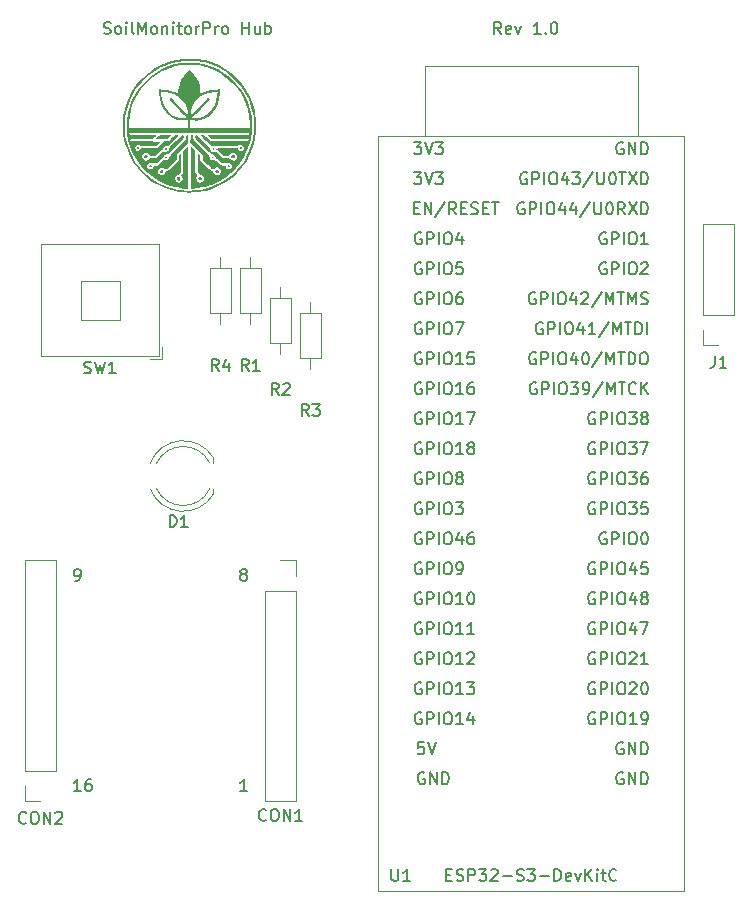
<source format=gto>
%TF.GenerationSoftware,KiCad,Pcbnew,7.0.10*%
%TF.CreationDate,2024-03-31T17:00:33-07:00*%
%TF.ProjectId,Esp32,45737033-322e-46b6-9963-61645f706362,rev?*%
%TF.SameCoordinates,Original*%
%TF.FileFunction,Legend,Top*%
%TF.FilePolarity,Positive*%
%FSLAX46Y46*%
G04 Gerber Fmt 4.6, Leading zero omitted, Abs format (unit mm)*
G04 Created by KiCad (PCBNEW 7.0.10) date 2024-03-31 17:00:33*
%MOMM*%
%LPD*%
G01*
G04 APERTURE LIST*
%ADD10C,0.150000*%
%ADD11C,0.120000*%
G04 APERTURE END LIST*
D10*
X119090839Y-112214819D02*
X118519411Y-112214819D01*
X118805125Y-112214819D02*
X118805125Y-111214819D01*
X118805125Y-111214819D02*
X118709887Y-111357676D01*
X118709887Y-111357676D02*
X118614649Y-111452914D01*
X118614649Y-111452914D02*
X118519411Y-111500533D01*
X118709887Y-93863390D02*
X118614649Y-93815771D01*
X118614649Y-93815771D02*
X118567030Y-93768152D01*
X118567030Y-93768152D02*
X118519411Y-93672914D01*
X118519411Y-93672914D02*
X118519411Y-93625295D01*
X118519411Y-93625295D02*
X118567030Y-93530057D01*
X118567030Y-93530057D02*
X118614649Y-93482438D01*
X118614649Y-93482438D02*
X118709887Y-93434819D01*
X118709887Y-93434819D02*
X118900363Y-93434819D01*
X118900363Y-93434819D02*
X118995601Y-93482438D01*
X118995601Y-93482438D02*
X119043220Y-93530057D01*
X119043220Y-93530057D02*
X119090839Y-93625295D01*
X119090839Y-93625295D02*
X119090839Y-93672914D01*
X119090839Y-93672914D02*
X119043220Y-93768152D01*
X119043220Y-93768152D02*
X118995601Y-93815771D01*
X118995601Y-93815771D02*
X118900363Y-93863390D01*
X118900363Y-93863390D02*
X118709887Y-93863390D01*
X118709887Y-93863390D02*
X118614649Y-93911009D01*
X118614649Y-93911009D02*
X118567030Y-93958628D01*
X118567030Y-93958628D02*
X118519411Y-94053866D01*
X118519411Y-94053866D02*
X118519411Y-94244342D01*
X118519411Y-94244342D02*
X118567030Y-94339580D01*
X118567030Y-94339580D02*
X118614649Y-94387200D01*
X118614649Y-94387200D02*
X118709887Y-94434819D01*
X118709887Y-94434819D02*
X118900363Y-94434819D01*
X118900363Y-94434819D02*
X118995601Y-94387200D01*
X118995601Y-94387200D02*
X119043220Y-94339580D01*
X119043220Y-94339580D02*
X119090839Y-94244342D01*
X119090839Y-94244342D02*
X119090839Y-94053866D01*
X119090839Y-94053866D02*
X119043220Y-93958628D01*
X119043220Y-93958628D02*
X118995601Y-93911009D01*
X118995601Y-93911009D02*
X118900363Y-93863390D01*
X105000588Y-112214819D02*
X104429160Y-112214819D01*
X104714874Y-112214819D02*
X104714874Y-111214819D01*
X104714874Y-111214819D02*
X104619636Y-111357676D01*
X104619636Y-111357676D02*
X104524398Y-111452914D01*
X104524398Y-111452914D02*
X104429160Y-111500533D01*
X105857731Y-111214819D02*
X105667255Y-111214819D01*
X105667255Y-111214819D02*
X105572017Y-111262438D01*
X105572017Y-111262438D02*
X105524398Y-111310057D01*
X105524398Y-111310057D02*
X105429160Y-111452914D01*
X105429160Y-111452914D02*
X105381541Y-111643390D01*
X105381541Y-111643390D02*
X105381541Y-112024342D01*
X105381541Y-112024342D02*
X105429160Y-112119580D01*
X105429160Y-112119580D02*
X105476779Y-112167200D01*
X105476779Y-112167200D02*
X105572017Y-112214819D01*
X105572017Y-112214819D02*
X105762493Y-112214819D01*
X105762493Y-112214819D02*
X105857731Y-112167200D01*
X105857731Y-112167200D02*
X105905350Y-112119580D01*
X105905350Y-112119580D02*
X105952969Y-112024342D01*
X105952969Y-112024342D02*
X105952969Y-111786247D01*
X105952969Y-111786247D02*
X105905350Y-111691009D01*
X105905350Y-111691009D02*
X105857731Y-111643390D01*
X105857731Y-111643390D02*
X105762493Y-111595771D01*
X105762493Y-111595771D02*
X105572017Y-111595771D01*
X105572017Y-111595771D02*
X105476779Y-111643390D01*
X105476779Y-111643390D02*
X105429160Y-111691009D01*
X105429160Y-111691009D02*
X105381541Y-111786247D01*
X104524398Y-94434819D02*
X104714874Y-94434819D01*
X104714874Y-94434819D02*
X104810112Y-94387200D01*
X104810112Y-94387200D02*
X104857731Y-94339580D01*
X104857731Y-94339580D02*
X104952969Y-94196723D01*
X104952969Y-94196723D02*
X105000588Y-94006247D01*
X105000588Y-94006247D02*
X105000588Y-93625295D01*
X105000588Y-93625295D02*
X104952969Y-93530057D01*
X104952969Y-93530057D02*
X104905350Y-93482438D01*
X104905350Y-93482438D02*
X104810112Y-93434819D01*
X104810112Y-93434819D02*
X104619636Y-93434819D01*
X104619636Y-93434819D02*
X104524398Y-93482438D01*
X104524398Y-93482438D02*
X104476779Y-93530057D01*
X104476779Y-93530057D02*
X104429160Y-93625295D01*
X104429160Y-93625295D02*
X104429160Y-93863390D01*
X104429160Y-93863390D02*
X104476779Y-93958628D01*
X104476779Y-93958628D02*
X104524398Y-94006247D01*
X104524398Y-94006247D02*
X104619636Y-94053866D01*
X104619636Y-94053866D02*
X104810112Y-94053866D01*
X104810112Y-94053866D02*
X104905350Y-94006247D01*
X104905350Y-94006247D02*
X104952969Y-93958628D01*
X104952969Y-93958628D02*
X105000588Y-93863390D01*
X106969160Y-48082200D02*
X107112017Y-48129819D01*
X107112017Y-48129819D02*
X107350112Y-48129819D01*
X107350112Y-48129819D02*
X107445350Y-48082200D01*
X107445350Y-48082200D02*
X107492969Y-48034580D01*
X107492969Y-48034580D02*
X107540588Y-47939342D01*
X107540588Y-47939342D02*
X107540588Y-47844104D01*
X107540588Y-47844104D02*
X107492969Y-47748866D01*
X107492969Y-47748866D02*
X107445350Y-47701247D01*
X107445350Y-47701247D02*
X107350112Y-47653628D01*
X107350112Y-47653628D02*
X107159636Y-47606009D01*
X107159636Y-47606009D02*
X107064398Y-47558390D01*
X107064398Y-47558390D02*
X107016779Y-47510771D01*
X107016779Y-47510771D02*
X106969160Y-47415533D01*
X106969160Y-47415533D02*
X106969160Y-47320295D01*
X106969160Y-47320295D02*
X107016779Y-47225057D01*
X107016779Y-47225057D02*
X107064398Y-47177438D01*
X107064398Y-47177438D02*
X107159636Y-47129819D01*
X107159636Y-47129819D02*
X107397731Y-47129819D01*
X107397731Y-47129819D02*
X107540588Y-47177438D01*
X108112017Y-48129819D02*
X108016779Y-48082200D01*
X108016779Y-48082200D02*
X107969160Y-48034580D01*
X107969160Y-48034580D02*
X107921541Y-47939342D01*
X107921541Y-47939342D02*
X107921541Y-47653628D01*
X107921541Y-47653628D02*
X107969160Y-47558390D01*
X107969160Y-47558390D02*
X108016779Y-47510771D01*
X108016779Y-47510771D02*
X108112017Y-47463152D01*
X108112017Y-47463152D02*
X108254874Y-47463152D01*
X108254874Y-47463152D02*
X108350112Y-47510771D01*
X108350112Y-47510771D02*
X108397731Y-47558390D01*
X108397731Y-47558390D02*
X108445350Y-47653628D01*
X108445350Y-47653628D02*
X108445350Y-47939342D01*
X108445350Y-47939342D02*
X108397731Y-48034580D01*
X108397731Y-48034580D02*
X108350112Y-48082200D01*
X108350112Y-48082200D02*
X108254874Y-48129819D01*
X108254874Y-48129819D02*
X108112017Y-48129819D01*
X108873922Y-48129819D02*
X108873922Y-47463152D01*
X108873922Y-47129819D02*
X108826303Y-47177438D01*
X108826303Y-47177438D02*
X108873922Y-47225057D01*
X108873922Y-47225057D02*
X108921541Y-47177438D01*
X108921541Y-47177438D02*
X108873922Y-47129819D01*
X108873922Y-47129819D02*
X108873922Y-47225057D01*
X109492969Y-48129819D02*
X109397731Y-48082200D01*
X109397731Y-48082200D02*
X109350112Y-47986961D01*
X109350112Y-47986961D02*
X109350112Y-47129819D01*
X109873922Y-48129819D02*
X109873922Y-47129819D01*
X109873922Y-47129819D02*
X110207255Y-47844104D01*
X110207255Y-47844104D02*
X110540588Y-47129819D01*
X110540588Y-47129819D02*
X110540588Y-48129819D01*
X111159636Y-48129819D02*
X111064398Y-48082200D01*
X111064398Y-48082200D02*
X111016779Y-48034580D01*
X111016779Y-48034580D02*
X110969160Y-47939342D01*
X110969160Y-47939342D02*
X110969160Y-47653628D01*
X110969160Y-47653628D02*
X111016779Y-47558390D01*
X111016779Y-47558390D02*
X111064398Y-47510771D01*
X111064398Y-47510771D02*
X111159636Y-47463152D01*
X111159636Y-47463152D02*
X111302493Y-47463152D01*
X111302493Y-47463152D02*
X111397731Y-47510771D01*
X111397731Y-47510771D02*
X111445350Y-47558390D01*
X111445350Y-47558390D02*
X111492969Y-47653628D01*
X111492969Y-47653628D02*
X111492969Y-47939342D01*
X111492969Y-47939342D02*
X111445350Y-48034580D01*
X111445350Y-48034580D02*
X111397731Y-48082200D01*
X111397731Y-48082200D02*
X111302493Y-48129819D01*
X111302493Y-48129819D02*
X111159636Y-48129819D01*
X111921541Y-47463152D02*
X111921541Y-48129819D01*
X111921541Y-47558390D02*
X111969160Y-47510771D01*
X111969160Y-47510771D02*
X112064398Y-47463152D01*
X112064398Y-47463152D02*
X112207255Y-47463152D01*
X112207255Y-47463152D02*
X112302493Y-47510771D01*
X112302493Y-47510771D02*
X112350112Y-47606009D01*
X112350112Y-47606009D02*
X112350112Y-48129819D01*
X112826303Y-48129819D02*
X112826303Y-47463152D01*
X112826303Y-47129819D02*
X112778684Y-47177438D01*
X112778684Y-47177438D02*
X112826303Y-47225057D01*
X112826303Y-47225057D02*
X112873922Y-47177438D01*
X112873922Y-47177438D02*
X112826303Y-47129819D01*
X112826303Y-47129819D02*
X112826303Y-47225057D01*
X113159636Y-47463152D02*
X113540588Y-47463152D01*
X113302493Y-47129819D02*
X113302493Y-47986961D01*
X113302493Y-47986961D02*
X113350112Y-48082200D01*
X113350112Y-48082200D02*
X113445350Y-48129819D01*
X113445350Y-48129819D02*
X113540588Y-48129819D01*
X114016779Y-48129819D02*
X113921541Y-48082200D01*
X113921541Y-48082200D02*
X113873922Y-48034580D01*
X113873922Y-48034580D02*
X113826303Y-47939342D01*
X113826303Y-47939342D02*
X113826303Y-47653628D01*
X113826303Y-47653628D02*
X113873922Y-47558390D01*
X113873922Y-47558390D02*
X113921541Y-47510771D01*
X113921541Y-47510771D02*
X114016779Y-47463152D01*
X114016779Y-47463152D02*
X114159636Y-47463152D01*
X114159636Y-47463152D02*
X114254874Y-47510771D01*
X114254874Y-47510771D02*
X114302493Y-47558390D01*
X114302493Y-47558390D02*
X114350112Y-47653628D01*
X114350112Y-47653628D02*
X114350112Y-47939342D01*
X114350112Y-47939342D02*
X114302493Y-48034580D01*
X114302493Y-48034580D02*
X114254874Y-48082200D01*
X114254874Y-48082200D02*
X114159636Y-48129819D01*
X114159636Y-48129819D02*
X114016779Y-48129819D01*
X114778684Y-48129819D02*
X114778684Y-47463152D01*
X114778684Y-47653628D02*
X114826303Y-47558390D01*
X114826303Y-47558390D02*
X114873922Y-47510771D01*
X114873922Y-47510771D02*
X114969160Y-47463152D01*
X114969160Y-47463152D02*
X115064398Y-47463152D01*
X115397732Y-48129819D02*
X115397732Y-47129819D01*
X115397732Y-47129819D02*
X115778684Y-47129819D01*
X115778684Y-47129819D02*
X115873922Y-47177438D01*
X115873922Y-47177438D02*
X115921541Y-47225057D01*
X115921541Y-47225057D02*
X115969160Y-47320295D01*
X115969160Y-47320295D02*
X115969160Y-47463152D01*
X115969160Y-47463152D02*
X115921541Y-47558390D01*
X115921541Y-47558390D02*
X115873922Y-47606009D01*
X115873922Y-47606009D02*
X115778684Y-47653628D01*
X115778684Y-47653628D02*
X115397732Y-47653628D01*
X116397732Y-48129819D02*
X116397732Y-47463152D01*
X116397732Y-47653628D02*
X116445351Y-47558390D01*
X116445351Y-47558390D02*
X116492970Y-47510771D01*
X116492970Y-47510771D02*
X116588208Y-47463152D01*
X116588208Y-47463152D02*
X116683446Y-47463152D01*
X117159637Y-48129819D02*
X117064399Y-48082200D01*
X117064399Y-48082200D02*
X117016780Y-48034580D01*
X117016780Y-48034580D02*
X116969161Y-47939342D01*
X116969161Y-47939342D02*
X116969161Y-47653628D01*
X116969161Y-47653628D02*
X117016780Y-47558390D01*
X117016780Y-47558390D02*
X117064399Y-47510771D01*
X117064399Y-47510771D02*
X117159637Y-47463152D01*
X117159637Y-47463152D02*
X117302494Y-47463152D01*
X117302494Y-47463152D02*
X117397732Y-47510771D01*
X117397732Y-47510771D02*
X117445351Y-47558390D01*
X117445351Y-47558390D02*
X117492970Y-47653628D01*
X117492970Y-47653628D02*
X117492970Y-47939342D01*
X117492970Y-47939342D02*
X117445351Y-48034580D01*
X117445351Y-48034580D02*
X117397732Y-48082200D01*
X117397732Y-48082200D02*
X117302494Y-48129819D01*
X117302494Y-48129819D02*
X117159637Y-48129819D01*
X118683447Y-48129819D02*
X118683447Y-47129819D01*
X118683447Y-47606009D02*
X119254875Y-47606009D01*
X119254875Y-48129819D02*
X119254875Y-47129819D01*
X120159637Y-47463152D02*
X120159637Y-48129819D01*
X119731066Y-47463152D02*
X119731066Y-47986961D01*
X119731066Y-47986961D02*
X119778685Y-48082200D01*
X119778685Y-48082200D02*
X119873923Y-48129819D01*
X119873923Y-48129819D02*
X120016780Y-48129819D01*
X120016780Y-48129819D02*
X120112018Y-48082200D01*
X120112018Y-48082200D02*
X120159637Y-48034580D01*
X120635828Y-48129819D02*
X120635828Y-47129819D01*
X120635828Y-47510771D02*
X120731066Y-47463152D01*
X120731066Y-47463152D02*
X120921542Y-47463152D01*
X120921542Y-47463152D02*
X121016780Y-47510771D01*
X121016780Y-47510771D02*
X121064399Y-47558390D01*
X121064399Y-47558390D02*
X121112018Y-47653628D01*
X121112018Y-47653628D02*
X121112018Y-47939342D01*
X121112018Y-47939342D02*
X121064399Y-48034580D01*
X121064399Y-48034580D02*
X121016780Y-48082200D01*
X121016780Y-48082200D02*
X120921542Y-48129819D01*
X120921542Y-48129819D02*
X120731066Y-48129819D01*
X120731066Y-48129819D02*
X120635828Y-48082200D01*
X140608207Y-48129819D02*
X140274874Y-47653628D01*
X140036779Y-48129819D02*
X140036779Y-47129819D01*
X140036779Y-47129819D02*
X140417731Y-47129819D01*
X140417731Y-47129819D02*
X140512969Y-47177438D01*
X140512969Y-47177438D02*
X140560588Y-47225057D01*
X140560588Y-47225057D02*
X140608207Y-47320295D01*
X140608207Y-47320295D02*
X140608207Y-47463152D01*
X140608207Y-47463152D02*
X140560588Y-47558390D01*
X140560588Y-47558390D02*
X140512969Y-47606009D01*
X140512969Y-47606009D02*
X140417731Y-47653628D01*
X140417731Y-47653628D02*
X140036779Y-47653628D01*
X141417731Y-48082200D02*
X141322493Y-48129819D01*
X141322493Y-48129819D02*
X141132017Y-48129819D01*
X141132017Y-48129819D02*
X141036779Y-48082200D01*
X141036779Y-48082200D02*
X140989160Y-47986961D01*
X140989160Y-47986961D02*
X140989160Y-47606009D01*
X140989160Y-47606009D02*
X141036779Y-47510771D01*
X141036779Y-47510771D02*
X141132017Y-47463152D01*
X141132017Y-47463152D02*
X141322493Y-47463152D01*
X141322493Y-47463152D02*
X141417731Y-47510771D01*
X141417731Y-47510771D02*
X141465350Y-47606009D01*
X141465350Y-47606009D02*
X141465350Y-47701247D01*
X141465350Y-47701247D02*
X140989160Y-47796485D01*
X141798684Y-47463152D02*
X142036779Y-48129819D01*
X142036779Y-48129819D02*
X142274874Y-47463152D01*
X143941541Y-48129819D02*
X143370113Y-48129819D01*
X143655827Y-48129819D02*
X143655827Y-47129819D01*
X143655827Y-47129819D02*
X143560589Y-47272676D01*
X143560589Y-47272676D02*
X143465351Y-47367914D01*
X143465351Y-47367914D02*
X143370113Y-47415533D01*
X144370113Y-48034580D02*
X144417732Y-48082200D01*
X144417732Y-48082200D02*
X144370113Y-48129819D01*
X144370113Y-48129819D02*
X144322494Y-48082200D01*
X144322494Y-48082200D02*
X144370113Y-48034580D01*
X144370113Y-48034580D02*
X144370113Y-48129819D01*
X145036779Y-47129819D02*
X145132017Y-47129819D01*
X145132017Y-47129819D02*
X145227255Y-47177438D01*
X145227255Y-47177438D02*
X145274874Y-47225057D01*
X145274874Y-47225057D02*
X145322493Y-47320295D01*
X145322493Y-47320295D02*
X145370112Y-47510771D01*
X145370112Y-47510771D02*
X145370112Y-47748866D01*
X145370112Y-47748866D02*
X145322493Y-47939342D01*
X145322493Y-47939342D02*
X145274874Y-48034580D01*
X145274874Y-48034580D02*
X145227255Y-48082200D01*
X145227255Y-48082200D02*
X145132017Y-48129819D01*
X145132017Y-48129819D02*
X145036779Y-48129819D01*
X145036779Y-48129819D02*
X144941541Y-48082200D01*
X144941541Y-48082200D02*
X144893922Y-48034580D01*
X144893922Y-48034580D02*
X144846303Y-47939342D01*
X144846303Y-47939342D02*
X144798684Y-47748866D01*
X144798684Y-47748866D02*
X144798684Y-47510771D01*
X144798684Y-47510771D02*
X144846303Y-47320295D01*
X144846303Y-47320295D02*
X144893922Y-47225057D01*
X144893922Y-47225057D02*
X144941541Y-47177438D01*
X144941541Y-47177438D02*
X145036779Y-47129819D01*
X119213333Y-76654819D02*
X118880000Y-76178628D01*
X118641905Y-76654819D02*
X118641905Y-75654819D01*
X118641905Y-75654819D02*
X119022857Y-75654819D01*
X119022857Y-75654819D02*
X119118095Y-75702438D01*
X119118095Y-75702438D02*
X119165714Y-75750057D01*
X119165714Y-75750057D02*
X119213333Y-75845295D01*
X119213333Y-75845295D02*
X119213333Y-75988152D01*
X119213333Y-75988152D02*
X119165714Y-76083390D01*
X119165714Y-76083390D02*
X119118095Y-76131009D01*
X119118095Y-76131009D02*
X119022857Y-76178628D01*
X119022857Y-76178628D02*
X118641905Y-76178628D01*
X120165714Y-76654819D02*
X119594286Y-76654819D01*
X119880000Y-76654819D02*
X119880000Y-75654819D01*
X119880000Y-75654819D02*
X119784762Y-75797676D01*
X119784762Y-75797676D02*
X119689524Y-75892914D01*
X119689524Y-75892914D02*
X119594286Y-75940533D01*
X124293333Y-80464819D02*
X123960000Y-79988628D01*
X123721905Y-80464819D02*
X123721905Y-79464819D01*
X123721905Y-79464819D02*
X124102857Y-79464819D01*
X124102857Y-79464819D02*
X124198095Y-79512438D01*
X124198095Y-79512438D02*
X124245714Y-79560057D01*
X124245714Y-79560057D02*
X124293333Y-79655295D01*
X124293333Y-79655295D02*
X124293333Y-79798152D01*
X124293333Y-79798152D02*
X124245714Y-79893390D01*
X124245714Y-79893390D02*
X124198095Y-79941009D01*
X124198095Y-79941009D02*
X124102857Y-79988628D01*
X124102857Y-79988628D02*
X123721905Y-79988628D01*
X124626667Y-79464819D02*
X125245714Y-79464819D01*
X125245714Y-79464819D02*
X124912381Y-79845771D01*
X124912381Y-79845771D02*
X125055238Y-79845771D01*
X125055238Y-79845771D02*
X125150476Y-79893390D01*
X125150476Y-79893390D02*
X125198095Y-79941009D01*
X125198095Y-79941009D02*
X125245714Y-80036247D01*
X125245714Y-80036247D02*
X125245714Y-80274342D01*
X125245714Y-80274342D02*
X125198095Y-80369580D01*
X125198095Y-80369580D02*
X125150476Y-80417200D01*
X125150476Y-80417200D02*
X125055238Y-80464819D01*
X125055238Y-80464819D02*
X124769524Y-80464819D01*
X124769524Y-80464819D02*
X124674286Y-80417200D01*
X124674286Y-80417200D02*
X124626667Y-80369580D01*
X116673333Y-76654819D02*
X116340000Y-76178628D01*
X116101905Y-76654819D02*
X116101905Y-75654819D01*
X116101905Y-75654819D02*
X116482857Y-75654819D01*
X116482857Y-75654819D02*
X116578095Y-75702438D01*
X116578095Y-75702438D02*
X116625714Y-75750057D01*
X116625714Y-75750057D02*
X116673333Y-75845295D01*
X116673333Y-75845295D02*
X116673333Y-75988152D01*
X116673333Y-75988152D02*
X116625714Y-76083390D01*
X116625714Y-76083390D02*
X116578095Y-76131009D01*
X116578095Y-76131009D02*
X116482857Y-76178628D01*
X116482857Y-76178628D02*
X116101905Y-76178628D01*
X117530476Y-75988152D02*
X117530476Y-76654819D01*
X117292381Y-75607200D02*
X117054286Y-76321485D01*
X117054286Y-76321485D02*
X117673333Y-76321485D01*
X131318095Y-118834819D02*
X131318095Y-119644342D01*
X131318095Y-119644342D02*
X131365714Y-119739580D01*
X131365714Y-119739580D02*
X131413333Y-119787200D01*
X131413333Y-119787200D02*
X131508571Y-119834819D01*
X131508571Y-119834819D02*
X131699047Y-119834819D01*
X131699047Y-119834819D02*
X131794285Y-119787200D01*
X131794285Y-119787200D02*
X131841904Y-119739580D01*
X131841904Y-119739580D02*
X131889523Y-119644342D01*
X131889523Y-119644342D02*
X131889523Y-118834819D01*
X132889523Y-119834819D02*
X132318095Y-119834819D01*
X132603809Y-119834819D02*
X132603809Y-118834819D01*
X132603809Y-118834819D02*
X132508571Y-118977676D01*
X132508571Y-118977676D02*
X132413333Y-119072914D01*
X132413333Y-119072914D02*
X132318095Y-119120533D01*
X135976653Y-119311009D02*
X136309986Y-119311009D01*
X136452843Y-119834819D02*
X135976653Y-119834819D01*
X135976653Y-119834819D02*
X135976653Y-118834819D01*
X135976653Y-118834819D02*
X136452843Y-118834819D01*
X136833796Y-119787200D02*
X136976653Y-119834819D01*
X136976653Y-119834819D02*
X137214748Y-119834819D01*
X137214748Y-119834819D02*
X137309986Y-119787200D01*
X137309986Y-119787200D02*
X137357605Y-119739580D01*
X137357605Y-119739580D02*
X137405224Y-119644342D01*
X137405224Y-119644342D02*
X137405224Y-119549104D01*
X137405224Y-119549104D02*
X137357605Y-119453866D01*
X137357605Y-119453866D02*
X137309986Y-119406247D01*
X137309986Y-119406247D02*
X137214748Y-119358628D01*
X137214748Y-119358628D02*
X137024272Y-119311009D01*
X137024272Y-119311009D02*
X136929034Y-119263390D01*
X136929034Y-119263390D02*
X136881415Y-119215771D01*
X136881415Y-119215771D02*
X136833796Y-119120533D01*
X136833796Y-119120533D02*
X136833796Y-119025295D01*
X136833796Y-119025295D02*
X136881415Y-118930057D01*
X136881415Y-118930057D02*
X136929034Y-118882438D01*
X136929034Y-118882438D02*
X137024272Y-118834819D01*
X137024272Y-118834819D02*
X137262367Y-118834819D01*
X137262367Y-118834819D02*
X137405224Y-118882438D01*
X137833796Y-119834819D02*
X137833796Y-118834819D01*
X137833796Y-118834819D02*
X138214748Y-118834819D01*
X138214748Y-118834819D02*
X138309986Y-118882438D01*
X138309986Y-118882438D02*
X138357605Y-118930057D01*
X138357605Y-118930057D02*
X138405224Y-119025295D01*
X138405224Y-119025295D02*
X138405224Y-119168152D01*
X138405224Y-119168152D02*
X138357605Y-119263390D01*
X138357605Y-119263390D02*
X138309986Y-119311009D01*
X138309986Y-119311009D02*
X138214748Y-119358628D01*
X138214748Y-119358628D02*
X137833796Y-119358628D01*
X138738558Y-118834819D02*
X139357605Y-118834819D01*
X139357605Y-118834819D02*
X139024272Y-119215771D01*
X139024272Y-119215771D02*
X139167129Y-119215771D01*
X139167129Y-119215771D02*
X139262367Y-119263390D01*
X139262367Y-119263390D02*
X139309986Y-119311009D01*
X139309986Y-119311009D02*
X139357605Y-119406247D01*
X139357605Y-119406247D02*
X139357605Y-119644342D01*
X139357605Y-119644342D02*
X139309986Y-119739580D01*
X139309986Y-119739580D02*
X139262367Y-119787200D01*
X139262367Y-119787200D02*
X139167129Y-119834819D01*
X139167129Y-119834819D02*
X138881415Y-119834819D01*
X138881415Y-119834819D02*
X138786177Y-119787200D01*
X138786177Y-119787200D02*
X138738558Y-119739580D01*
X139738558Y-118930057D02*
X139786177Y-118882438D01*
X139786177Y-118882438D02*
X139881415Y-118834819D01*
X139881415Y-118834819D02*
X140119510Y-118834819D01*
X140119510Y-118834819D02*
X140214748Y-118882438D01*
X140214748Y-118882438D02*
X140262367Y-118930057D01*
X140262367Y-118930057D02*
X140309986Y-119025295D01*
X140309986Y-119025295D02*
X140309986Y-119120533D01*
X140309986Y-119120533D02*
X140262367Y-119263390D01*
X140262367Y-119263390D02*
X139690939Y-119834819D01*
X139690939Y-119834819D02*
X140309986Y-119834819D01*
X140738558Y-119453866D02*
X141500463Y-119453866D01*
X141929034Y-119787200D02*
X142071891Y-119834819D01*
X142071891Y-119834819D02*
X142309986Y-119834819D01*
X142309986Y-119834819D02*
X142405224Y-119787200D01*
X142405224Y-119787200D02*
X142452843Y-119739580D01*
X142452843Y-119739580D02*
X142500462Y-119644342D01*
X142500462Y-119644342D02*
X142500462Y-119549104D01*
X142500462Y-119549104D02*
X142452843Y-119453866D01*
X142452843Y-119453866D02*
X142405224Y-119406247D01*
X142405224Y-119406247D02*
X142309986Y-119358628D01*
X142309986Y-119358628D02*
X142119510Y-119311009D01*
X142119510Y-119311009D02*
X142024272Y-119263390D01*
X142024272Y-119263390D02*
X141976653Y-119215771D01*
X141976653Y-119215771D02*
X141929034Y-119120533D01*
X141929034Y-119120533D02*
X141929034Y-119025295D01*
X141929034Y-119025295D02*
X141976653Y-118930057D01*
X141976653Y-118930057D02*
X142024272Y-118882438D01*
X142024272Y-118882438D02*
X142119510Y-118834819D01*
X142119510Y-118834819D02*
X142357605Y-118834819D01*
X142357605Y-118834819D02*
X142500462Y-118882438D01*
X142833796Y-118834819D02*
X143452843Y-118834819D01*
X143452843Y-118834819D02*
X143119510Y-119215771D01*
X143119510Y-119215771D02*
X143262367Y-119215771D01*
X143262367Y-119215771D02*
X143357605Y-119263390D01*
X143357605Y-119263390D02*
X143405224Y-119311009D01*
X143405224Y-119311009D02*
X143452843Y-119406247D01*
X143452843Y-119406247D02*
X143452843Y-119644342D01*
X143452843Y-119644342D02*
X143405224Y-119739580D01*
X143405224Y-119739580D02*
X143357605Y-119787200D01*
X143357605Y-119787200D02*
X143262367Y-119834819D01*
X143262367Y-119834819D02*
X142976653Y-119834819D01*
X142976653Y-119834819D02*
X142881415Y-119787200D01*
X142881415Y-119787200D02*
X142833796Y-119739580D01*
X143881415Y-119453866D02*
X144643320Y-119453866D01*
X145119510Y-119834819D02*
X145119510Y-118834819D01*
X145119510Y-118834819D02*
X145357605Y-118834819D01*
X145357605Y-118834819D02*
X145500462Y-118882438D01*
X145500462Y-118882438D02*
X145595700Y-118977676D01*
X145595700Y-118977676D02*
X145643319Y-119072914D01*
X145643319Y-119072914D02*
X145690938Y-119263390D01*
X145690938Y-119263390D02*
X145690938Y-119406247D01*
X145690938Y-119406247D02*
X145643319Y-119596723D01*
X145643319Y-119596723D02*
X145595700Y-119691961D01*
X145595700Y-119691961D02*
X145500462Y-119787200D01*
X145500462Y-119787200D02*
X145357605Y-119834819D01*
X145357605Y-119834819D02*
X145119510Y-119834819D01*
X146500462Y-119787200D02*
X146405224Y-119834819D01*
X146405224Y-119834819D02*
X146214748Y-119834819D01*
X146214748Y-119834819D02*
X146119510Y-119787200D01*
X146119510Y-119787200D02*
X146071891Y-119691961D01*
X146071891Y-119691961D02*
X146071891Y-119311009D01*
X146071891Y-119311009D02*
X146119510Y-119215771D01*
X146119510Y-119215771D02*
X146214748Y-119168152D01*
X146214748Y-119168152D02*
X146405224Y-119168152D01*
X146405224Y-119168152D02*
X146500462Y-119215771D01*
X146500462Y-119215771D02*
X146548081Y-119311009D01*
X146548081Y-119311009D02*
X146548081Y-119406247D01*
X146548081Y-119406247D02*
X146071891Y-119501485D01*
X146881415Y-119168152D02*
X147119510Y-119834819D01*
X147119510Y-119834819D02*
X147357605Y-119168152D01*
X147738558Y-119834819D02*
X147738558Y-118834819D01*
X148309986Y-119834819D02*
X147881415Y-119263390D01*
X148309986Y-118834819D02*
X147738558Y-119406247D01*
X148738558Y-119834819D02*
X148738558Y-119168152D01*
X148738558Y-118834819D02*
X148690939Y-118882438D01*
X148690939Y-118882438D02*
X148738558Y-118930057D01*
X148738558Y-118930057D02*
X148786177Y-118882438D01*
X148786177Y-118882438D02*
X148738558Y-118834819D01*
X148738558Y-118834819D02*
X148738558Y-118930057D01*
X149071891Y-119168152D02*
X149452843Y-119168152D01*
X149214748Y-118834819D02*
X149214748Y-119691961D01*
X149214748Y-119691961D02*
X149262367Y-119787200D01*
X149262367Y-119787200D02*
X149357605Y-119834819D01*
X149357605Y-119834819D02*
X149452843Y-119834819D01*
X150357605Y-119739580D02*
X150309986Y-119787200D01*
X150309986Y-119787200D02*
X150167129Y-119834819D01*
X150167129Y-119834819D02*
X150071891Y-119834819D01*
X150071891Y-119834819D02*
X149929034Y-119787200D01*
X149929034Y-119787200D02*
X149833796Y-119691961D01*
X149833796Y-119691961D02*
X149786177Y-119596723D01*
X149786177Y-119596723D02*
X149738558Y-119406247D01*
X149738558Y-119406247D02*
X149738558Y-119263390D01*
X149738558Y-119263390D02*
X149786177Y-119072914D01*
X149786177Y-119072914D02*
X149833796Y-118977676D01*
X149833796Y-118977676D02*
X149929034Y-118882438D01*
X149929034Y-118882438D02*
X150071891Y-118834819D01*
X150071891Y-118834819D02*
X150167129Y-118834819D01*
X150167129Y-118834819D02*
X150309986Y-118882438D01*
X150309986Y-118882438D02*
X150357605Y-118930057D01*
X133847588Y-92910558D02*
X133752350Y-92862939D01*
X133752350Y-92862939D02*
X133609493Y-92862939D01*
X133609493Y-92862939D02*
X133466636Y-92910558D01*
X133466636Y-92910558D02*
X133371398Y-93005796D01*
X133371398Y-93005796D02*
X133323779Y-93101034D01*
X133323779Y-93101034D02*
X133276160Y-93291510D01*
X133276160Y-93291510D02*
X133276160Y-93434367D01*
X133276160Y-93434367D02*
X133323779Y-93624843D01*
X133323779Y-93624843D02*
X133371398Y-93720081D01*
X133371398Y-93720081D02*
X133466636Y-93815320D01*
X133466636Y-93815320D02*
X133609493Y-93862939D01*
X133609493Y-93862939D02*
X133704731Y-93862939D01*
X133704731Y-93862939D02*
X133847588Y-93815320D01*
X133847588Y-93815320D02*
X133895207Y-93767700D01*
X133895207Y-93767700D02*
X133895207Y-93434367D01*
X133895207Y-93434367D02*
X133704731Y-93434367D01*
X134323779Y-93862939D02*
X134323779Y-92862939D01*
X134323779Y-92862939D02*
X134704731Y-92862939D01*
X134704731Y-92862939D02*
X134799969Y-92910558D01*
X134799969Y-92910558D02*
X134847588Y-92958177D01*
X134847588Y-92958177D02*
X134895207Y-93053415D01*
X134895207Y-93053415D02*
X134895207Y-93196272D01*
X134895207Y-93196272D02*
X134847588Y-93291510D01*
X134847588Y-93291510D02*
X134799969Y-93339129D01*
X134799969Y-93339129D02*
X134704731Y-93386748D01*
X134704731Y-93386748D02*
X134323779Y-93386748D01*
X135323779Y-93862939D02*
X135323779Y-92862939D01*
X135990445Y-92862939D02*
X136180921Y-92862939D01*
X136180921Y-92862939D02*
X136276159Y-92910558D01*
X136276159Y-92910558D02*
X136371397Y-93005796D01*
X136371397Y-93005796D02*
X136419016Y-93196272D01*
X136419016Y-93196272D02*
X136419016Y-93529605D01*
X136419016Y-93529605D02*
X136371397Y-93720081D01*
X136371397Y-93720081D02*
X136276159Y-93815320D01*
X136276159Y-93815320D02*
X136180921Y-93862939D01*
X136180921Y-93862939D02*
X135990445Y-93862939D01*
X135990445Y-93862939D02*
X135895207Y-93815320D01*
X135895207Y-93815320D02*
X135799969Y-93720081D01*
X135799969Y-93720081D02*
X135752350Y-93529605D01*
X135752350Y-93529605D02*
X135752350Y-93196272D01*
X135752350Y-93196272D02*
X135799969Y-93005796D01*
X135799969Y-93005796D02*
X135895207Y-92910558D01*
X135895207Y-92910558D02*
X135990445Y-92862939D01*
X136895207Y-93862939D02*
X137085683Y-93862939D01*
X137085683Y-93862939D02*
X137180921Y-93815320D01*
X137180921Y-93815320D02*
X137228540Y-93767700D01*
X137228540Y-93767700D02*
X137323778Y-93624843D01*
X137323778Y-93624843D02*
X137371397Y-93434367D01*
X137371397Y-93434367D02*
X137371397Y-93053415D01*
X137371397Y-93053415D02*
X137323778Y-92958177D01*
X137323778Y-92958177D02*
X137276159Y-92910558D01*
X137276159Y-92910558D02*
X137180921Y-92862939D01*
X137180921Y-92862939D02*
X136990445Y-92862939D01*
X136990445Y-92862939D02*
X136895207Y-92910558D01*
X136895207Y-92910558D02*
X136847588Y-92958177D01*
X136847588Y-92958177D02*
X136799969Y-93053415D01*
X136799969Y-93053415D02*
X136799969Y-93291510D01*
X136799969Y-93291510D02*
X136847588Y-93386748D01*
X136847588Y-93386748D02*
X136895207Y-93434367D01*
X136895207Y-93434367D02*
X136990445Y-93481986D01*
X136990445Y-93481986D02*
X137180921Y-93481986D01*
X137180921Y-93481986D02*
X137276159Y-93434367D01*
X137276159Y-93434367D02*
X137323778Y-93386748D01*
X137323778Y-93386748D02*
X137371397Y-93291510D01*
X148541649Y-87830558D02*
X148446411Y-87782939D01*
X148446411Y-87782939D02*
X148303554Y-87782939D01*
X148303554Y-87782939D02*
X148160697Y-87830558D01*
X148160697Y-87830558D02*
X148065459Y-87925796D01*
X148065459Y-87925796D02*
X148017840Y-88021034D01*
X148017840Y-88021034D02*
X147970221Y-88211510D01*
X147970221Y-88211510D02*
X147970221Y-88354367D01*
X147970221Y-88354367D02*
X148017840Y-88544843D01*
X148017840Y-88544843D02*
X148065459Y-88640081D01*
X148065459Y-88640081D02*
X148160697Y-88735320D01*
X148160697Y-88735320D02*
X148303554Y-88782939D01*
X148303554Y-88782939D02*
X148398792Y-88782939D01*
X148398792Y-88782939D02*
X148541649Y-88735320D01*
X148541649Y-88735320D02*
X148589268Y-88687700D01*
X148589268Y-88687700D02*
X148589268Y-88354367D01*
X148589268Y-88354367D02*
X148398792Y-88354367D01*
X149017840Y-88782939D02*
X149017840Y-87782939D01*
X149017840Y-87782939D02*
X149398792Y-87782939D01*
X149398792Y-87782939D02*
X149494030Y-87830558D01*
X149494030Y-87830558D02*
X149541649Y-87878177D01*
X149541649Y-87878177D02*
X149589268Y-87973415D01*
X149589268Y-87973415D02*
X149589268Y-88116272D01*
X149589268Y-88116272D02*
X149541649Y-88211510D01*
X149541649Y-88211510D02*
X149494030Y-88259129D01*
X149494030Y-88259129D02*
X149398792Y-88306748D01*
X149398792Y-88306748D02*
X149017840Y-88306748D01*
X150017840Y-88782939D02*
X150017840Y-87782939D01*
X150684506Y-87782939D02*
X150874982Y-87782939D01*
X150874982Y-87782939D02*
X150970220Y-87830558D01*
X150970220Y-87830558D02*
X151065458Y-87925796D01*
X151065458Y-87925796D02*
X151113077Y-88116272D01*
X151113077Y-88116272D02*
X151113077Y-88449605D01*
X151113077Y-88449605D02*
X151065458Y-88640081D01*
X151065458Y-88640081D02*
X150970220Y-88735320D01*
X150970220Y-88735320D02*
X150874982Y-88782939D01*
X150874982Y-88782939D02*
X150684506Y-88782939D01*
X150684506Y-88782939D02*
X150589268Y-88735320D01*
X150589268Y-88735320D02*
X150494030Y-88640081D01*
X150494030Y-88640081D02*
X150446411Y-88449605D01*
X150446411Y-88449605D02*
X150446411Y-88116272D01*
X150446411Y-88116272D02*
X150494030Y-87925796D01*
X150494030Y-87925796D02*
X150589268Y-87830558D01*
X150589268Y-87830558D02*
X150684506Y-87782939D01*
X151446411Y-87782939D02*
X152065458Y-87782939D01*
X152065458Y-87782939D02*
X151732125Y-88163891D01*
X151732125Y-88163891D02*
X151874982Y-88163891D01*
X151874982Y-88163891D02*
X151970220Y-88211510D01*
X151970220Y-88211510D02*
X152017839Y-88259129D01*
X152017839Y-88259129D02*
X152065458Y-88354367D01*
X152065458Y-88354367D02*
X152065458Y-88592462D01*
X152065458Y-88592462D02*
X152017839Y-88687700D01*
X152017839Y-88687700D02*
X151970220Y-88735320D01*
X151970220Y-88735320D02*
X151874982Y-88782939D01*
X151874982Y-88782939D02*
X151589268Y-88782939D01*
X151589268Y-88782939D02*
X151494030Y-88735320D01*
X151494030Y-88735320D02*
X151446411Y-88687700D01*
X152970220Y-87782939D02*
X152494030Y-87782939D01*
X152494030Y-87782939D02*
X152446411Y-88259129D01*
X152446411Y-88259129D02*
X152494030Y-88211510D01*
X152494030Y-88211510D02*
X152589268Y-88163891D01*
X152589268Y-88163891D02*
X152827363Y-88163891D01*
X152827363Y-88163891D02*
X152922601Y-88211510D01*
X152922601Y-88211510D02*
X152970220Y-88259129D01*
X152970220Y-88259129D02*
X153017839Y-88354367D01*
X153017839Y-88354367D02*
X153017839Y-88592462D01*
X153017839Y-88592462D02*
X152970220Y-88687700D01*
X152970220Y-88687700D02*
X152922601Y-88735320D01*
X152922601Y-88735320D02*
X152827363Y-88782939D01*
X152827363Y-88782939D02*
X152589268Y-88782939D01*
X152589268Y-88782939D02*
X152494030Y-88735320D01*
X152494030Y-88735320D02*
X152446411Y-88687700D01*
X148541649Y-82750558D02*
X148446411Y-82702939D01*
X148446411Y-82702939D02*
X148303554Y-82702939D01*
X148303554Y-82702939D02*
X148160697Y-82750558D01*
X148160697Y-82750558D02*
X148065459Y-82845796D01*
X148065459Y-82845796D02*
X148017840Y-82941034D01*
X148017840Y-82941034D02*
X147970221Y-83131510D01*
X147970221Y-83131510D02*
X147970221Y-83274367D01*
X147970221Y-83274367D02*
X148017840Y-83464843D01*
X148017840Y-83464843D02*
X148065459Y-83560081D01*
X148065459Y-83560081D02*
X148160697Y-83655320D01*
X148160697Y-83655320D02*
X148303554Y-83702939D01*
X148303554Y-83702939D02*
X148398792Y-83702939D01*
X148398792Y-83702939D02*
X148541649Y-83655320D01*
X148541649Y-83655320D02*
X148589268Y-83607700D01*
X148589268Y-83607700D02*
X148589268Y-83274367D01*
X148589268Y-83274367D02*
X148398792Y-83274367D01*
X149017840Y-83702939D02*
X149017840Y-82702939D01*
X149017840Y-82702939D02*
X149398792Y-82702939D01*
X149398792Y-82702939D02*
X149494030Y-82750558D01*
X149494030Y-82750558D02*
X149541649Y-82798177D01*
X149541649Y-82798177D02*
X149589268Y-82893415D01*
X149589268Y-82893415D02*
X149589268Y-83036272D01*
X149589268Y-83036272D02*
X149541649Y-83131510D01*
X149541649Y-83131510D02*
X149494030Y-83179129D01*
X149494030Y-83179129D02*
X149398792Y-83226748D01*
X149398792Y-83226748D02*
X149017840Y-83226748D01*
X150017840Y-83702939D02*
X150017840Y-82702939D01*
X150684506Y-82702939D02*
X150874982Y-82702939D01*
X150874982Y-82702939D02*
X150970220Y-82750558D01*
X150970220Y-82750558D02*
X151065458Y-82845796D01*
X151065458Y-82845796D02*
X151113077Y-83036272D01*
X151113077Y-83036272D02*
X151113077Y-83369605D01*
X151113077Y-83369605D02*
X151065458Y-83560081D01*
X151065458Y-83560081D02*
X150970220Y-83655320D01*
X150970220Y-83655320D02*
X150874982Y-83702939D01*
X150874982Y-83702939D02*
X150684506Y-83702939D01*
X150684506Y-83702939D02*
X150589268Y-83655320D01*
X150589268Y-83655320D02*
X150494030Y-83560081D01*
X150494030Y-83560081D02*
X150446411Y-83369605D01*
X150446411Y-83369605D02*
X150446411Y-83036272D01*
X150446411Y-83036272D02*
X150494030Y-82845796D01*
X150494030Y-82845796D02*
X150589268Y-82750558D01*
X150589268Y-82750558D02*
X150684506Y-82702939D01*
X151446411Y-82702939D02*
X152065458Y-82702939D01*
X152065458Y-82702939D02*
X151732125Y-83083891D01*
X151732125Y-83083891D02*
X151874982Y-83083891D01*
X151874982Y-83083891D02*
X151970220Y-83131510D01*
X151970220Y-83131510D02*
X152017839Y-83179129D01*
X152017839Y-83179129D02*
X152065458Y-83274367D01*
X152065458Y-83274367D02*
X152065458Y-83512462D01*
X152065458Y-83512462D02*
X152017839Y-83607700D01*
X152017839Y-83607700D02*
X151970220Y-83655320D01*
X151970220Y-83655320D02*
X151874982Y-83702939D01*
X151874982Y-83702939D02*
X151589268Y-83702939D01*
X151589268Y-83702939D02*
X151494030Y-83655320D01*
X151494030Y-83655320D02*
X151446411Y-83607700D01*
X152398792Y-82702939D02*
X153065458Y-82702939D01*
X153065458Y-82702939D02*
X152636887Y-83702939D01*
X133218921Y-62856409D02*
X133552254Y-62856409D01*
X133695111Y-63380219D02*
X133218921Y-63380219D01*
X133218921Y-63380219D02*
X133218921Y-62380219D01*
X133218921Y-62380219D02*
X133695111Y-62380219D01*
X134123683Y-63380219D02*
X134123683Y-62380219D01*
X134123683Y-62380219D02*
X134695111Y-63380219D01*
X134695111Y-63380219D02*
X134695111Y-62380219D01*
X135885587Y-62332600D02*
X135028445Y-63618314D01*
X136790349Y-63380219D02*
X136457016Y-62904028D01*
X136218921Y-63380219D02*
X136218921Y-62380219D01*
X136218921Y-62380219D02*
X136599873Y-62380219D01*
X136599873Y-62380219D02*
X136695111Y-62427838D01*
X136695111Y-62427838D02*
X136742730Y-62475457D01*
X136742730Y-62475457D02*
X136790349Y-62570695D01*
X136790349Y-62570695D02*
X136790349Y-62713552D01*
X136790349Y-62713552D02*
X136742730Y-62808790D01*
X136742730Y-62808790D02*
X136695111Y-62856409D01*
X136695111Y-62856409D02*
X136599873Y-62904028D01*
X136599873Y-62904028D02*
X136218921Y-62904028D01*
X137218921Y-62856409D02*
X137552254Y-62856409D01*
X137695111Y-63380219D02*
X137218921Y-63380219D01*
X137218921Y-63380219D02*
X137218921Y-62380219D01*
X137218921Y-62380219D02*
X137695111Y-62380219D01*
X138076064Y-63332600D02*
X138218921Y-63380219D01*
X138218921Y-63380219D02*
X138457016Y-63380219D01*
X138457016Y-63380219D02*
X138552254Y-63332600D01*
X138552254Y-63332600D02*
X138599873Y-63284980D01*
X138599873Y-63284980D02*
X138647492Y-63189742D01*
X138647492Y-63189742D02*
X138647492Y-63094504D01*
X138647492Y-63094504D02*
X138599873Y-62999266D01*
X138599873Y-62999266D02*
X138552254Y-62951647D01*
X138552254Y-62951647D02*
X138457016Y-62904028D01*
X138457016Y-62904028D02*
X138266540Y-62856409D01*
X138266540Y-62856409D02*
X138171302Y-62808790D01*
X138171302Y-62808790D02*
X138123683Y-62761171D01*
X138123683Y-62761171D02*
X138076064Y-62665933D01*
X138076064Y-62665933D02*
X138076064Y-62570695D01*
X138076064Y-62570695D02*
X138123683Y-62475457D01*
X138123683Y-62475457D02*
X138171302Y-62427838D01*
X138171302Y-62427838D02*
X138266540Y-62380219D01*
X138266540Y-62380219D02*
X138504635Y-62380219D01*
X138504635Y-62380219D02*
X138647492Y-62427838D01*
X139076064Y-62856409D02*
X139409397Y-62856409D01*
X139552254Y-63380219D02*
X139076064Y-63380219D01*
X139076064Y-63380219D02*
X139076064Y-62380219D01*
X139076064Y-62380219D02*
X139552254Y-62380219D01*
X139837969Y-62380219D02*
X140409397Y-62380219D01*
X140123683Y-63380219D02*
X140123683Y-62380219D01*
X133847588Y-87830558D02*
X133752350Y-87782939D01*
X133752350Y-87782939D02*
X133609493Y-87782939D01*
X133609493Y-87782939D02*
X133466636Y-87830558D01*
X133466636Y-87830558D02*
X133371398Y-87925796D01*
X133371398Y-87925796D02*
X133323779Y-88021034D01*
X133323779Y-88021034D02*
X133276160Y-88211510D01*
X133276160Y-88211510D02*
X133276160Y-88354367D01*
X133276160Y-88354367D02*
X133323779Y-88544843D01*
X133323779Y-88544843D02*
X133371398Y-88640081D01*
X133371398Y-88640081D02*
X133466636Y-88735320D01*
X133466636Y-88735320D02*
X133609493Y-88782939D01*
X133609493Y-88782939D02*
X133704731Y-88782939D01*
X133704731Y-88782939D02*
X133847588Y-88735320D01*
X133847588Y-88735320D02*
X133895207Y-88687700D01*
X133895207Y-88687700D02*
X133895207Y-88354367D01*
X133895207Y-88354367D02*
X133704731Y-88354367D01*
X134323779Y-88782939D02*
X134323779Y-87782939D01*
X134323779Y-87782939D02*
X134704731Y-87782939D01*
X134704731Y-87782939D02*
X134799969Y-87830558D01*
X134799969Y-87830558D02*
X134847588Y-87878177D01*
X134847588Y-87878177D02*
X134895207Y-87973415D01*
X134895207Y-87973415D02*
X134895207Y-88116272D01*
X134895207Y-88116272D02*
X134847588Y-88211510D01*
X134847588Y-88211510D02*
X134799969Y-88259129D01*
X134799969Y-88259129D02*
X134704731Y-88306748D01*
X134704731Y-88306748D02*
X134323779Y-88306748D01*
X135323779Y-88782939D02*
X135323779Y-87782939D01*
X135990445Y-87782939D02*
X136180921Y-87782939D01*
X136180921Y-87782939D02*
X136276159Y-87830558D01*
X136276159Y-87830558D02*
X136371397Y-87925796D01*
X136371397Y-87925796D02*
X136419016Y-88116272D01*
X136419016Y-88116272D02*
X136419016Y-88449605D01*
X136419016Y-88449605D02*
X136371397Y-88640081D01*
X136371397Y-88640081D02*
X136276159Y-88735320D01*
X136276159Y-88735320D02*
X136180921Y-88782939D01*
X136180921Y-88782939D02*
X135990445Y-88782939D01*
X135990445Y-88782939D02*
X135895207Y-88735320D01*
X135895207Y-88735320D02*
X135799969Y-88640081D01*
X135799969Y-88640081D02*
X135752350Y-88449605D01*
X135752350Y-88449605D02*
X135752350Y-88116272D01*
X135752350Y-88116272D02*
X135799969Y-87925796D01*
X135799969Y-87925796D02*
X135895207Y-87830558D01*
X135895207Y-87830558D02*
X135990445Y-87782939D01*
X136752350Y-87782939D02*
X137371397Y-87782939D01*
X137371397Y-87782939D02*
X137038064Y-88163891D01*
X137038064Y-88163891D02*
X137180921Y-88163891D01*
X137180921Y-88163891D02*
X137276159Y-88211510D01*
X137276159Y-88211510D02*
X137323778Y-88259129D01*
X137323778Y-88259129D02*
X137371397Y-88354367D01*
X137371397Y-88354367D02*
X137371397Y-88592462D01*
X137371397Y-88592462D02*
X137323778Y-88687700D01*
X137323778Y-88687700D02*
X137276159Y-88735320D01*
X137276159Y-88735320D02*
X137180921Y-88782939D01*
X137180921Y-88782939D02*
X136895207Y-88782939D01*
X136895207Y-88782939D02*
X136799969Y-88735320D01*
X136799969Y-88735320D02*
X136752350Y-88687700D01*
X133847588Y-100530558D02*
X133752350Y-100482939D01*
X133752350Y-100482939D02*
X133609493Y-100482939D01*
X133609493Y-100482939D02*
X133466636Y-100530558D01*
X133466636Y-100530558D02*
X133371398Y-100625796D01*
X133371398Y-100625796D02*
X133323779Y-100721034D01*
X133323779Y-100721034D02*
X133276160Y-100911510D01*
X133276160Y-100911510D02*
X133276160Y-101054367D01*
X133276160Y-101054367D02*
X133323779Y-101244843D01*
X133323779Y-101244843D02*
X133371398Y-101340081D01*
X133371398Y-101340081D02*
X133466636Y-101435320D01*
X133466636Y-101435320D02*
X133609493Y-101482939D01*
X133609493Y-101482939D02*
X133704731Y-101482939D01*
X133704731Y-101482939D02*
X133847588Y-101435320D01*
X133847588Y-101435320D02*
X133895207Y-101387700D01*
X133895207Y-101387700D02*
X133895207Y-101054367D01*
X133895207Y-101054367D02*
X133704731Y-101054367D01*
X134323779Y-101482939D02*
X134323779Y-100482939D01*
X134323779Y-100482939D02*
X134704731Y-100482939D01*
X134704731Y-100482939D02*
X134799969Y-100530558D01*
X134799969Y-100530558D02*
X134847588Y-100578177D01*
X134847588Y-100578177D02*
X134895207Y-100673415D01*
X134895207Y-100673415D02*
X134895207Y-100816272D01*
X134895207Y-100816272D02*
X134847588Y-100911510D01*
X134847588Y-100911510D02*
X134799969Y-100959129D01*
X134799969Y-100959129D02*
X134704731Y-101006748D01*
X134704731Y-101006748D02*
X134323779Y-101006748D01*
X135323779Y-101482939D02*
X135323779Y-100482939D01*
X135990445Y-100482939D02*
X136180921Y-100482939D01*
X136180921Y-100482939D02*
X136276159Y-100530558D01*
X136276159Y-100530558D02*
X136371397Y-100625796D01*
X136371397Y-100625796D02*
X136419016Y-100816272D01*
X136419016Y-100816272D02*
X136419016Y-101149605D01*
X136419016Y-101149605D02*
X136371397Y-101340081D01*
X136371397Y-101340081D02*
X136276159Y-101435320D01*
X136276159Y-101435320D02*
X136180921Y-101482939D01*
X136180921Y-101482939D02*
X135990445Y-101482939D01*
X135990445Y-101482939D02*
X135895207Y-101435320D01*
X135895207Y-101435320D02*
X135799969Y-101340081D01*
X135799969Y-101340081D02*
X135752350Y-101149605D01*
X135752350Y-101149605D02*
X135752350Y-100816272D01*
X135752350Y-100816272D02*
X135799969Y-100625796D01*
X135799969Y-100625796D02*
X135895207Y-100530558D01*
X135895207Y-100530558D02*
X135990445Y-100482939D01*
X137371397Y-101482939D02*
X136799969Y-101482939D01*
X137085683Y-101482939D02*
X137085683Y-100482939D01*
X137085683Y-100482939D02*
X136990445Y-100625796D01*
X136990445Y-100625796D02*
X136895207Y-100721034D01*
X136895207Y-100721034D02*
X136799969Y-100768653D01*
X137752350Y-100578177D02*
X137799969Y-100530558D01*
X137799969Y-100530558D02*
X137895207Y-100482939D01*
X137895207Y-100482939D02*
X138133302Y-100482939D01*
X138133302Y-100482939D02*
X138228540Y-100530558D01*
X138228540Y-100530558D02*
X138276159Y-100578177D01*
X138276159Y-100578177D02*
X138323778Y-100673415D01*
X138323778Y-100673415D02*
X138323778Y-100768653D01*
X138323778Y-100768653D02*
X138276159Y-100911510D01*
X138276159Y-100911510D02*
X137704731Y-101482939D01*
X137704731Y-101482939D02*
X138323778Y-101482939D01*
X133847588Y-105610558D02*
X133752350Y-105562939D01*
X133752350Y-105562939D02*
X133609493Y-105562939D01*
X133609493Y-105562939D02*
X133466636Y-105610558D01*
X133466636Y-105610558D02*
X133371398Y-105705796D01*
X133371398Y-105705796D02*
X133323779Y-105801034D01*
X133323779Y-105801034D02*
X133276160Y-105991510D01*
X133276160Y-105991510D02*
X133276160Y-106134367D01*
X133276160Y-106134367D02*
X133323779Y-106324843D01*
X133323779Y-106324843D02*
X133371398Y-106420081D01*
X133371398Y-106420081D02*
X133466636Y-106515320D01*
X133466636Y-106515320D02*
X133609493Y-106562939D01*
X133609493Y-106562939D02*
X133704731Y-106562939D01*
X133704731Y-106562939D02*
X133847588Y-106515320D01*
X133847588Y-106515320D02*
X133895207Y-106467700D01*
X133895207Y-106467700D02*
X133895207Y-106134367D01*
X133895207Y-106134367D02*
X133704731Y-106134367D01*
X134323779Y-106562939D02*
X134323779Y-105562939D01*
X134323779Y-105562939D02*
X134704731Y-105562939D01*
X134704731Y-105562939D02*
X134799969Y-105610558D01*
X134799969Y-105610558D02*
X134847588Y-105658177D01*
X134847588Y-105658177D02*
X134895207Y-105753415D01*
X134895207Y-105753415D02*
X134895207Y-105896272D01*
X134895207Y-105896272D02*
X134847588Y-105991510D01*
X134847588Y-105991510D02*
X134799969Y-106039129D01*
X134799969Y-106039129D02*
X134704731Y-106086748D01*
X134704731Y-106086748D02*
X134323779Y-106086748D01*
X135323779Y-106562939D02*
X135323779Y-105562939D01*
X135990445Y-105562939D02*
X136180921Y-105562939D01*
X136180921Y-105562939D02*
X136276159Y-105610558D01*
X136276159Y-105610558D02*
X136371397Y-105705796D01*
X136371397Y-105705796D02*
X136419016Y-105896272D01*
X136419016Y-105896272D02*
X136419016Y-106229605D01*
X136419016Y-106229605D02*
X136371397Y-106420081D01*
X136371397Y-106420081D02*
X136276159Y-106515320D01*
X136276159Y-106515320D02*
X136180921Y-106562939D01*
X136180921Y-106562939D02*
X135990445Y-106562939D01*
X135990445Y-106562939D02*
X135895207Y-106515320D01*
X135895207Y-106515320D02*
X135799969Y-106420081D01*
X135799969Y-106420081D02*
X135752350Y-106229605D01*
X135752350Y-106229605D02*
X135752350Y-105896272D01*
X135752350Y-105896272D02*
X135799969Y-105705796D01*
X135799969Y-105705796D02*
X135895207Y-105610558D01*
X135895207Y-105610558D02*
X135990445Y-105562939D01*
X137371397Y-106562939D02*
X136799969Y-106562939D01*
X137085683Y-106562939D02*
X137085683Y-105562939D01*
X137085683Y-105562939D02*
X136990445Y-105705796D01*
X136990445Y-105705796D02*
X136895207Y-105801034D01*
X136895207Y-105801034D02*
X136799969Y-105848653D01*
X138228540Y-105896272D02*
X138228540Y-106562939D01*
X137990445Y-105515320D02*
X137752350Y-106229605D01*
X137752350Y-106229605D02*
X138371397Y-106229605D01*
X148541649Y-105610558D02*
X148446411Y-105562939D01*
X148446411Y-105562939D02*
X148303554Y-105562939D01*
X148303554Y-105562939D02*
X148160697Y-105610558D01*
X148160697Y-105610558D02*
X148065459Y-105705796D01*
X148065459Y-105705796D02*
X148017840Y-105801034D01*
X148017840Y-105801034D02*
X147970221Y-105991510D01*
X147970221Y-105991510D02*
X147970221Y-106134367D01*
X147970221Y-106134367D02*
X148017840Y-106324843D01*
X148017840Y-106324843D02*
X148065459Y-106420081D01*
X148065459Y-106420081D02*
X148160697Y-106515320D01*
X148160697Y-106515320D02*
X148303554Y-106562939D01*
X148303554Y-106562939D02*
X148398792Y-106562939D01*
X148398792Y-106562939D02*
X148541649Y-106515320D01*
X148541649Y-106515320D02*
X148589268Y-106467700D01*
X148589268Y-106467700D02*
X148589268Y-106134367D01*
X148589268Y-106134367D02*
X148398792Y-106134367D01*
X149017840Y-106562939D02*
X149017840Y-105562939D01*
X149017840Y-105562939D02*
X149398792Y-105562939D01*
X149398792Y-105562939D02*
X149494030Y-105610558D01*
X149494030Y-105610558D02*
X149541649Y-105658177D01*
X149541649Y-105658177D02*
X149589268Y-105753415D01*
X149589268Y-105753415D02*
X149589268Y-105896272D01*
X149589268Y-105896272D02*
X149541649Y-105991510D01*
X149541649Y-105991510D02*
X149494030Y-106039129D01*
X149494030Y-106039129D02*
X149398792Y-106086748D01*
X149398792Y-106086748D02*
X149017840Y-106086748D01*
X150017840Y-106562939D02*
X150017840Y-105562939D01*
X150684506Y-105562939D02*
X150874982Y-105562939D01*
X150874982Y-105562939D02*
X150970220Y-105610558D01*
X150970220Y-105610558D02*
X151065458Y-105705796D01*
X151065458Y-105705796D02*
X151113077Y-105896272D01*
X151113077Y-105896272D02*
X151113077Y-106229605D01*
X151113077Y-106229605D02*
X151065458Y-106420081D01*
X151065458Y-106420081D02*
X150970220Y-106515320D01*
X150970220Y-106515320D02*
X150874982Y-106562939D01*
X150874982Y-106562939D02*
X150684506Y-106562939D01*
X150684506Y-106562939D02*
X150589268Y-106515320D01*
X150589268Y-106515320D02*
X150494030Y-106420081D01*
X150494030Y-106420081D02*
X150446411Y-106229605D01*
X150446411Y-106229605D02*
X150446411Y-105896272D01*
X150446411Y-105896272D02*
X150494030Y-105705796D01*
X150494030Y-105705796D02*
X150589268Y-105610558D01*
X150589268Y-105610558D02*
X150684506Y-105562939D01*
X152065458Y-106562939D02*
X151494030Y-106562939D01*
X151779744Y-106562939D02*
X151779744Y-105562939D01*
X151779744Y-105562939D02*
X151684506Y-105705796D01*
X151684506Y-105705796D02*
X151589268Y-105801034D01*
X151589268Y-105801034D02*
X151494030Y-105848653D01*
X152541649Y-106562939D02*
X152732125Y-106562939D01*
X152732125Y-106562939D02*
X152827363Y-106515320D01*
X152827363Y-106515320D02*
X152874982Y-106467700D01*
X152874982Y-106467700D02*
X152970220Y-106324843D01*
X152970220Y-106324843D02*
X153017839Y-106134367D01*
X153017839Y-106134367D02*
X153017839Y-105753415D01*
X153017839Y-105753415D02*
X152970220Y-105658177D01*
X152970220Y-105658177D02*
X152922601Y-105610558D01*
X152922601Y-105610558D02*
X152827363Y-105562939D01*
X152827363Y-105562939D02*
X152636887Y-105562939D01*
X152636887Y-105562939D02*
X152541649Y-105610558D01*
X152541649Y-105610558D02*
X152494030Y-105658177D01*
X152494030Y-105658177D02*
X152446411Y-105753415D01*
X152446411Y-105753415D02*
X152446411Y-105991510D01*
X152446411Y-105991510D02*
X152494030Y-106086748D01*
X152494030Y-106086748D02*
X152541649Y-106134367D01*
X152541649Y-106134367D02*
X152636887Y-106181986D01*
X152636887Y-106181986D02*
X152827363Y-106181986D01*
X152827363Y-106181986D02*
X152922601Y-106134367D01*
X152922601Y-106134367D02*
X152970220Y-106086748D01*
X152970220Y-106086748D02*
X153017839Y-105991510D01*
X144113078Y-72590558D02*
X144017840Y-72542939D01*
X144017840Y-72542939D02*
X143874983Y-72542939D01*
X143874983Y-72542939D02*
X143732126Y-72590558D01*
X143732126Y-72590558D02*
X143636888Y-72685796D01*
X143636888Y-72685796D02*
X143589269Y-72781034D01*
X143589269Y-72781034D02*
X143541650Y-72971510D01*
X143541650Y-72971510D02*
X143541650Y-73114367D01*
X143541650Y-73114367D02*
X143589269Y-73304843D01*
X143589269Y-73304843D02*
X143636888Y-73400081D01*
X143636888Y-73400081D02*
X143732126Y-73495320D01*
X143732126Y-73495320D02*
X143874983Y-73542939D01*
X143874983Y-73542939D02*
X143970221Y-73542939D01*
X143970221Y-73542939D02*
X144113078Y-73495320D01*
X144113078Y-73495320D02*
X144160697Y-73447700D01*
X144160697Y-73447700D02*
X144160697Y-73114367D01*
X144160697Y-73114367D02*
X143970221Y-73114367D01*
X144589269Y-73542939D02*
X144589269Y-72542939D01*
X144589269Y-72542939D02*
X144970221Y-72542939D01*
X144970221Y-72542939D02*
X145065459Y-72590558D01*
X145065459Y-72590558D02*
X145113078Y-72638177D01*
X145113078Y-72638177D02*
X145160697Y-72733415D01*
X145160697Y-72733415D02*
X145160697Y-72876272D01*
X145160697Y-72876272D02*
X145113078Y-72971510D01*
X145113078Y-72971510D02*
X145065459Y-73019129D01*
X145065459Y-73019129D02*
X144970221Y-73066748D01*
X144970221Y-73066748D02*
X144589269Y-73066748D01*
X145589269Y-73542939D02*
X145589269Y-72542939D01*
X146255935Y-72542939D02*
X146446411Y-72542939D01*
X146446411Y-72542939D02*
X146541649Y-72590558D01*
X146541649Y-72590558D02*
X146636887Y-72685796D01*
X146636887Y-72685796D02*
X146684506Y-72876272D01*
X146684506Y-72876272D02*
X146684506Y-73209605D01*
X146684506Y-73209605D02*
X146636887Y-73400081D01*
X146636887Y-73400081D02*
X146541649Y-73495320D01*
X146541649Y-73495320D02*
X146446411Y-73542939D01*
X146446411Y-73542939D02*
X146255935Y-73542939D01*
X146255935Y-73542939D02*
X146160697Y-73495320D01*
X146160697Y-73495320D02*
X146065459Y-73400081D01*
X146065459Y-73400081D02*
X146017840Y-73209605D01*
X146017840Y-73209605D02*
X146017840Y-72876272D01*
X146017840Y-72876272D02*
X146065459Y-72685796D01*
X146065459Y-72685796D02*
X146160697Y-72590558D01*
X146160697Y-72590558D02*
X146255935Y-72542939D01*
X147541649Y-72876272D02*
X147541649Y-73542939D01*
X147303554Y-72495320D02*
X147065459Y-73209605D01*
X147065459Y-73209605D02*
X147684506Y-73209605D01*
X148589268Y-73542939D02*
X148017840Y-73542939D01*
X148303554Y-73542939D02*
X148303554Y-72542939D01*
X148303554Y-72542939D02*
X148208316Y-72685796D01*
X148208316Y-72685796D02*
X148113078Y-72781034D01*
X148113078Y-72781034D02*
X148017840Y-72828653D01*
X149732125Y-72495320D02*
X148874983Y-73781034D01*
X150065459Y-73542939D02*
X150065459Y-72542939D01*
X150065459Y-72542939D02*
X150398792Y-73257224D01*
X150398792Y-73257224D02*
X150732125Y-72542939D01*
X150732125Y-72542939D02*
X150732125Y-73542939D01*
X151065459Y-72542939D02*
X151636887Y-72542939D01*
X151351173Y-73542939D02*
X151351173Y-72542939D01*
X151970221Y-73542939D02*
X151970221Y-72542939D01*
X151970221Y-72542939D02*
X152208316Y-72542939D01*
X152208316Y-72542939D02*
X152351173Y-72590558D01*
X152351173Y-72590558D02*
X152446411Y-72685796D01*
X152446411Y-72685796D02*
X152494030Y-72781034D01*
X152494030Y-72781034D02*
X152541649Y-72971510D01*
X152541649Y-72971510D02*
X152541649Y-73114367D01*
X152541649Y-73114367D02*
X152494030Y-73304843D01*
X152494030Y-73304843D02*
X152446411Y-73400081D01*
X152446411Y-73400081D02*
X152351173Y-73495320D01*
X152351173Y-73495320D02*
X152208316Y-73542939D01*
X152208316Y-73542939D02*
X151970221Y-73542939D01*
X152970221Y-73542939D02*
X152970221Y-72542939D01*
X148541649Y-97990558D02*
X148446411Y-97942939D01*
X148446411Y-97942939D02*
X148303554Y-97942939D01*
X148303554Y-97942939D02*
X148160697Y-97990558D01*
X148160697Y-97990558D02*
X148065459Y-98085796D01*
X148065459Y-98085796D02*
X148017840Y-98181034D01*
X148017840Y-98181034D02*
X147970221Y-98371510D01*
X147970221Y-98371510D02*
X147970221Y-98514367D01*
X147970221Y-98514367D02*
X148017840Y-98704843D01*
X148017840Y-98704843D02*
X148065459Y-98800081D01*
X148065459Y-98800081D02*
X148160697Y-98895320D01*
X148160697Y-98895320D02*
X148303554Y-98942939D01*
X148303554Y-98942939D02*
X148398792Y-98942939D01*
X148398792Y-98942939D02*
X148541649Y-98895320D01*
X148541649Y-98895320D02*
X148589268Y-98847700D01*
X148589268Y-98847700D02*
X148589268Y-98514367D01*
X148589268Y-98514367D02*
X148398792Y-98514367D01*
X149017840Y-98942939D02*
X149017840Y-97942939D01*
X149017840Y-97942939D02*
X149398792Y-97942939D01*
X149398792Y-97942939D02*
X149494030Y-97990558D01*
X149494030Y-97990558D02*
X149541649Y-98038177D01*
X149541649Y-98038177D02*
X149589268Y-98133415D01*
X149589268Y-98133415D02*
X149589268Y-98276272D01*
X149589268Y-98276272D02*
X149541649Y-98371510D01*
X149541649Y-98371510D02*
X149494030Y-98419129D01*
X149494030Y-98419129D02*
X149398792Y-98466748D01*
X149398792Y-98466748D02*
X149017840Y-98466748D01*
X150017840Y-98942939D02*
X150017840Y-97942939D01*
X150684506Y-97942939D02*
X150874982Y-97942939D01*
X150874982Y-97942939D02*
X150970220Y-97990558D01*
X150970220Y-97990558D02*
X151065458Y-98085796D01*
X151065458Y-98085796D02*
X151113077Y-98276272D01*
X151113077Y-98276272D02*
X151113077Y-98609605D01*
X151113077Y-98609605D02*
X151065458Y-98800081D01*
X151065458Y-98800081D02*
X150970220Y-98895320D01*
X150970220Y-98895320D02*
X150874982Y-98942939D01*
X150874982Y-98942939D02*
X150684506Y-98942939D01*
X150684506Y-98942939D02*
X150589268Y-98895320D01*
X150589268Y-98895320D02*
X150494030Y-98800081D01*
X150494030Y-98800081D02*
X150446411Y-98609605D01*
X150446411Y-98609605D02*
X150446411Y-98276272D01*
X150446411Y-98276272D02*
X150494030Y-98085796D01*
X150494030Y-98085796D02*
X150589268Y-97990558D01*
X150589268Y-97990558D02*
X150684506Y-97942939D01*
X151970220Y-98276272D02*
X151970220Y-98942939D01*
X151732125Y-97895320D02*
X151494030Y-98609605D01*
X151494030Y-98609605D02*
X152113077Y-98609605D01*
X152398792Y-97942939D02*
X153065458Y-97942939D01*
X153065458Y-97942939D02*
X152636887Y-98942939D01*
X134097908Y-110687838D02*
X134002670Y-110640219D01*
X134002670Y-110640219D02*
X133859813Y-110640219D01*
X133859813Y-110640219D02*
X133716956Y-110687838D01*
X133716956Y-110687838D02*
X133621718Y-110783076D01*
X133621718Y-110783076D02*
X133574099Y-110878314D01*
X133574099Y-110878314D02*
X133526480Y-111068790D01*
X133526480Y-111068790D02*
X133526480Y-111211647D01*
X133526480Y-111211647D02*
X133574099Y-111402123D01*
X133574099Y-111402123D02*
X133621718Y-111497361D01*
X133621718Y-111497361D02*
X133716956Y-111592600D01*
X133716956Y-111592600D02*
X133859813Y-111640219D01*
X133859813Y-111640219D02*
X133955051Y-111640219D01*
X133955051Y-111640219D02*
X134097908Y-111592600D01*
X134097908Y-111592600D02*
X134145527Y-111544980D01*
X134145527Y-111544980D02*
X134145527Y-111211647D01*
X134145527Y-111211647D02*
X133955051Y-111211647D01*
X134574099Y-111640219D02*
X134574099Y-110640219D01*
X134574099Y-110640219D02*
X135145527Y-111640219D01*
X135145527Y-111640219D02*
X135145527Y-110640219D01*
X135621718Y-111640219D02*
X135621718Y-110640219D01*
X135621718Y-110640219D02*
X135859813Y-110640219D01*
X135859813Y-110640219D02*
X136002670Y-110687838D01*
X136002670Y-110687838D02*
X136097908Y-110783076D01*
X136097908Y-110783076D02*
X136145527Y-110878314D01*
X136145527Y-110878314D02*
X136193146Y-111068790D01*
X136193146Y-111068790D02*
X136193146Y-111211647D01*
X136193146Y-111211647D02*
X136145527Y-111402123D01*
X136145527Y-111402123D02*
X136097908Y-111497361D01*
X136097908Y-111497361D02*
X136002670Y-111592600D01*
X136002670Y-111592600D02*
X135859813Y-111640219D01*
X135859813Y-111640219D02*
X135621718Y-111640219D01*
X133847588Y-75130558D02*
X133752350Y-75082939D01*
X133752350Y-75082939D02*
X133609493Y-75082939D01*
X133609493Y-75082939D02*
X133466636Y-75130558D01*
X133466636Y-75130558D02*
X133371398Y-75225796D01*
X133371398Y-75225796D02*
X133323779Y-75321034D01*
X133323779Y-75321034D02*
X133276160Y-75511510D01*
X133276160Y-75511510D02*
X133276160Y-75654367D01*
X133276160Y-75654367D02*
X133323779Y-75844843D01*
X133323779Y-75844843D02*
X133371398Y-75940081D01*
X133371398Y-75940081D02*
X133466636Y-76035320D01*
X133466636Y-76035320D02*
X133609493Y-76082939D01*
X133609493Y-76082939D02*
X133704731Y-76082939D01*
X133704731Y-76082939D02*
X133847588Y-76035320D01*
X133847588Y-76035320D02*
X133895207Y-75987700D01*
X133895207Y-75987700D02*
X133895207Y-75654367D01*
X133895207Y-75654367D02*
X133704731Y-75654367D01*
X134323779Y-76082939D02*
X134323779Y-75082939D01*
X134323779Y-75082939D02*
X134704731Y-75082939D01*
X134704731Y-75082939D02*
X134799969Y-75130558D01*
X134799969Y-75130558D02*
X134847588Y-75178177D01*
X134847588Y-75178177D02*
X134895207Y-75273415D01*
X134895207Y-75273415D02*
X134895207Y-75416272D01*
X134895207Y-75416272D02*
X134847588Y-75511510D01*
X134847588Y-75511510D02*
X134799969Y-75559129D01*
X134799969Y-75559129D02*
X134704731Y-75606748D01*
X134704731Y-75606748D02*
X134323779Y-75606748D01*
X135323779Y-76082939D02*
X135323779Y-75082939D01*
X135990445Y-75082939D02*
X136180921Y-75082939D01*
X136180921Y-75082939D02*
X136276159Y-75130558D01*
X136276159Y-75130558D02*
X136371397Y-75225796D01*
X136371397Y-75225796D02*
X136419016Y-75416272D01*
X136419016Y-75416272D02*
X136419016Y-75749605D01*
X136419016Y-75749605D02*
X136371397Y-75940081D01*
X136371397Y-75940081D02*
X136276159Y-76035320D01*
X136276159Y-76035320D02*
X136180921Y-76082939D01*
X136180921Y-76082939D02*
X135990445Y-76082939D01*
X135990445Y-76082939D02*
X135895207Y-76035320D01*
X135895207Y-76035320D02*
X135799969Y-75940081D01*
X135799969Y-75940081D02*
X135752350Y-75749605D01*
X135752350Y-75749605D02*
X135752350Y-75416272D01*
X135752350Y-75416272D02*
X135799969Y-75225796D01*
X135799969Y-75225796D02*
X135895207Y-75130558D01*
X135895207Y-75130558D02*
X135990445Y-75082939D01*
X137371397Y-76082939D02*
X136799969Y-76082939D01*
X137085683Y-76082939D02*
X137085683Y-75082939D01*
X137085683Y-75082939D02*
X136990445Y-75225796D01*
X136990445Y-75225796D02*
X136895207Y-75321034D01*
X136895207Y-75321034D02*
X136799969Y-75368653D01*
X138276159Y-75082939D02*
X137799969Y-75082939D01*
X137799969Y-75082939D02*
X137752350Y-75559129D01*
X137752350Y-75559129D02*
X137799969Y-75511510D01*
X137799969Y-75511510D02*
X137895207Y-75463891D01*
X137895207Y-75463891D02*
X138133302Y-75463891D01*
X138133302Y-75463891D02*
X138228540Y-75511510D01*
X138228540Y-75511510D02*
X138276159Y-75559129D01*
X138276159Y-75559129D02*
X138323778Y-75654367D01*
X138323778Y-75654367D02*
X138323778Y-75892462D01*
X138323778Y-75892462D02*
X138276159Y-75987700D01*
X138276159Y-75987700D02*
X138228540Y-76035320D01*
X138228540Y-76035320D02*
X138133302Y-76082939D01*
X138133302Y-76082939D02*
X137895207Y-76082939D01*
X137895207Y-76082939D02*
X137799969Y-76035320D01*
X137799969Y-76035320D02*
X137752350Y-75987700D01*
X143589268Y-77670558D02*
X143494030Y-77622939D01*
X143494030Y-77622939D02*
X143351173Y-77622939D01*
X143351173Y-77622939D02*
X143208316Y-77670558D01*
X143208316Y-77670558D02*
X143113078Y-77765796D01*
X143113078Y-77765796D02*
X143065459Y-77861034D01*
X143065459Y-77861034D02*
X143017840Y-78051510D01*
X143017840Y-78051510D02*
X143017840Y-78194367D01*
X143017840Y-78194367D02*
X143065459Y-78384843D01*
X143065459Y-78384843D02*
X143113078Y-78480081D01*
X143113078Y-78480081D02*
X143208316Y-78575320D01*
X143208316Y-78575320D02*
X143351173Y-78622939D01*
X143351173Y-78622939D02*
X143446411Y-78622939D01*
X143446411Y-78622939D02*
X143589268Y-78575320D01*
X143589268Y-78575320D02*
X143636887Y-78527700D01*
X143636887Y-78527700D02*
X143636887Y-78194367D01*
X143636887Y-78194367D02*
X143446411Y-78194367D01*
X144065459Y-78622939D02*
X144065459Y-77622939D01*
X144065459Y-77622939D02*
X144446411Y-77622939D01*
X144446411Y-77622939D02*
X144541649Y-77670558D01*
X144541649Y-77670558D02*
X144589268Y-77718177D01*
X144589268Y-77718177D02*
X144636887Y-77813415D01*
X144636887Y-77813415D02*
X144636887Y-77956272D01*
X144636887Y-77956272D02*
X144589268Y-78051510D01*
X144589268Y-78051510D02*
X144541649Y-78099129D01*
X144541649Y-78099129D02*
X144446411Y-78146748D01*
X144446411Y-78146748D02*
X144065459Y-78146748D01*
X145065459Y-78622939D02*
X145065459Y-77622939D01*
X145732125Y-77622939D02*
X145922601Y-77622939D01*
X145922601Y-77622939D02*
X146017839Y-77670558D01*
X146017839Y-77670558D02*
X146113077Y-77765796D01*
X146113077Y-77765796D02*
X146160696Y-77956272D01*
X146160696Y-77956272D02*
X146160696Y-78289605D01*
X146160696Y-78289605D02*
X146113077Y-78480081D01*
X146113077Y-78480081D02*
X146017839Y-78575320D01*
X146017839Y-78575320D02*
X145922601Y-78622939D01*
X145922601Y-78622939D02*
X145732125Y-78622939D01*
X145732125Y-78622939D02*
X145636887Y-78575320D01*
X145636887Y-78575320D02*
X145541649Y-78480081D01*
X145541649Y-78480081D02*
X145494030Y-78289605D01*
X145494030Y-78289605D02*
X145494030Y-77956272D01*
X145494030Y-77956272D02*
X145541649Y-77765796D01*
X145541649Y-77765796D02*
X145636887Y-77670558D01*
X145636887Y-77670558D02*
X145732125Y-77622939D01*
X146494030Y-77622939D02*
X147113077Y-77622939D01*
X147113077Y-77622939D02*
X146779744Y-78003891D01*
X146779744Y-78003891D02*
X146922601Y-78003891D01*
X146922601Y-78003891D02*
X147017839Y-78051510D01*
X147017839Y-78051510D02*
X147065458Y-78099129D01*
X147065458Y-78099129D02*
X147113077Y-78194367D01*
X147113077Y-78194367D02*
X147113077Y-78432462D01*
X147113077Y-78432462D02*
X147065458Y-78527700D01*
X147065458Y-78527700D02*
X147017839Y-78575320D01*
X147017839Y-78575320D02*
X146922601Y-78622939D01*
X146922601Y-78622939D02*
X146636887Y-78622939D01*
X146636887Y-78622939D02*
X146541649Y-78575320D01*
X146541649Y-78575320D02*
X146494030Y-78527700D01*
X147589268Y-78622939D02*
X147779744Y-78622939D01*
X147779744Y-78622939D02*
X147874982Y-78575320D01*
X147874982Y-78575320D02*
X147922601Y-78527700D01*
X147922601Y-78527700D02*
X148017839Y-78384843D01*
X148017839Y-78384843D02*
X148065458Y-78194367D01*
X148065458Y-78194367D02*
X148065458Y-77813415D01*
X148065458Y-77813415D02*
X148017839Y-77718177D01*
X148017839Y-77718177D02*
X147970220Y-77670558D01*
X147970220Y-77670558D02*
X147874982Y-77622939D01*
X147874982Y-77622939D02*
X147684506Y-77622939D01*
X147684506Y-77622939D02*
X147589268Y-77670558D01*
X147589268Y-77670558D02*
X147541649Y-77718177D01*
X147541649Y-77718177D02*
X147494030Y-77813415D01*
X147494030Y-77813415D02*
X147494030Y-78051510D01*
X147494030Y-78051510D02*
X147541649Y-78146748D01*
X147541649Y-78146748D02*
X147589268Y-78194367D01*
X147589268Y-78194367D02*
X147684506Y-78241986D01*
X147684506Y-78241986D02*
X147874982Y-78241986D01*
X147874982Y-78241986D02*
X147970220Y-78194367D01*
X147970220Y-78194367D02*
X148017839Y-78146748D01*
X148017839Y-78146748D02*
X148065458Y-78051510D01*
X149208315Y-77575320D02*
X148351173Y-78861034D01*
X149541649Y-78622939D02*
X149541649Y-77622939D01*
X149541649Y-77622939D02*
X149874982Y-78337224D01*
X149874982Y-78337224D02*
X150208315Y-77622939D01*
X150208315Y-77622939D02*
X150208315Y-78622939D01*
X150541649Y-77622939D02*
X151113077Y-77622939D01*
X150827363Y-78622939D02*
X150827363Y-77622939D01*
X152017839Y-78527700D02*
X151970220Y-78575320D01*
X151970220Y-78575320D02*
X151827363Y-78622939D01*
X151827363Y-78622939D02*
X151732125Y-78622939D01*
X151732125Y-78622939D02*
X151589268Y-78575320D01*
X151589268Y-78575320D02*
X151494030Y-78480081D01*
X151494030Y-78480081D02*
X151446411Y-78384843D01*
X151446411Y-78384843D02*
X151398792Y-78194367D01*
X151398792Y-78194367D02*
X151398792Y-78051510D01*
X151398792Y-78051510D02*
X151446411Y-77861034D01*
X151446411Y-77861034D02*
X151494030Y-77765796D01*
X151494030Y-77765796D02*
X151589268Y-77670558D01*
X151589268Y-77670558D02*
X151732125Y-77622939D01*
X151732125Y-77622939D02*
X151827363Y-77622939D01*
X151827363Y-77622939D02*
X151970220Y-77670558D01*
X151970220Y-77670558D02*
X152017839Y-77718177D01*
X152446411Y-78622939D02*
X152446411Y-77622939D01*
X153017839Y-78622939D02*
X152589268Y-78051510D01*
X153017839Y-77622939D02*
X152446411Y-78194367D01*
X149494030Y-64970558D02*
X149398792Y-64922939D01*
X149398792Y-64922939D02*
X149255935Y-64922939D01*
X149255935Y-64922939D02*
X149113078Y-64970558D01*
X149113078Y-64970558D02*
X149017840Y-65065796D01*
X149017840Y-65065796D02*
X148970221Y-65161034D01*
X148970221Y-65161034D02*
X148922602Y-65351510D01*
X148922602Y-65351510D02*
X148922602Y-65494367D01*
X148922602Y-65494367D02*
X148970221Y-65684843D01*
X148970221Y-65684843D02*
X149017840Y-65780081D01*
X149017840Y-65780081D02*
X149113078Y-65875320D01*
X149113078Y-65875320D02*
X149255935Y-65922939D01*
X149255935Y-65922939D02*
X149351173Y-65922939D01*
X149351173Y-65922939D02*
X149494030Y-65875320D01*
X149494030Y-65875320D02*
X149541649Y-65827700D01*
X149541649Y-65827700D02*
X149541649Y-65494367D01*
X149541649Y-65494367D02*
X149351173Y-65494367D01*
X149970221Y-65922939D02*
X149970221Y-64922939D01*
X149970221Y-64922939D02*
X150351173Y-64922939D01*
X150351173Y-64922939D02*
X150446411Y-64970558D01*
X150446411Y-64970558D02*
X150494030Y-65018177D01*
X150494030Y-65018177D02*
X150541649Y-65113415D01*
X150541649Y-65113415D02*
X150541649Y-65256272D01*
X150541649Y-65256272D02*
X150494030Y-65351510D01*
X150494030Y-65351510D02*
X150446411Y-65399129D01*
X150446411Y-65399129D02*
X150351173Y-65446748D01*
X150351173Y-65446748D02*
X149970221Y-65446748D01*
X150970221Y-65922939D02*
X150970221Y-64922939D01*
X151636887Y-64922939D02*
X151827363Y-64922939D01*
X151827363Y-64922939D02*
X151922601Y-64970558D01*
X151922601Y-64970558D02*
X152017839Y-65065796D01*
X152017839Y-65065796D02*
X152065458Y-65256272D01*
X152065458Y-65256272D02*
X152065458Y-65589605D01*
X152065458Y-65589605D02*
X152017839Y-65780081D01*
X152017839Y-65780081D02*
X151922601Y-65875320D01*
X151922601Y-65875320D02*
X151827363Y-65922939D01*
X151827363Y-65922939D02*
X151636887Y-65922939D01*
X151636887Y-65922939D02*
X151541649Y-65875320D01*
X151541649Y-65875320D02*
X151446411Y-65780081D01*
X151446411Y-65780081D02*
X151398792Y-65589605D01*
X151398792Y-65589605D02*
X151398792Y-65256272D01*
X151398792Y-65256272D02*
X151446411Y-65065796D01*
X151446411Y-65065796D02*
X151541649Y-64970558D01*
X151541649Y-64970558D02*
X151636887Y-64922939D01*
X153017839Y-65922939D02*
X152446411Y-65922939D01*
X152732125Y-65922939D02*
X152732125Y-64922939D01*
X152732125Y-64922939D02*
X152636887Y-65065796D01*
X152636887Y-65065796D02*
X152541649Y-65161034D01*
X152541649Y-65161034D02*
X152446411Y-65208653D01*
X134050289Y-108100219D02*
X133574099Y-108100219D01*
X133574099Y-108100219D02*
X133526480Y-108576409D01*
X133526480Y-108576409D02*
X133574099Y-108528790D01*
X133574099Y-108528790D02*
X133669337Y-108481171D01*
X133669337Y-108481171D02*
X133907432Y-108481171D01*
X133907432Y-108481171D02*
X134002670Y-108528790D01*
X134002670Y-108528790D02*
X134050289Y-108576409D01*
X134050289Y-108576409D02*
X134097908Y-108671647D01*
X134097908Y-108671647D02*
X134097908Y-108909742D01*
X134097908Y-108909742D02*
X134050289Y-109004980D01*
X134050289Y-109004980D02*
X134002670Y-109052600D01*
X134002670Y-109052600D02*
X133907432Y-109100219D01*
X133907432Y-109100219D02*
X133669337Y-109100219D01*
X133669337Y-109100219D02*
X133574099Y-109052600D01*
X133574099Y-109052600D02*
X133526480Y-109004980D01*
X134383623Y-108100219D02*
X134716956Y-109100219D01*
X134716956Y-109100219D02*
X135050289Y-108100219D01*
X133228541Y-57302939D02*
X133847588Y-57302939D01*
X133847588Y-57302939D02*
X133514255Y-57683891D01*
X133514255Y-57683891D02*
X133657112Y-57683891D01*
X133657112Y-57683891D02*
X133752350Y-57731510D01*
X133752350Y-57731510D02*
X133799969Y-57779129D01*
X133799969Y-57779129D02*
X133847588Y-57874367D01*
X133847588Y-57874367D02*
X133847588Y-58112462D01*
X133847588Y-58112462D02*
X133799969Y-58207700D01*
X133799969Y-58207700D02*
X133752350Y-58255320D01*
X133752350Y-58255320D02*
X133657112Y-58302939D01*
X133657112Y-58302939D02*
X133371398Y-58302939D01*
X133371398Y-58302939D02*
X133276160Y-58255320D01*
X133276160Y-58255320D02*
X133228541Y-58207700D01*
X134133303Y-57302939D02*
X134466636Y-58302939D01*
X134466636Y-58302939D02*
X134799969Y-57302939D01*
X135038065Y-57302939D02*
X135657112Y-57302939D01*
X135657112Y-57302939D02*
X135323779Y-57683891D01*
X135323779Y-57683891D02*
X135466636Y-57683891D01*
X135466636Y-57683891D02*
X135561874Y-57731510D01*
X135561874Y-57731510D02*
X135609493Y-57779129D01*
X135609493Y-57779129D02*
X135657112Y-57874367D01*
X135657112Y-57874367D02*
X135657112Y-58112462D01*
X135657112Y-58112462D02*
X135609493Y-58207700D01*
X135609493Y-58207700D02*
X135561874Y-58255320D01*
X135561874Y-58255320D02*
X135466636Y-58302939D01*
X135466636Y-58302939D02*
X135180922Y-58302939D01*
X135180922Y-58302939D02*
X135085684Y-58255320D01*
X135085684Y-58255320D02*
X135038065Y-58207700D01*
X148541649Y-100530558D02*
X148446411Y-100482939D01*
X148446411Y-100482939D02*
X148303554Y-100482939D01*
X148303554Y-100482939D02*
X148160697Y-100530558D01*
X148160697Y-100530558D02*
X148065459Y-100625796D01*
X148065459Y-100625796D02*
X148017840Y-100721034D01*
X148017840Y-100721034D02*
X147970221Y-100911510D01*
X147970221Y-100911510D02*
X147970221Y-101054367D01*
X147970221Y-101054367D02*
X148017840Y-101244843D01*
X148017840Y-101244843D02*
X148065459Y-101340081D01*
X148065459Y-101340081D02*
X148160697Y-101435320D01*
X148160697Y-101435320D02*
X148303554Y-101482939D01*
X148303554Y-101482939D02*
X148398792Y-101482939D01*
X148398792Y-101482939D02*
X148541649Y-101435320D01*
X148541649Y-101435320D02*
X148589268Y-101387700D01*
X148589268Y-101387700D02*
X148589268Y-101054367D01*
X148589268Y-101054367D02*
X148398792Y-101054367D01*
X149017840Y-101482939D02*
X149017840Y-100482939D01*
X149017840Y-100482939D02*
X149398792Y-100482939D01*
X149398792Y-100482939D02*
X149494030Y-100530558D01*
X149494030Y-100530558D02*
X149541649Y-100578177D01*
X149541649Y-100578177D02*
X149589268Y-100673415D01*
X149589268Y-100673415D02*
X149589268Y-100816272D01*
X149589268Y-100816272D02*
X149541649Y-100911510D01*
X149541649Y-100911510D02*
X149494030Y-100959129D01*
X149494030Y-100959129D02*
X149398792Y-101006748D01*
X149398792Y-101006748D02*
X149017840Y-101006748D01*
X150017840Y-101482939D02*
X150017840Y-100482939D01*
X150684506Y-100482939D02*
X150874982Y-100482939D01*
X150874982Y-100482939D02*
X150970220Y-100530558D01*
X150970220Y-100530558D02*
X151065458Y-100625796D01*
X151065458Y-100625796D02*
X151113077Y-100816272D01*
X151113077Y-100816272D02*
X151113077Y-101149605D01*
X151113077Y-101149605D02*
X151065458Y-101340081D01*
X151065458Y-101340081D02*
X150970220Y-101435320D01*
X150970220Y-101435320D02*
X150874982Y-101482939D01*
X150874982Y-101482939D02*
X150684506Y-101482939D01*
X150684506Y-101482939D02*
X150589268Y-101435320D01*
X150589268Y-101435320D02*
X150494030Y-101340081D01*
X150494030Y-101340081D02*
X150446411Y-101149605D01*
X150446411Y-101149605D02*
X150446411Y-100816272D01*
X150446411Y-100816272D02*
X150494030Y-100625796D01*
X150494030Y-100625796D02*
X150589268Y-100530558D01*
X150589268Y-100530558D02*
X150684506Y-100482939D01*
X151494030Y-100578177D02*
X151541649Y-100530558D01*
X151541649Y-100530558D02*
X151636887Y-100482939D01*
X151636887Y-100482939D02*
X151874982Y-100482939D01*
X151874982Y-100482939D02*
X151970220Y-100530558D01*
X151970220Y-100530558D02*
X152017839Y-100578177D01*
X152017839Y-100578177D02*
X152065458Y-100673415D01*
X152065458Y-100673415D02*
X152065458Y-100768653D01*
X152065458Y-100768653D02*
X152017839Y-100911510D01*
X152017839Y-100911510D02*
X151446411Y-101482939D01*
X151446411Y-101482939D02*
X152065458Y-101482939D01*
X153017839Y-101482939D02*
X152446411Y-101482939D01*
X152732125Y-101482939D02*
X152732125Y-100482939D01*
X152732125Y-100482939D02*
X152636887Y-100625796D01*
X152636887Y-100625796D02*
X152541649Y-100721034D01*
X152541649Y-100721034D02*
X152446411Y-100768653D01*
X148541649Y-85290558D02*
X148446411Y-85242939D01*
X148446411Y-85242939D02*
X148303554Y-85242939D01*
X148303554Y-85242939D02*
X148160697Y-85290558D01*
X148160697Y-85290558D02*
X148065459Y-85385796D01*
X148065459Y-85385796D02*
X148017840Y-85481034D01*
X148017840Y-85481034D02*
X147970221Y-85671510D01*
X147970221Y-85671510D02*
X147970221Y-85814367D01*
X147970221Y-85814367D02*
X148017840Y-86004843D01*
X148017840Y-86004843D02*
X148065459Y-86100081D01*
X148065459Y-86100081D02*
X148160697Y-86195320D01*
X148160697Y-86195320D02*
X148303554Y-86242939D01*
X148303554Y-86242939D02*
X148398792Y-86242939D01*
X148398792Y-86242939D02*
X148541649Y-86195320D01*
X148541649Y-86195320D02*
X148589268Y-86147700D01*
X148589268Y-86147700D02*
X148589268Y-85814367D01*
X148589268Y-85814367D02*
X148398792Y-85814367D01*
X149017840Y-86242939D02*
X149017840Y-85242939D01*
X149017840Y-85242939D02*
X149398792Y-85242939D01*
X149398792Y-85242939D02*
X149494030Y-85290558D01*
X149494030Y-85290558D02*
X149541649Y-85338177D01*
X149541649Y-85338177D02*
X149589268Y-85433415D01*
X149589268Y-85433415D02*
X149589268Y-85576272D01*
X149589268Y-85576272D02*
X149541649Y-85671510D01*
X149541649Y-85671510D02*
X149494030Y-85719129D01*
X149494030Y-85719129D02*
X149398792Y-85766748D01*
X149398792Y-85766748D02*
X149017840Y-85766748D01*
X150017840Y-86242939D02*
X150017840Y-85242939D01*
X150684506Y-85242939D02*
X150874982Y-85242939D01*
X150874982Y-85242939D02*
X150970220Y-85290558D01*
X150970220Y-85290558D02*
X151065458Y-85385796D01*
X151065458Y-85385796D02*
X151113077Y-85576272D01*
X151113077Y-85576272D02*
X151113077Y-85909605D01*
X151113077Y-85909605D02*
X151065458Y-86100081D01*
X151065458Y-86100081D02*
X150970220Y-86195320D01*
X150970220Y-86195320D02*
X150874982Y-86242939D01*
X150874982Y-86242939D02*
X150684506Y-86242939D01*
X150684506Y-86242939D02*
X150589268Y-86195320D01*
X150589268Y-86195320D02*
X150494030Y-86100081D01*
X150494030Y-86100081D02*
X150446411Y-85909605D01*
X150446411Y-85909605D02*
X150446411Y-85576272D01*
X150446411Y-85576272D02*
X150494030Y-85385796D01*
X150494030Y-85385796D02*
X150589268Y-85290558D01*
X150589268Y-85290558D02*
X150684506Y-85242939D01*
X151446411Y-85242939D02*
X152065458Y-85242939D01*
X152065458Y-85242939D02*
X151732125Y-85623891D01*
X151732125Y-85623891D02*
X151874982Y-85623891D01*
X151874982Y-85623891D02*
X151970220Y-85671510D01*
X151970220Y-85671510D02*
X152017839Y-85719129D01*
X152017839Y-85719129D02*
X152065458Y-85814367D01*
X152065458Y-85814367D02*
X152065458Y-86052462D01*
X152065458Y-86052462D02*
X152017839Y-86147700D01*
X152017839Y-86147700D02*
X151970220Y-86195320D01*
X151970220Y-86195320D02*
X151874982Y-86242939D01*
X151874982Y-86242939D02*
X151589268Y-86242939D01*
X151589268Y-86242939D02*
X151494030Y-86195320D01*
X151494030Y-86195320D02*
X151446411Y-86147700D01*
X152922601Y-85242939D02*
X152732125Y-85242939D01*
X152732125Y-85242939D02*
X152636887Y-85290558D01*
X152636887Y-85290558D02*
X152589268Y-85338177D01*
X152589268Y-85338177D02*
X152494030Y-85481034D01*
X152494030Y-85481034D02*
X152446411Y-85671510D01*
X152446411Y-85671510D02*
X152446411Y-86052462D01*
X152446411Y-86052462D02*
X152494030Y-86147700D01*
X152494030Y-86147700D02*
X152541649Y-86195320D01*
X152541649Y-86195320D02*
X152636887Y-86242939D01*
X152636887Y-86242939D02*
X152827363Y-86242939D01*
X152827363Y-86242939D02*
X152922601Y-86195320D01*
X152922601Y-86195320D02*
X152970220Y-86147700D01*
X152970220Y-86147700D02*
X153017839Y-86052462D01*
X153017839Y-86052462D02*
X153017839Y-85814367D01*
X153017839Y-85814367D02*
X152970220Y-85719129D01*
X152970220Y-85719129D02*
X152922601Y-85671510D01*
X152922601Y-85671510D02*
X152827363Y-85623891D01*
X152827363Y-85623891D02*
X152636887Y-85623891D01*
X152636887Y-85623891D02*
X152541649Y-85671510D01*
X152541649Y-85671510D02*
X152494030Y-85719129D01*
X152494030Y-85719129D02*
X152446411Y-85814367D01*
X148541649Y-95450558D02*
X148446411Y-95402939D01*
X148446411Y-95402939D02*
X148303554Y-95402939D01*
X148303554Y-95402939D02*
X148160697Y-95450558D01*
X148160697Y-95450558D02*
X148065459Y-95545796D01*
X148065459Y-95545796D02*
X148017840Y-95641034D01*
X148017840Y-95641034D02*
X147970221Y-95831510D01*
X147970221Y-95831510D02*
X147970221Y-95974367D01*
X147970221Y-95974367D02*
X148017840Y-96164843D01*
X148017840Y-96164843D02*
X148065459Y-96260081D01*
X148065459Y-96260081D02*
X148160697Y-96355320D01*
X148160697Y-96355320D02*
X148303554Y-96402939D01*
X148303554Y-96402939D02*
X148398792Y-96402939D01*
X148398792Y-96402939D02*
X148541649Y-96355320D01*
X148541649Y-96355320D02*
X148589268Y-96307700D01*
X148589268Y-96307700D02*
X148589268Y-95974367D01*
X148589268Y-95974367D02*
X148398792Y-95974367D01*
X149017840Y-96402939D02*
X149017840Y-95402939D01*
X149017840Y-95402939D02*
X149398792Y-95402939D01*
X149398792Y-95402939D02*
X149494030Y-95450558D01*
X149494030Y-95450558D02*
X149541649Y-95498177D01*
X149541649Y-95498177D02*
X149589268Y-95593415D01*
X149589268Y-95593415D02*
X149589268Y-95736272D01*
X149589268Y-95736272D02*
X149541649Y-95831510D01*
X149541649Y-95831510D02*
X149494030Y-95879129D01*
X149494030Y-95879129D02*
X149398792Y-95926748D01*
X149398792Y-95926748D02*
X149017840Y-95926748D01*
X150017840Y-96402939D02*
X150017840Y-95402939D01*
X150684506Y-95402939D02*
X150874982Y-95402939D01*
X150874982Y-95402939D02*
X150970220Y-95450558D01*
X150970220Y-95450558D02*
X151065458Y-95545796D01*
X151065458Y-95545796D02*
X151113077Y-95736272D01*
X151113077Y-95736272D02*
X151113077Y-96069605D01*
X151113077Y-96069605D02*
X151065458Y-96260081D01*
X151065458Y-96260081D02*
X150970220Y-96355320D01*
X150970220Y-96355320D02*
X150874982Y-96402939D01*
X150874982Y-96402939D02*
X150684506Y-96402939D01*
X150684506Y-96402939D02*
X150589268Y-96355320D01*
X150589268Y-96355320D02*
X150494030Y-96260081D01*
X150494030Y-96260081D02*
X150446411Y-96069605D01*
X150446411Y-96069605D02*
X150446411Y-95736272D01*
X150446411Y-95736272D02*
X150494030Y-95545796D01*
X150494030Y-95545796D02*
X150589268Y-95450558D01*
X150589268Y-95450558D02*
X150684506Y-95402939D01*
X151970220Y-95736272D02*
X151970220Y-96402939D01*
X151732125Y-95355320D02*
X151494030Y-96069605D01*
X151494030Y-96069605D02*
X152113077Y-96069605D01*
X152636887Y-95831510D02*
X152541649Y-95783891D01*
X152541649Y-95783891D02*
X152494030Y-95736272D01*
X152494030Y-95736272D02*
X152446411Y-95641034D01*
X152446411Y-95641034D02*
X152446411Y-95593415D01*
X152446411Y-95593415D02*
X152494030Y-95498177D01*
X152494030Y-95498177D02*
X152541649Y-95450558D01*
X152541649Y-95450558D02*
X152636887Y-95402939D01*
X152636887Y-95402939D02*
X152827363Y-95402939D01*
X152827363Y-95402939D02*
X152922601Y-95450558D01*
X152922601Y-95450558D02*
X152970220Y-95498177D01*
X152970220Y-95498177D02*
X153017839Y-95593415D01*
X153017839Y-95593415D02*
X153017839Y-95641034D01*
X153017839Y-95641034D02*
X152970220Y-95736272D01*
X152970220Y-95736272D02*
X152922601Y-95783891D01*
X152922601Y-95783891D02*
X152827363Y-95831510D01*
X152827363Y-95831510D02*
X152636887Y-95831510D01*
X152636887Y-95831510D02*
X152541649Y-95879129D01*
X152541649Y-95879129D02*
X152494030Y-95926748D01*
X152494030Y-95926748D02*
X152446411Y-96021986D01*
X152446411Y-96021986D02*
X152446411Y-96212462D01*
X152446411Y-96212462D02*
X152494030Y-96307700D01*
X152494030Y-96307700D02*
X152541649Y-96355320D01*
X152541649Y-96355320D02*
X152636887Y-96402939D01*
X152636887Y-96402939D02*
X152827363Y-96402939D01*
X152827363Y-96402939D02*
X152922601Y-96355320D01*
X152922601Y-96355320D02*
X152970220Y-96307700D01*
X152970220Y-96307700D02*
X153017839Y-96212462D01*
X153017839Y-96212462D02*
X153017839Y-96021986D01*
X153017839Y-96021986D02*
X152970220Y-95926748D01*
X152970220Y-95926748D02*
X152922601Y-95879129D01*
X152922601Y-95879129D02*
X152827363Y-95831510D01*
X150922601Y-108150558D02*
X150827363Y-108102939D01*
X150827363Y-108102939D02*
X150684506Y-108102939D01*
X150684506Y-108102939D02*
X150541649Y-108150558D01*
X150541649Y-108150558D02*
X150446411Y-108245796D01*
X150446411Y-108245796D02*
X150398792Y-108341034D01*
X150398792Y-108341034D02*
X150351173Y-108531510D01*
X150351173Y-108531510D02*
X150351173Y-108674367D01*
X150351173Y-108674367D02*
X150398792Y-108864843D01*
X150398792Y-108864843D02*
X150446411Y-108960081D01*
X150446411Y-108960081D02*
X150541649Y-109055320D01*
X150541649Y-109055320D02*
X150684506Y-109102939D01*
X150684506Y-109102939D02*
X150779744Y-109102939D01*
X150779744Y-109102939D02*
X150922601Y-109055320D01*
X150922601Y-109055320D02*
X150970220Y-109007700D01*
X150970220Y-109007700D02*
X150970220Y-108674367D01*
X150970220Y-108674367D02*
X150779744Y-108674367D01*
X151398792Y-109102939D02*
X151398792Y-108102939D01*
X151398792Y-108102939D02*
X151970220Y-109102939D01*
X151970220Y-109102939D02*
X151970220Y-108102939D01*
X152446411Y-109102939D02*
X152446411Y-108102939D01*
X152446411Y-108102939D02*
X152684506Y-108102939D01*
X152684506Y-108102939D02*
X152827363Y-108150558D01*
X152827363Y-108150558D02*
X152922601Y-108245796D01*
X152922601Y-108245796D02*
X152970220Y-108341034D01*
X152970220Y-108341034D02*
X153017839Y-108531510D01*
X153017839Y-108531510D02*
X153017839Y-108674367D01*
X153017839Y-108674367D02*
X152970220Y-108864843D01*
X152970220Y-108864843D02*
X152922601Y-108960081D01*
X152922601Y-108960081D02*
X152827363Y-109055320D01*
X152827363Y-109055320D02*
X152684506Y-109102939D01*
X152684506Y-109102939D02*
X152446411Y-109102939D01*
X133847588Y-67510558D02*
X133752350Y-67462939D01*
X133752350Y-67462939D02*
X133609493Y-67462939D01*
X133609493Y-67462939D02*
X133466636Y-67510558D01*
X133466636Y-67510558D02*
X133371398Y-67605796D01*
X133371398Y-67605796D02*
X133323779Y-67701034D01*
X133323779Y-67701034D02*
X133276160Y-67891510D01*
X133276160Y-67891510D02*
X133276160Y-68034367D01*
X133276160Y-68034367D02*
X133323779Y-68224843D01*
X133323779Y-68224843D02*
X133371398Y-68320081D01*
X133371398Y-68320081D02*
X133466636Y-68415320D01*
X133466636Y-68415320D02*
X133609493Y-68462939D01*
X133609493Y-68462939D02*
X133704731Y-68462939D01*
X133704731Y-68462939D02*
X133847588Y-68415320D01*
X133847588Y-68415320D02*
X133895207Y-68367700D01*
X133895207Y-68367700D02*
X133895207Y-68034367D01*
X133895207Y-68034367D02*
X133704731Y-68034367D01*
X134323779Y-68462939D02*
X134323779Y-67462939D01*
X134323779Y-67462939D02*
X134704731Y-67462939D01*
X134704731Y-67462939D02*
X134799969Y-67510558D01*
X134799969Y-67510558D02*
X134847588Y-67558177D01*
X134847588Y-67558177D02*
X134895207Y-67653415D01*
X134895207Y-67653415D02*
X134895207Y-67796272D01*
X134895207Y-67796272D02*
X134847588Y-67891510D01*
X134847588Y-67891510D02*
X134799969Y-67939129D01*
X134799969Y-67939129D02*
X134704731Y-67986748D01*
X134704731Y-67986748D02*
X134323779Y-67986748D01*
X135323779Y-68462939D02*
X135323779Y-67462939D01*
X135990445Y-67462939D02*
X136180921Y-67462939D01*
X136180921Y-67462939D02*
X136276159Y-67510558D01*
X136276159Y-67510558D02*
X136371397Y-67605796D01*
X136371397Y-67605796D02*
X136419016Y-67796272D01*
X136419016Y-67796272D02*
X136419016Y-68129605D01*
X136419016Y-68129605D02*
X136371397Y-68320081D01*
X136371397Y-68320081D02*
X136276159Y-68415320D01*
X136276159Y-68415320D02*
X136180921Y-68462939D01*
X136180921Y-68462939D02*
X135990445Y-68462939D01*
X135990445Y-68462939D02*
X135895207Y-68415320D01*
X135895207Y-68415320D02*
X135799969Y-68320081D01*
X135799969Y-68320081D02*
X135752350Y-68129605D01*
X135752350Y-68129605D02*
X135752350Y-67796272D01*
X135752350Y-67796272D02*
X135799969Y-67605796D01*
X135799969Y-67605796D02*
X135895207Y-67510558D01*
X135895207Y-67510558D02*
X135990445Y-67462939D01*
X137323778Y-67462939D02*
X136847588Y-67462939D01*
X136847588Y-67462939D02*
X136799969Y-67939129D01*
X136799969Y-67939129D02*
X136847588Y-67891510D01*
X136847588Y-67891510D02*
X136942826Y-67843891D01*
X136942826Y-67843891D02*
X137180921Y-67843891D01*
X137180921Y-67843891D02*
X137276159Y-67891510D01*
X137276159Y-67891510D02*
X137323778Y-67939129D01*
X137323778Y-67939129D02*
X137371397Y-68034367D01*
X137371397Y-68034367D02*
X137371397Y-68272462D01*
X137371397Y-68272462D02*
X137323778Y-68367700D01*
X137323778Y-68367700D02*
X137276159Y-68415320D01*
X137276159Y-68415320D02*
X137180921Y-68462939D01*
X137180921Y-68462939D02*
X136942826Y-68462939D01*
X136942826Y-68462939D02*
X136847588Y-68415320D01*
X136847588Y-68415320D02*
X136799969Y-68367700D01*
X142541649Y-62430558D02*
X142446411Y-62382939D01*
X142446411Y-62382939D02*
X142303554Y-62382939D01*
X142303554Y-62382939D02*
X142160697Y-62430558D01*
X142160697Y-62430558D02*
X142065459Y-62525796D01*
X142065459Y-62525796D02*
X142017840Y-62621034D01*
X142017840Y-62621034D02*
X141970221Y-62811510D01*
X141970221Y-62811510D02*
X141970221Y-62954367D01*
X141970221Y-62954367D02*
X142017840Y-63144843D01*
X142017840Y-63144843D02*
X142065459Y-63240081D01*
X142065459Y-63240081D02*
X142160697Y-63335320D01*
X142160697Y-63335320D02*
X142303554Y-63382939D01*
X142303554Y-63382939D02*
X142398792Y-63382939D01*
X142398792Y-63382939D02*
X142541649Y-63335320D01*
X142541649Y-63335320D02*
X142589268Y-63287700D01*
X142589268Y-63287700D02*
X142589268Y-62954367D01*
X142589268Y-62954367D02*
X142398792Y-62954367D01*
X143017840Y-63382939D02*
X143017840Y-62382939D01*
X143017840Y-62382939D02*
X143398792Y-62382939D01*
X143398792Y-62382939D02*
X143494030Y-62430558D01*
X143494030Y-62430558D02*
X143541649Y-62478177D01*
X143541649Y-62478177D02*
X143589268Y-62573415D01*
X143589268Y-62573415D02*
X143589268Y-62716272D01*
X143589268Y-62716272D02*
X143541649Y-62811510D01*
X143541649Y-62811510D02*
X143494030Y-62859129D01*
X143494030Y-62859129D02*
X143398792Y-62906748D01*
X143398792Y-62906748D02*
X143017840Y-62906748D01*
X144017840Y-63382939D02*
X144017840Y-62382939D01*
X144684506Y-62382939D02*
X144874982Y-62382939D01*
X144874982Y-62382939D02*
X144970220Y-62430558D01*
X144970220Y-62430558D02*
X145065458Y-62525796D01*
X145065458Y-62525796D02*
X145113077Y-62716272D01*
X145113077Y-62716272D02*
X145113077Y-63049605D01*
X145113077Y-63049605D02*
X145065458Y-63240081D01*
X145065458Y-63240081D02*
X144970220Y-63335320D01*
X144970220Y-63335320D02*
X144874982Y-63382939D01*
X144874982Y-63382939D02*
X144684506Y-63382939D01*
X144684506Y-63382939D02*
X144589268Y-63335320D01*
X144589268Y-63335320D02*
X144494030Y-63240081D01*
X144494030Y-63240081D02*
X144446411Y-63049605D01*
X144446411Y-63049605D02*
X144446411Y-62716272D01*
X144446411Y-62716272D02*
X144494030Y-62525796D01*
X144494030Y-62525796D02*
X144589268Y-62430558D01*
X144589268Y-62430558D02*
X144684506Y-62382939D01*
X145970220Y-62716272D02*
X145970220Y-63382939D01*
X145732125Y-62335320D02*
X145494030Y-63049605D01*
X145494030Y-63049605D02*
X146113077Y-63049605D01*
X146922601Y-62716272D02*
X146922601Y-63382939D01*
X146684506Y-62335320D02*
X146446411Y-63049605D01*
X146446411Y-63049605D02*
X147065458Y-63049605D01*
X148160696Y-62335320D02*
X147303554Y-63621034D01*
X148494030Y-62382939D02*
X148494030Y-63192462D01*
X148494030Y-63192462D02*
X148541649Y-63287700D01*
X148541649Y-63287700D02*
X148589268Y-63335320D01*
X148589268Y-63335320D02*
X148684506Y-63382939D01*
X148684506Y-63382939D02*
X148874982Y-63382939D01*
X148874982Y-63382939D02*
X148970220Y-63335320D01*
X148970220Y-63335320D02*
X149017839Y-63287700D01*
X149017839Y-63287700D02*
X149065458Y-63192462D01*
X149065458Y-63192462D02*
X149065458Y-62382939D01*
X149732125Y-62382939D02*
X149827363Y-62382939D01*
X149827363Y-62382939D02*
X149922601Y-62430558D01*
X149922601Y-62430558D02*
X149970220Y-62478177D01*
X149970220Y-62478177D02*
X150017839Y-62573415D01*
X150017839Y-62573415D02*
X150065458Y-62763891D01*
X150065458Y-62763891D02*
X150065458Y-63001986D01*
X150065458Y-63001986D02*
X150017839Y-63192462D01*
X150017839Y-63192462D02*
X149970220Y-63287700D01*
X149970220Y-63287700D02*
X149922601Y-63335320D01*
X149922601Y-63335320D02*
X149827363Y-63382939D01*
X149827363Y-63382939D02*
X149732125Y-63382939D01*
X149732125Y-63382939D02*
X149636887Y-63335320D01*
X149636887Y-63335320D02*
X149589268Y-63287700D01*
X149589268Y-63287700D02*
X149541649Y-63192462D01*
X149541649Y-63192462D02*
X149494030Y-63001986D01*
X149494030Y-63001986D02*
X149494030Y-62763891D01*
X149494030Y-62763891D02*
X149541649Y-62573415D01*
X149541649Y-62573415D02*
X149589268Y-62478177D01*
X149589268Y-62478177D02*
X149636887Y-62430558D01*
X149636887Y-62430558D02*
X149732125Y-62382939D01*
X151065458Y-63382939D02*
X150732125Y-62906748D01*
X150494030Y-63382939D02*
X150494030Y-62382939D01*
X150494030Y-62382939D02*
X150874982Y-62382939D01*
X150874982Y-62382939D02*
X150970220Y-62430558D01*
X150970220Y-62430558D02*
X151017839Y-62478177D01*
X151017839Y-62478177D02*
X151065458Y-62573415D01*
X151065458Y-62573415D02*
X151065458Y-62716272D01*
X151065458Y-62716272D02*
X151017839Y-62811510D01*
X151017839Y-62811510D02*
X150970220Y-62859129D01*
X150970220Y-62859129D02*
X150874982Y-62906748D01*
X150874982Y-62906748D02*
X150494030Y-62906748D01*
X151398792Y-62382939D02*
X152065458Y-63382939D01*
X152065458Y-62382939D02*
X151398792Y-63382939D01*
X152446411Y-63382939D02*
X152446411Y-62382939D01*
X152446411Y-62382939D02*
X152684506Y-62382939D01*
X152684506Y-62382939D02*
X152827363Y-62430558D01*
X152827363Y-62430558D02*
X152922601Y-62525796D01*
X152922601Y-62525796D02*
X152970220Y-62621034D01*
X152970220Y-62621034D02*
X153017839Y-62811510D01*
X153017839Y-62811510D02*
X153017839Y-62954367D01*
X153017839Y-62954367D02*
X152970220Y-63144843D01*
X152970220Y-63144843D02*
X152922601Y-63240081D01*
X152922601Y-63240081D02*
X152827363Y-63335320D01*
X152827363Y-63335320D02*
X152684506Y-63382939D01*
X152684506Y-63382939D02*
X152446411Y-63382939D01*
X133847588Y-82750558D02*
X133752350Y-82702939D01*
X133752350Y-82702939D02*
X133609493Y-82702939D01*
X133609493Y-82702939D02*
X133466636Y-82750558D01*
X133466636Y-82750558D02*
X133371398Y-82845796D01*
X133371398Y-82845796D02*
X133323779Y-82941034D01*
X133323779Y-82941034D02*
X133276160Y-83131510D01*
X133276160Y-83131510D02*
X133276160Y-83274367D01*
X133276160Y-83274367D02*
X133323779Y-83464843D01*
X133323779Y-83464843D02*
X133371398Y-83560081D01*
X133371398Y-83560081D02*
X133466636Y-83655320D01*
X133466636Y-83655320D02*
X133609493Y-83702939D01*
X133609493Y-83702939D02*
X133704731Y-83702939D01*
X133704731Y-83702939D02*
X133847588Y-83655320D01*
X133847588Y-83655320D02*
X133895207Y-83607700D01*
X133895207Y-83607700D02*
X133895207Y-83274367D01*
X133895207Y-83274367D02*
X133704731Y-83274367D01*
X134323779Y-83702939D02*
X134323779Y-82702939D01*
X134323779Y-82702939D02*
X134704731Y-82702939D01*
X134704731Y-82702939D02*
X134799969Y-82750558D01*
X134799969Y-82750558D02*
X134847588Y-82798177D01*
X134847588Y-82798177D02*
X134895207Y-82893415D01*
X134895207Y-82893415D02*
X134895207Y-83036272D01*
X134895207Y-83036272D02*
X134847588Y-83131510D01*
X134847588Y-83131510D02*
X134799969Y-83179129D01*
X134799969Y-83179129D02*
X134704731Y-83226748D01*
X134704731Y-83226748D02*
X134323779Y-83226748D01*
X135323779Y-83702939D02*
X135323779Y-82702939D01*
X135990445Y-82702939D02*
X136180921Y-82702939D01*
X136180921Y-82702939D02*
X136276159Y-82750558D01*
X136276159Y-82750558D02*
X136371397Y-82845796D01*
X136371397Y-82845796D02*
X136419016Y-83036272D01*
X136419016Y-83036272D02*
X136419016Y-83369605D01*
X136419016Y-83369605D02*
X136371397Y-83560081D01*
X136371397Y-83560081D02*
X136276159Y-83655320D01*
X136276159Y-83655320D02*
X136180921Y-83702939D01*
X136180921Y-83702939D02*
X135990445Y-83702939D01*
X135990445Y-83702939D02*
X135895207Y-83655320D01*
X135895207Y-83655320D02*
X135799969Y-83560081D01*
X135799969Y-83560081D02*
X135752350Y-83369605D01*
X135752350Y-83369605D02*
X135752350Y-83036272D01*
X135752350Y-83036272D02*
X135799969Y-82845796D01*
X135799969Y-82845796D02*
X135895207Y-82750558D01*
X135895207Y-82750558D02*
X135990445Y-82702939D01*
X137371397Y-83702939D02*
X136799969Y-83702939D01*
X137085683Y-83702939D02*
X137085683Y-82702939D01*
X137085683Y-82702939D02*
X136990445Y-82845796D01*
X136990445Y-82845796D02*
X136895207Y-82941034D01*
X136895207Y-82941034D02*
X136799969Y-82988653D01*
X137942826Y-83131510D02*
X137847588Y-83083891D01*
X137847588Y-83083891D02*
X137799969Y-83036272D01*
X137799969Y-83036272D02*
X137752350Y-82941034D01*
X137752350Y-82941034D02*
X137752350Y-82893415D01*
X137752350Y-82893415D02*
X137799969Y-82798177D01*
X137799969Y-82798177D02*
X137847588Y-82750558D01*
X137847588Y-82750558D02*
X137942826Y-82702939D01*
X137942826Y-82702939D02*
X138133302Y-82702939D01*
X138133302Y-82702939D02*
X138228540Y-82750558D01*
X138228540Y-82750558D02*
X138276159Y-82798177D01*
X138276159Y-82798177D02*
X138323778Y-82893415D01*
X138323778Y-82893415D02*
X138323778Y-82941034D01*
X138323778Y-82941034D02*
X138276159Y-83036272D01*
X138276159Y-83036272D02*
X138228540Y-83083891D01*
X138228540Y-83083891D02*
X138133302Y-83131510D01*
X138133302Y-83131510D02*
X137942826Y-83131510D01*
X137942826Y-83131510D02*
X137847588Y-83179129D01*
X137847588Y-83179129D02*
X137799969Y-83226748D01*
X137799969Y-83226748D02*
X137752350Y-83321986D01*
X137752350Y-83321986D02*
X137752350Y-83512462D01*
X137752350Y-83512462D02*
X137799969Y-83607700D01*
X137799969Y-83607700D02*
X137847588Y-83655320D01*
X137847588Y-83655320D02*
X137942826Y-83702939D01*
X137942826Y-83702939D02*
X138133302Y-83702939D01*
X138133302Y-83702939D02*
X138228540Y-83655320D01*
X138228540Y-83655320D02*
X138276159Y-83607700D01*
X138276159Y-83607700D02*
X138323778Y-83512462D01*
X138323778Y-83512462D02*
X138323778Y-83321986D01*
X138323778Y-83321986D02*
X138276159Y-83226748D01*
X138276159Y-83226748D02*
X138228540Y-83179129D01*
X138228540Y-83179129D02*
X138133302Y-83131510D01*
X149494030Y-90370558D02*
X149398792Y-90322939D01*
X149398792Y-90322939D02*
X149255935Y-90322939D01*
X149255935Y-90322939D02*
X149113078Y-90370558D01*
X149113078Y-90370558D02*
X149017840Y-90465796D01*
X149017840Y-90465796D02*
X148970221Y-90561034D01*
X148970221Y-90561034D02*
X148922602Y-90751510D01*
X148922602Y-90751510D02*
X148922602Y-90894367D01*
X148922602Y-90894367D02*
X148970221Y-91084843D01*
X148970221Y-91084843D02*
X149017840Y-91180081D01*
X149017840Y-91180081D02*
X149113078Y-91275320D01*
X149113078Y-91275320D02*
X149255935Y-91322939D01*
X149255935Y-91322939D02*
X149351173Y-91322939D01*
X149351173Y-91322939D02*
X149494030Y-91275320D01*
X149494030Y-91275320D02*
X149541649Y-91227700D01*
X149541649Y-91227700D02*
X149541649Y-90894367D01*
X149541649Y-90894367D02*
X149351173Y-90894367D01*
X149970221Y-91322939D02*
X149970221Y-90322939D01*
X149970221Y-90322939D02*
X150351173Y-90322939D01*
X150351173Y-90322939D02*
X150446411Y-90370558D01*
X150446411Y-90370558D02*
X150494030Y-90418177D01*
X150494030Y-90418177D02*
X150541649Y-90513415D01*
X150541649Y-90513415D02*
X150541649Y-90656272D01*
X150541649Y-90656272D02*
X150494030Y-90751510D01*
X150494030Y-90751510D02*
X150446411Y-90799129D01*
X150446411Y-90799129D02*
X150351173Y-90846748D01*
X150351173Y-90846748D02*
X149970221Y-90846748D01*
X150970221Y-91322939D02*
X150970221Y-90322939D01*
X151636887Y-90322939D02*
X151827363Y-90322939D01*
X151827363Y-90322939D02*
X151922601Y-90370558D01*
X151922601Y-90370558D02*
X152017839Y-90465796D01*
X152017839Y-90465796D02*
X152065458Y-90656272D01*
X152065458Y-90656272D02*
X152065458Y-90989605D01*
X152065458Y-90989605D02*
X152017839Y-91180081D01*
X152017839Y-91180081D02*
X151922601Y-91275320D01*
X151922601Y-91275320D02*
X151827363Y-91322939D01*
X151827363Y-91322939D02*
X151636887Y-91322939D01*
X151636887Y-91322939D02*
X151541649Y-91275320D01*
X151541649Y-91275320D02*
X151446411Y-91180081D01*
X151446411Y-91180081D02*
X151398792Y-90989605D01*
X151398792Y-90989605D02*
X151398792Y-90656272D01*
X151398792Y-90656272D02*
X151446411Y-90465796D01*
X151446411Y-90465796D02*
X151541649Y-90370558D01*
X151541649Y-90370558D02*
X151636887Y-90322939D01*
X152684506Y-90322939D02*
X152779744Y-90322939D01*
X152779744Y-90322939D02*
X152874982Y-90370558D01*
X152874982Y-90370558D02*
X152922601Y-90418177D01*
X152922601Y-90418177D02*
X152970220Y-90513415D01*
X152970220Y-90513415D02*
X153017839Y-90703891D01*
X153017839Y-90703891D02*
X153017839Y-90941986D01*
X153017839Y-90941986D02*
X152970220Y-91132462D01*
X152970220Y-91132462D02*
X152922601Y-91227700D01*
X152922601Y-91227700D02*
X152874982Y-91275320D01*
X152874982Y-91275320D02*
X152779744Y-91322939D01*
X152779744Y-91322939D02*
X152684506Y-91322939D01*
X152684506Y-91322939D02*
X152589268Y-91275320D01*
X152589268Y-91275320D02*
X152541649Y-91227700D01*
X152541649Y-91227700D02*
X152494030Y-91132462D01*
X152494030Y-91132462D02*
X152446411Y-90941986D01*
X152446411Y-90941986D02*
X152446411Y-90703891D01*
X152446411Y-90703891D02*
X152494030Y-90513415D01*
X152494030Y-90513415D02*
X152541649Y-90418177D01*
X152541649Y-90418177D02*
X152589268Y-90370558D01*
X152589268Y-90370558D02*
X152684506Y-90322939D01*
X133847588Y-85290558D02*
X133752350Y-85242939D01*
X133752350Y-85242939D02*
X133609493Y-85242939D01*
X133609493Y-85242939D02*
X133466636Y-85290558D01*
X133466636Y-85290558D02*
X133371398Y-85385796D01*
X133371398Y-85385796D02*
X133323779Y-85481034D01*
X133323779Y-85481034D02*
X133276160Y-85671510D01*
X133276160Y-85671510D02*
X133276160Y-85814367D01*
X133276160Y-85814367D02*
X133323779Y-86004843D01*
X133323779Y-86004843D02*
X133371398Y-86100081D01*
X133371398Y-86100081D02*
X133466636Y-86195320D01*
X133466636Y-86195320D02*
X133609493Y-86242939D01*
X133609493Y-86242939D02*
X133704731Y-86242939D01*
X133704731Y-86242939D02*
X133847588Y-86195320D01*
X133847588Y-86195320D02*
X133895207Y-86147700D01*
X133895207Y-86147700D02*
X133895207Y-85814367D01*
X133895207Y-85814367D02*
X133704731Y-85814367D01*
X134323779Y-86242939D02*
X134323779Y-85242939D01*
X134323779Y-85242939D02*
X134704731Y-85242939D01*
X134704731Y-85242939D02*
X134799969Y-85290558D01*
X134799969Y-85290558D02*
X134847588Y-85338177D01*
X134847588Y-85338177D02*
X134895207Y-85433415D01*
X134895207Y-85433415D02*
X134895207Y-85576272D01*
X134895207Y-85576272D02*
X134847588Y-85671510D01*
X134847588Y-85671510D02*
X134799969Y-85719129D01*
X134799969Y-85719129D02*
X134704731Y-85766748D01*
X134704731Y-85766748D02*
X134323779Y-85766748D01*
X135323779Y-86242939D02*
X135323779Y-85242939D01*
X135990445Y-85242939D02*
X136180921Y-85242939D01*
X136180921Y-85242939D02*
X136276159Y-85290558D01*
X136276159Y-85290558D02*
X136371397Y-85385796D01*
X136371397Y-85385796D02*
X136419016Y-85576272D01*
X136419016Y-85576272D02*
X136419016Y-85909605D01*
X136419016Y-85909605D02*
X136371397Y-86100081D01*
X136371397Y-86100081D02*
X136276159Y-86195320D01*
X136276159Y-86195320D02*
X136180921Y-86242939D01*
X136180921Y-86242939D02*
X135990445Y-86242939D01*
X135990445Y-86242939D02*
X135895207Y-86195320D01*
X135895207Y-86195320D02*
X135799969Y-86100081D01*
X135799969Y-86100081D02*
X135752350Y-85909605D01*
X135752350Y-85909605D02*
X135752350Y-85576272D01*
X135752350Y-85576272D02*
X135799969Y-85385796D01*
X135799969Y-85385796D02*
X135895207Y-85290558D01*
X135895207Y-85290558D02*
X135990445Y-85242939D01*
X136990445Y-85671510D02*
X136895207Y-85623891D01*
X136895207Y-85623891D02*
X136847588Y-85576272D01*
X136847588Y-85576272D02*
X136799969Y-85481034D01*
X136799969Y-85481034D02*
X136799969Y-85433415D01*
X136799969Y-85433415D02*
X136847588Y-85338177D01*
X136847588Y-85338177D02*
X136895207Y-85290558D01*
X136895207Y-85290558D02*
X136990445Y-85242939D01*
X136990445Y-85242939D02*
X137180921Y-85242939D01*
X137180921Y-85242939D02*
X137276159Y-85290558D01*
X137276159Y-85290558D02*
X137323778Y-85338177D01*
X137323778Y-85338177D02*
X137371397Y-85433415D01*
X137371397Y-85433415D02*
X137371397Y-85481034D01*
X137371397Y-85481034D02*
X137323778Y-85576272D01*
X137323778Y-85576272D02*
X137276159Y-85623891D01*
X137276159Y-85623891D02*
X137180921Y-85671510D01*
X137180921Y-85671510D02*
X136990445Y-85671510D01*
X136990445Y-85671510D02*
X136895207Y-85719129D01*
X136895207Y-85719129D02*
X136847588Y-85766748D01*
X136847588Y-85766748D02*
X136799969Y-85861986D01*
X136799969Y-85861986D02*
X136799969Y-86052462D01*
X136799969Y-86052462D02*
X136847588Y-86147700D01*
X136847588Y-86147700D02*
X136895207Y-86195320D01*
X136895207Y-86195320D02*
X136990445Y-86242939D01*
X136990445Y-86242939D02*
X137180921Y-86242939D01*
X137180921Y-86242939D02*
X137276159Y-86195320D01*
X137276159Y-86195320D02*
X137323778Y-86147700D01*
X137323778Y-86147700D02*
X137371397Y-86052462D01*
X137371397Y-86052462D02*
X137371397Y-85861986D01*
X137371397Y-85861986D02*
X137323778Y-85766748D01*
X137323778Y-85766748D02*
X137276159Y-85719129D01*
X137276159Y-85719129D02*
X137180921Y-85671510D01*
X150922601Y-110690558D02*
X150827363Y-110642939D01*
X150827363Y-110642939D02*
X150684506Y-110642939D01*
X150684506Y-110642939D02*
X150541649Y-110690558D01*
X150541649Y-110690558D02*
X150446411Y-110785796D01*
X150446411Y-110785796D02*
X150398792Y-110881034D01*
X150398792Y-110881034D02*
X150351173Y-111071510D01*
X150351173Y-111071510D02*
X150351173Y-111214367D01*
X150351173Y-111214367D02*
X150398792Y-111404843D01*
X150398792Y-111404843D02*
X150446411Y-111500081D01*
X150446411Y-111500081D02*
X150541649Y-111595320D01*
X150541649Y-111595320D02*
X150684506Y-111642939D01*
X150684506Y-111642939D02*
X150779744Y-111642939D01*
X150779744Y-111642939D02*
X150922601Y-111595320D01*
X150922601Y-111595320D02*
X150970220Y-111547700D01*
X150970220Y-111547700D02*
X150970220Y-111214367D01*
X150970220Y-111214367D02*
X150779744Y-111214367D01*
X151398792Y-111642939D02*
X151398792Y-110642939D01*
X151398792Y-110642939D02*
X151970220Y-111642939D01*
X151970220Y-111642939D02*
X151970220Y-110642939D01*
X152446411Y-111642939D02*
X152446411Y-110642939D01*
X152446411Y-110642939D02*
X152684506Y-110642939D01*
X152684506Y-110642939D02*
X152827363Y-110690558D01*
X152827363Y-110690558D02*
X152922601Y-110785796D01*
X152922601Y-110785796D02*
X152970220Y-110881034D01*
X152970220Y-110881034D02*
X153017839Y-111071510D01*
X153017839Y-111071510D02*
X153017839Y-111214367D01*
X153017839Y-111214367D02*
X152970220Y-111404843D01*
X152970220Y-111404843D02*
X152922601Y-111500081D01*
X152922601Y-111500081D02*
X152827363Y-111595320D01*
X152827363Y-111595320D02*
X152684506Y-111642939D01*
X152684506Y-111642939D02*
X152446411Y-111642939D01*
X150922601Y-57350558D02*
X150827363Y-57302939D01*
X150827363Y-57302939D02*
X150684506Y-57302939D01*
X150684506Y-57302939D02*
X150541649Y-57350558D01*
X150541649Y-57350558D02*
X150446411Y-57445796D01*
X150446411Y-57445796D02*
X150398792Y-57541034D01*
X150398792Y-57541034D02*
X150351173Y-57731510D01*
X150351173Y-57731510D02*
X150351173Y-57874367D01*
X150351173Y-57874367D02*
X150398792Y-58064843D01*
X150398792Y-58064843D02*
X150446411Y-58160081D01*
X150446411Y-58160081D02*
X150541649Y-58255320D01*
X150541649Y-58255320D02*
X150684506Y-58302939D01*
X150684506Y-58302939D02*
X150779744Y-58302939D01*
X150779744Y-58302939D02*
X150922601Y-58255320D01*
X150922601Y-58255320D02*
X150970220Y-58207700D01*
X150970220Y-58207700D02*
X150970220Y-57874367D01*
X150970220Y-57874367D02*
X150779744Y-57874367D01*
X151398792Y-58302939D02*
X151398792Y-57302939D01*
X151398792Y-57302939D02*
X151970220Y-58302939D01*
X151970220Y-58302939D02*
X151970220Y-57302939D01*
X152446411Y-58302939D02*
X152446411Y-57302939D01*
X152446411Y-57302939D02*
X152684506Y-57302939D01*
X152684506Y-57302939D02*
X152827363Y-57350558D01*
X152827363Y-57350558D02*
X152922601Y-57445796D01*
X152922601Y-57445796D02*
X152970220Y-57541034D01*
X152970220Y-57541034D02*
X153017839Y-57731510D01*
X153017839Y-57731510D02*
X153017839Y-57874367D01*
X153017839Y-57874367D02*
X152970220Y-58064843D01*
X152970220Y-58064843D02*
X152922601Y-58160081D01*
X152922601Y-58160081D02*
X152827363Y-58255320D01*
X152827363Y-58255320D02*
X152684506Y-58302939D01*
X152684506Y-58302939D02*
X152446411Y-58302939D01*
X148541649Y-80210558D02*
X148446411Y-80162939D01*
X148446411Y-80162939D02*
X148303554Y-80162939D01*
X148303554Y-80162939D02*
X148160697Y-80210558D01*
X148160697Y-80210558D02*
X148065459Y-80305796D01*
X148065459Y-80305796D02*
X148017840Y-80401034D01*
X148017840Y-80401034D02*
X147970221Y-80591510D01*
X147970221Y-80591510D02*
X147970221Y-80734367D01*
X147970221Y-80734367D02*
X148017840Y-80924843D01*
X148017840Y-80924843D02*
X148065459Y-81020081D01*
X148065459Y-81020081D02*
X148160697Y-81115320D01*
X148160697Y-81115320D02*
X148303554Y-81162939D01*
X148303554Y-81162939D02*
X148398792Y-81162939D01*
X148398792Y-81162939D02*
X148541649Y-81115320D01*
X148541649Y-81115320D02*
X148589268Y-81067700D01*
X148589268Y-81067700D02*
X148589268Y-80734367D01*
X148589268Y-80734367D02*
X148398792Y-80734367D01*
X149017840Y-81162939D02*
X149017840Y-80162939D01*
X149017840Y-80162939D02*
X149398792Y-80162939D01*
X149398792Y-80162939D02*
X149494030Y-80210558D01*
X149494030Y-80210558D02*
X149541649Y-80258177D01*
X149541649Y-80258177D02*
X149589268Y-80353415D01*
X149589268Y-80353415D02*
X149589268Y-80496272D01*
X149589268Y-80496272D02*
X149541649Y-80591510D01*
X149541649Y-80591510D02*
X149494030Y-80639129D01*
X149494030Y-80639129D02*
X149398792Y-80686748D01*
X149398792Y-80686748D02*
X149017840Y-80686748D01*
X150017840Y-81162939D02*
X150017840Y-80162939D01*
X150684506Y-80162939D02*
X150874982Y-80162939D01*
X150874982Y-80162939D02*
X150970220Y-80210558D01*
X150970220Y-80210558D02*
X151065458Y-80305796D01*
X151065458Y-80305796D02*
X151113077Y-80496272D01*
X151113077Y-80496272D02*
X151113077Y-80829605D01*
X151113077Y-80829605D02*
X151065458Y-81020081D01*
X151065458Y-81020081D02*
X150970220Y-81115320D01*
X150970220Y-81115320D02*
X150874982Y-81162939D01*
X150874982Y-81162939D02*
X150684506Y-81162939D01*
X150684506Y-81162939D02*
X150589268Y-81115320D01*
X150589268Y-81115320D02*
X150494030Y-81020081D01*
X150494030Y-81020081D02*
X150446411Y-80829605D01*
X150446411Y-80829605D02*
X150446411Y-80496272D01*
X150446411Y-80496272D02*
X150494030Y-80305796D01*
X150494030Y-80305796D02*
X150589268Y-80210558D01*
X150589268Y-80210558D02*
X150684506Y-80162939D01*
X151446411Y-80162939D02*
X152065458Y-80162939D01*
X152065458Y-80162939D02*
X151732125Y-80543891D01*
X151732125Y-80543891D02*
X151874982Y-80543891D01*
X151874982Y-80543891D02*
X151970220Y-80591510D01*
X151970220Y-80591510D02*
X152017839Y-80639129D01*
X152017839Y-80639129D02*
X152065458Y-80734367D01*
X152065458Y-80734367D02*
X152065458Y-80972462D01*
X152065458Y-80972462D02*
X152017839Y-81067700D01*
X152017839Y-81067700D02*
X151970220Y-81115320D01*
X151970220Y-81115320D02*
X151874982Y-81162939D01*
X151874982Y-81162939D02*
X151589268Y-81162939D01*
X151589268Y-81162939D02*
X151494030Y-81115320D01*
X151494030Y-81115320D02*
X151446411Y-81067700D01*
X152636887Y-80591510D02*
X152541649Y-80543891D01*
X152541649Y-80543891D02*
X152494030Y-80496272D01*
X152494030Y-80496272D02*
X152446411Y-80401034D01*
X152446411Y-80401034D02*
X152446411Y-80353415D01*
X152446411Y-80353415D02*
X152494030Y-80258177D01*
X152494030Y-80258177D02*
X152541649Y-80210558D01*
X152541649Y-80210558D02*
X152636887Y-80162939D01*
X152636887Y-80162939D02*
X152827363Y-80162939D01*
X152827363Y-80162939D02*
X152922601Y-80210558D01*
X152922601Y-80210558D02*
X152970220Y-80258177D01*
X152970220Y-80258177D02*
X153017839Y-80353415D01*
X153017839Y-80353415D02*
X153017839Y-80401034D01*
X153017839Y-80401034D02*
X152970220Y-80496272D01*
X152970220Y-80496272D02*
X152922601Y-80543891D01*
X152922601Y-80543891D02*
X152827363Y-80591510D01*
X152827363Y-80591510D02*
X152636887Y-80591510D01*
X152636887Y-80591510D02*
X152541649Y-80639129D01*
X152541649Y-80639129D02*
X152494030Y-80686748D01*
X152494030Y-80686748D02*
X152446411Y-80781986D01*
X152446411Y-80781986D02*
X152446411Y-80972462D01*
X152446411Y-80972462D02*
X152494030Y-81067700D01*
X152494030Y-81067700D02*
X152541649Y-81115320D01*
X152541649Y-81115320D02*
X152636887Y-81162939D01*
X152636887Y-81162939D02*
X152827363Y-81162939D01*
X152827363Y-81162939D02*
X152922601Y-81115320D01*
X152922601Y-81115320D02*
X152970220Y-81067700D01*
X152970220Y-81067700D02*
X153017839Y-80972462D01*
X153017839Y-80972462D02*
X153017839Y-80781986D01*
X153017839Y-80781986D02*
X152970220Y-80686748D01*
X152970220Y-80686748D02*
X152922601Y-80639129D01*
X152922601Y-80639129D02*
X152827363Y-80591510D01*
X143541649Y-75130558D02*
X143446411Y-75082939D01*
X143446411Y-75082939D02*
X143303554Y-75082939D01*
X143303554Y-75082939D02*
X143160697Y-75130558D01*
X143160697Y-75130558D02*
X143065459Y-75225796D01*
X143065459Y-75225796D02*
X143017840Y-75321034D01*
X143017840Y-75321034D02*
X142970221Y-75511510D01*
X142970221Y-75511510D02*
X142970221Y-75654367D01*
X142970221Y-75654367D02*
X143017840Y-75844843D01*
X143017840Y-75844843D02*
X143065459Y-75940081D01*
X143065459Y-75940081D02*
X143160697Y-76035320D01*
X143160697Y-76035320D02*
X143303554Y-76082939D01*
X143303554Y-76082939D02*
X143398792Y-76082939D01*
X143398792Y-76082939D02*
X143541649Y-76035320D01*
X143541649Y-76035320D02*
X143589268Y-75987700D01*
X143589268Y-75987700D02*
X143589268Y-75654367D01*
X143589268Y-75654367D02*
X143398792Y-75654367D01*
X144017840Y-76082939D02*
X144017840Y-75082939D01*
X144017840Y-75082939D02*
X144398792Y-75082939D01*
X144398792Y-75082939D02*
X144494030Y-75130558D01*
X144494030Y-75130558D02*
X144541649Y-75178177D01*
X144541649Y-75178177D02*
X144589268Y-75273415D01*
X144589268Y-75273415D02*
X144589268Y-75416272D01*
X144589268Y-75416272D02*
X144541649Y-75511510D01*
X144541649Y-75511510D02*
X144494030Y-75559129D01*
X144494030Y-75559129D02*
X144398792Y-75606748D01*
X144398792Y-75606748D02*
X144017840Y-75606748D01*
X145017840Y-76082939D02*
X145017840Y-75082939D01*
X145684506Y-75082939D02*
X145874982Y-75082939D01*
X145874982Y-75082939D02*
X145970220Y-75130558D01*
X145970220Y-75130558D02*
X146065458Y-75225796D01*
X146065458Y-75225796D02*
X146113077Y-75416272D01*
X146113077Y-75416272D02*
X146113077Y-75749605D01*
X146113077Y-75749605D02*
X146065458Y-75940081D01*
X146065458Y-75940081D02*
X145970220Y-76035320D01*
X145970220Y-76035320D02*
X145874982Y-76082939D01*
X145874982Y-76082939D02*
X145684506Y-76082939D01*
X145684506Y-76082939D02*
X145589268Y-76035320D01*
X145589268Y-76035320D02*
X145494030Y-75940081D01*
X145494030Y-75940081D02*
X145446411Y-75749605D01*
X145446411Y-75749605D02*
X145446411Y-75416272D01*
X145446411Y-75416272D02*
X145494030Y-75225796D01*
X145494030Y-75225796D02*
X145589268Y-75130558D01*
X145589268Y-75130558D02*
X145684506Y-75082939D01*
X146970220Y-75416272D02*
X146970220Y-76082939D01*
X146732125Y-75035320D02*
X146494030Y-75749605D01*
X146494030Y-75749605D02*
X147113077Y-75749605D01*
X147684506Y-75082939D02*
X147779744Y-75082939D01*
X147779744Y-75082939D02*
X147874982Y-75130558D01*
X147874982Y-75130558D02*
X147922601Y-75178177D01*
X147922601Y-75178177D02*
X147970220Y-75273415D01*
X147970220Y-75273415D02*
X148017839Y-75463891D01*
X148017839Y-75463891D02*
X148017839Y-75701986D01*
X148017839Y-75701986D02*
X147970220Y-75892462D01*
X147970220Y-75892462D02*
X147922601Y-75987700D01*
X147922601Y-75987700D02*
X147874982Y-76035320D01*
X147874982Y-76035320D02*
X147779744Y-76082939D01*
X147779744Y-76082939D02*
X147684506Y-76082939D01*
X147684506Y-76082939D02*
X147589268Y-76035320D01*
X147589268Y-76035320D02*
X147541649Y-75987700D01*
X147541649Y-75987700D02*
X147494030Y-75892462D01*
X147494030Y-75892462D02*
X147446411Y-75701986D01*
X147446411Y-75701986D02*
X147446411Y-75463891D01*
X147446411Y-75463891D02*
X147494030Y-75273415D01*
X147494030Y-75273415D02*
X147541649Y-75178177D01*
X147541649Y-75178177D02*
X147589268Y-75130558D01*
X147589268Y-75130558D02*
X147684506Y-75082939D01*
X149160696Y-75035320D02*
X148303554Y-76321034D01*
X149494030Y-76082939D02*
X149494030Y-75082939D01*
X149494030Y-75082939D02*
X149827363Y-75797224D01*
X149827363Y-75797224D02*
X150160696Y-75082939D01*
X150160696Y-75082939D02*
X150160696Y-76082939D01*
X150494030Y-75082939D02*
X151065458Y-75082939D01*
X150779744Y-76082939D02*
X150779744Y-75082939D01*
X151398792Y-76082939D02*
X151398792Y-75082939D01*
X151398792Y-75082939D02*
X151636887Y-75082939D01*
X151636887Y-75082939D02*
X151779744Y-75130558D01*
X151779744Y-75130558D02*
X151874982Y-75225796D01*
X151874982Y-75225796D02*
X151922601Y-75321034D01*
X151922601Y-75321034D02*
X151970220Y-75511510D01*
X151970220Y-75511510D02*
X151970220Y-75654367D01*
X151970220Y-75654367D02*
X151922601Y-75844843D01*
X151922601Y-75844843D02*
X151874982Y-75940081D01*
X151874982Y-75940081D02*
X151779744Y-76035320D01*
X151779744Y-76035320D02*
X151636887Y-76082939D01*
X151636887Y-76082939D02*
X151398792Y-76082939D01*
X152589268Y-75082939D02*
X152779744Y-75082939D01*
X152779744Y-75082939D02*
X152874982Y-75130558D01*
X152874982Y-75130558D02*
X152970220Y-75225796D01*
X152970220Y-75225796D02*
X153017839Y-75416272D01*
X153017839Y-75416272D02*
X153017839Y-75749605D01*
X153017839Y-75749605D02*
X152970220Y-75940081D01*
X152970220Y-75940081D02*
X152874982Y-76035320D01*
X152874982Y-76035320D02*
X152779744Y-76082939D01*
X152779744Y-76082939D02*
X152589268Y-76082939D01*
X152589268Y-76082939D02*
X152494030Y-76035320D01*
X152494030Y-76035320D02*
X152398792Y-75940081D01*
X152398792Y-75940081D02*
X152351173Y-75749605D01*
X152351173Y-75749605D02*
X152351173Y-75416272D01*
X152351173Y-75416272D02*
X152398792Y-75225796D01*
X152398792Y-75225796D02*
X152494030Y-75130558D01*
X152494030Y-75130558D02*
X152589268Y-75082939D01*
X133847588Y-77670558D02*
X133752350Y-77622939D01*
X133752350Y-77622939D02*
X133609493Y-77622939D01*
X133609493Y-77622939D02*
X133466636Y-77670558D01*
X133466636Y-77670558D02*
X133371398Y-77765796D01*
X133371398Y-77765796D02*
X133323779Y-77861034D01*
X133323779Y-77861034D02*
X133276160Y-78051510D01*
X133276160Y-78051510D02*
X133276160Y-78194367D01*
X133276160Y-78194367D02*
X133323779Y-78384843D01*
X133323779Y-78384843D02*
X133371398Y-78480081D01*
X133371398Y-78480081D02*
X133466636Y-78575320D01*
X133466636Y-78575320D02*
X133609493Y-78622939D01*
X133609493Y-78622939D02*
X133704731Y-78622939D01*
X133704731Y-78622939D02*
X133847588Y-78575320D01*
X133847588Y-78575320D02*
X133895207Y-78527700D01*
X133895207Y-78527700D02*
X133895207Y-78194367D01*
X133895207Y-78194367D02*
X133704731Y-78194367D01*
X134323779Y-78622939D02*
X134323779Y-77622939D01*
X134323779Y-77622939D02*
X134704731Y-77622939D01*
X134704731Y-77622939D02*
X134799969Y-77670558D01*
X134799969Y-77670558D02*
X134847588Y-77718177D01*
X134847588Y-77718177D02*
X134895207Y-77813415D01*
X134895207Y-77813415D02*
X134895207Y-77956272D01*
X134895207Y-77956272D02*
X134847588Y-78051510D01*
X134847588Y-78051510D02*
X134799969Y-78099129D01*
X134799969Y-78099129D02*
X134704731Y-78146748D01*
X134704731Y-78146748D02*
X134323779Y-78146748D01*
X135323779Y-78622939D02*
X135323779Y-77622939D01*
X135990445Y-77622939D02*
X136180921Y-77622939D01*
X136180921Y-77622939D02*
X136276159Y-77670558D01*
X136276159Y-77670558D02*
X136371397Y-77765796D01*
X136371397Y-77765796D02*
X136419016Y-77956272D01*
X136419016Y-77956272D02*
X136419016Y-78289605D01*
X136419016Y-78289605D02*
X136371397Y-78480081D01*
X136371397Y-78480081D02*
X136276159Y-78575320D01*
X136276159Y-78575320D02*
X136180921Y-78622939D01*
X136180921Y-78622939D02*
X135990445Y-78622939D01*
X135990445Y-78622939D02*
X135895207Y-78575320D01*
X135895207Y-78575320D02*
X135799969Y-78480081D01*
X135799969Y-78480081D02*
X135752350Y-78289605D01*
X135752350Y-78289605D02*
X135752350Y-77956272D01*
X135752350Y-77956272D02*
X135799969Y-77765796D01*
X135799969Y-77765796D02*
X135895207Y-77670558D01*
X135895207Y-77670558D02*
X135990445Y-77622939D01*
X137371397Y-78622939D02*
X136799969Y-78622939D01*
X137085683Y-78622939D02*
X137085683Y-77622939D01*
X137085683Y-77622939D02*
X136990445Y-77765796D01*
X136990445Y-77765796D02*
X136895207Y-77861034D01*
X136895207Y-77861034D02*
X136799969Y-77908653D01*
X138228540Y-77622939D02*
X138038064Y-77622939D01*
X138038064Y-77622939D02*
X137942826Y-77670558D01*
X137942826Y-77670558D02*
X137895207Y-77718177D01*
X137895207Y-77718177D02*
X137799969Y-77861034D01*
X137799969Y-77861034D02*
X137752350Y-78051510D01*
X137752350Y-78051510D02*
X137752350Y-78432462D01*
X137752350Y-78432462D02*
X137799969Y-78527700D01*
X137799969Y-78527700D02*
X137847588Y-78575320D01*
X137847588Y-78575320D02*
X137942826Y-78622939D01*
X137942826Y-78622939D02*
X138133302Y-78622939D01*
X138133302Y-78622939D02*
X138228540Y-78575320D01*
X138228540Y-78575320D02*
X138276159Y-78527700D01*
X138276159Y-78527700D02*
X138323778Y-78432462D01*
X138323778Y-78432462D02*
X138323778Y-78194367D01*
X138323778Y-78194367D02*
X138276159Y-78099129D01*
X138276159Y-78099129D02*
X138228540Y-78051510D01*
X138228540Y-78051510D02*
X138133302Y-78003891D01*
X138133302Y-78003891D02*
X137942826Y-78003891D01*
X137942826Y-78003891D02*
X137847588Y-78051510D01*
X137847588Y-78051510D02*
X137799969Y-78099129D01*
X137799969Y-78099129D02*
X137752350Y-78194367D01*
X133847588Y-103070558D02*
X133752350Y-103022939D01*
X133752350Y-103022939D02*
X133609493Y-103022939D01*
X133609493Y-103022939D02*
X133466636Y-103070558D01*
X133466636Y-103070558D02*
X133371398Y-103165796D01*
X133371398Y-103165796D02*
X133323779Y-103261034D01*
X133323779Y-103261034D02*
X133276160Y-103451510D01*
X133276160Y-103451510D02*
X133276160Y-103594367D01*
X133276160Y-103594367D02*
X133323779Y-103784843D01*
X133323779Y-103784843D02*
X133371398Y-103880081D01*
X133371398Y-103880081D02*
X133466636Y-103975320D01*
X133466636Y-103975320D02*
X133609493Y-104022939D01*
X133609493Y-104022939D02*
X133704731Y-104022939D01*
X133704731Y-104022939D02*
X133847588Y-103975320D01*
X133847588Y-103975320D02*
X133895207Y-103927700D01*
X133895207Y-103927700D02*
X133895207Y-103594367D01*
X133895207Y-103594367D02*
X133704731Y-103594367D01*
X134323779Y-104022939D02*
X134323779Y-103022939D01*
X134323779Y-103022939D02*
X134704731Y-103022939D01*
X134704731Y-103022939D02*
X134799969Y-103070558D01*
X134799969Y-103070558D02*
X134847588Y-103118177D01*
X134847588Y-103118177D02*
X134895207Y-103213415D01*
X134895207Y-103213415D02*
X134895207Y-103356272D01*
X134895207Y-103356272D02*
X134847588Y-103451510D01*
X134847588Y-103451510D02*
X134799969Y-103499129D01*
X134799969Y-103499129D02*
X134704731Y-103546748D01*
X134704731Y-103546748D02*
X134323779Y-103546748D01*
X135323779Y-104022939D02*
X135323779Y-103022939D01*
X135990445Y-103022939D02*
X136180921Y-103022939D01*
X136180921Y-103022939D02*
X136276159Y-103070558D01*
X136276159Y-103070558D02*
X136371397Y-103165796D01*
X136371397Y-103165796D02*
X136419016Y-103356272D01*
X136419016Y-103356272D02*
X136419016Y-103689605D01*
X136419016Y-103689605D02*
X136371397Y-103880081D01*
X136371397Y-103880081D02*
X136276159Y-103975320D01*
X136276159Y-103975320D02*
X136180921Y-104022939D01*
X136180921Y-104022939D02*
X135990445Y-104022939D01*
X135990445Y-104022939D02*
X135895207Y-103975320D01*
X135895207Y-103975320D02*
X135799969Y-103880081D01*
X135799969Y-103880081D02*
X135752350Y-103689605D01*
X135752350Y-103689605D02*
X135752350Y-103356272D01*
X135752350Y-103356272D02*
X135799969Y-103165796D01*
X135799969Y-103165796D02*
X135895207Y-103070558D01*
X135895207Y-103070558D02*
X135990445Y-103022939D01*
X137371397Y-104022939D02*
X136799969Y-104022939D01*
X137085683Y-104022939D02*
X137085683Y-103022939D01*
X137085683Y-103022939D02*
X136990445Y-103165796D01*
X136990445Y-103165796D02*
X136895207Y-103261034D01*
X136895207Y-103261034D02*
X136799969Y-103308653D01*
X137704731Y-103022939D02*
X138323778Y-103022939D01*
X138323778Y-103022939D02*
X137990445Y-103403891D01*
X137990445Y-103403891D02*
X138133302Y-103403891D01*
X138133302Y-103403891D02*
X138228540Y-103451510D01*
X138228540Y-103451510D02*
X138276159Y-103499129D01*
X138276159Y-103499129D02*
X138323778Y-103594367D01*
X138323778Y-103594367D02*
X138323778Y-103832462D01*
X138323778Y-103832462D02*
X138276159Y-103927700D01*
X138276159Y-103927700D02*
X138228540Y-103975320D01*
X138228540Y-103975320D02*
X138133302Y-104022939D01*
X138133302Y-104022939D02*
X137847588Y-104022939D01*
X137847588Y-104022939D02*
X137752350Y-103975320D01*
X137752350Y-103975320D02*
X137704731Y-103927700D01*
X133847588Y-97990558D02*
X133752350Y-97942939D01*
X133752350Y-97942939D02*
X133609493Y-97942939D01*
X133609493Y-97942939D02*
X133466636Y-97990558D01*
X133466636Y-97990558D02*
X133371398Y-98085796D01*
X133371398Y-98085796D02*
X133323779Y-98181034D01*
X133323779Y-98181034D02*
X133276160Y-98371510D01*
X133276160Y-98371510D02*
X133276160Y-98514367D01*
X133276160Y-98514367D02*
X133323779Y-98704843D01*
X133323779Y-98704843D02*
X133371398Y-98800081D01*
X133371398Y-98800081D02*
X133466636Y-98895320D01*
X133466636Y-98895320D02*
X133609493Y-98942939D01*
X133609493Y-98942939D02*
X133704731Y-98942939D01*
X133704731Y-98942939D02*
X133847588Y-98895320D01*
X133847588Y-98895320D02*
X133895207Y-98847700D01*
X133895207Y-98847700D02*
X133895207Y-98514367D01*
X133895207Y-98514367D02*
X133704731Y-98514367D01*
X134323779Y-98942939D02*
X134323779Y-97942939D01*
X134323779Y-97942939D02*
X134704731Y-97942939D01*
X134704731Y-97942939D02*
X134799969Y-97990558D01*
X134799969Y-97990558D02*
X134847588Y-98038177D01*
X134847588Y-98038177D02*
X134895207Y-98133415D01*
X134895207Y-98133415D02*
X134895207Y-98276272D01*
X134895207Y-98276272D02*
X134847588Y-98371510D01*
X134847588Y-98371510D02*
X134799969Y-98419129D01*
X134799969Y-98419129D02*
X134704731Y-98466748D01*
X134704731Y-98466748D02*
X134323779Y-98466748D01*
X135323779Y-98942939D02*
X135323779Y-97942939D01*
X135990445Y-97942939D02*
X136180921Y-97942939D01*
X136180921Y-97942939D02*
X136276159Y-97990558D01*
X136276159Y-97990558D02*
X136371397Y-98085796D01*
X136371397Y-98085796D02*
X136419016Y-98276272D01*
X136419016Y-98276272D02*
X136419016Y-98609605D01*
X136419016Y-98609605D02*
X136371397Y-98800081D01*
X136371397Y-98800081D02*
X136276159Y-98895320D01*
X136276159Y-98895320D02*
X136180921Y-98942939D01*
X136180921Y-98942939D02*
X135990445Y-98942939D01*
X135990445Y-98942939D02*
X135895207Y-98895320D01*
X135895207Y-98895320D02*
X135799969Y-98800081D01*
X135799969Y-98800081D02*
X135752350Y-98609605D01*
X135752350Y-98609605D02*
X135752350Y-98276272D01*
X135752350Y-98276272D02*
X135799969Y-98085796D01*
X135799969Y-98085796D02*
X135895207Y-97990558D01*
X135895207Y-97990558D02*
X135990445Y-97942939D01*
X137371397Y-98942939D02*
X136799969Y-98942939D01*
X137085683Y-98942939D02*
X137085683Y-97942939D01*
X137085683Y-97942939D02*
X136990445Y-98085796D01*
X136990445Y-98085796D02*
X136895207Y-98181034D01*
X136895207Y-98181034D02*
X136799969Y-98228653D01*
X138323778Y-98942939D02*
X137752350Y-98942939D01*
X138038064Y-98942939D02*
X138038064Y-97942939D01*
X138038064Y-97942939D02*
X137942826Y-98085796D01*
X137942826Y-98085796D02*
X137847588Y-98181034D01*
X137847588Y-98181034D02*
X137752350Y-98228653D01*
X133847588Y-80210558D02*
X133752350Y-80162939D01*
X133752350Y-80162939D02*
X133609493Y-80162939D01*
X133609493Y-80162939D02*
X133466636Y-80210558D01*
X133466636Y-80210558D02*
X133371398Y-80305796D01*
X133371398Y-80305796D02*
X133323779Y-80401034D01*
X133323779Y-80401034D02*
X133276160Y-80591510D01*
X133276160Y-80591510D02*
X133276160Y-80734367D01*
X133276160Y-80734367D02*
X133323779Y-80924843D01*
X133323779Y-80924843D02*
X133371398Y-81020081D01*
X133371398Y-81020081D02*
X133466636Y-81115320D01*
X133466636Y-81115320D02*
X133609493Y-81162939D01*
X133609493Y-81162939D02*
X133704731Y-81162939D01*
X133704731Y-81162939D02*
X133847588Y-81115320D01*
X133847588Y-81115320D02*
X133895207Y-81067700D01*
X133895207Y-81067700D02*
X133895207Y-80734367D01*
X133895207Y-80734367D02*
X133704731Y-80734367D01*
X134323779Y-81162939D02*
X134323779Y-80162939D01*
X134323779Y-80162939D02*
X134704731Y-80162939D01*
X134704731Y-80162939D02*
X134799969Y-80210558D01*
X134799969Y-80210558D02*
X134847588Y-80258177D01*
X134847588Y-80258177D02*
X134895207Y-80353415D01*
X134895207Y-80353415D02*
X134895207Y-80496272D01*
X134895207Y-80496272D02*
X134847588Y-80591510D01*
X134847588Y-80591510D02*
X134799969Y-80639129D01*
X134799969Y-80639129D02*
X134704731Y-80686748D01*
X134704731Y-80686748D02*
X134323779Y-80686748D01*
X135323779Y-81162939D02*
X135323779Y-80162939D01*
X135990445Y-80162939D02*
X136180921Y-80162939D01*
X136180921Y-80162939D02*
X136276159Y-80210558D01*
X136276159Y-80210558D02*
X136371397Y-80305796D01*
X136371397Y-80305796D02*
X136419016Y-80496272D01*
X136419016Y-80496272D02*
X136419016Y-80829605D01*
X136419016Y-80829605D02*
X136371397Y-81020081D01*
X136371397Y-81020081D02*
X136276159Y-81115320D01*
X136276159Y-81115320D02*
X136180921Y-81162939D01*
X136180921Y-81162939D02*
X135990445Y-81162939D01*
X135990445Y-81162939D02*
X135895207Y-81115320D01*
X135895207Y-81115320D02*
X135799969Y-81020081D01*
X135799969Y-81020081D02*
X135752350Y-80829605D01*
X135752350Y-80829605D02*
X135752350Y-80496272D01*
X135752350Y-80496272D02*
X135799969Y-80305796D01*
X135799969Y-80305796D02*
X135895207Y-80210558D01*
X135895207Y-80210558D02*
X135990445Y-80162939D01*
X137371397Y-81162939D02*
X136799969Y-81162939D01*
X137085683Y-81162939D02*
X137085683Y-80162939D01*
X137085683Y-80162939D02*
X136990445Y-80305796D01*
X136990445Y-80305796D02*
X136895207Y-80401034D01*
X136895207Y-80401034D02*
X136799969Y-80448653D01*
X137704731Y-80162939D02*
X138371397Y-80162939D01*
X138371397Y-80162939D02*
X137942826Y-81162939D01*
X148541649Y-92910558D02*
X148446411Y-92862939D01*
X148446411Y-92862939D02*
X148303554Y-92862939D01*
X148303554Y-92862939D02*
X148160697Y-92910558D01*
X148160697Y-92910558D02*
X148065459Y-93005796D01*
X148065459Y-93005796D02*
X148017840Y-93101034D01*
X148017840Y-93101034D02*
X147970221Y-93291510D01*
X147970221Y-93291510D02*
X147970221Y-93434367D01*
X147970221Y-93434367D02*
X148017840Y-93624843D01*
X148017840Y-93624843D02*
X148065459Y-93720081D01*
X148065459Y-93720081D02*
X148160697Y-93815320D01*
X148160697Y-93815320D02*
X148303554Y-93862939D01*
X148303554Y-93862939D02*
X148398792Y-93862939D01*
X148398792Y-93862939D02*
X148541649Y-93815320D01*
X148541649Y-93815320D02*
X148589268Y-93767700D01*
X148589268Y-93767700D02*
X148589268Y-93434367D01*
X148589268Y-93434367D02*
X148398792Y-93434367D01*
X149017840Y-93862939D02*
X149017840Y-92862939D01*
X149017840Y-92862939D02*
X149398792Y-92862939D01*
X149398792Y-92862939D02*
X149494030Y-92910558D01*
X149494030Y-92910558D02*
X149541649Y-92958177D01*
X149541649Y-92958177D02*
X149589268Y-93053415D01*
X149589268Y-93053415D02*
X149589268Y-93196272D01*
X149589268Y-93196272D02*
X149541649Y-93291510D01*
X149541649Y-93291510D02*
X149494030Y-93339129D01*
X149494030Y-93339129D02*
X149398792Y-93386748D01*
X149398792Y-93386748D02*
X149017840Y-93386748D01*
X150017840Y-93862939D02*
X150017840Y-92862939D01*
X150684506Y-92862939D02*
X150874982Y-92862939D01*
X150874982Y-92862939D02*
X150970220Y-92910558D01*
X150970220Y-92910558D02*
X151065458Y-93005796D01*
X151065458Y-93005796D02*
X151113077Y-93196272D01*
X151113077Y-93196272D02*
X151113077Y-93529605D01*
X151113077Y-93529605D02*
X151065458Y-93720081D01*
X151065458Y-93720081D02*
X150970220Y-93815320D01*
X150970220Y-93815320D02*
X150874982Y-93862939D01*
X150874982Y-93862939D02*
X150684506Y-93862939D01*
X150684506Y-93862939D02*
X150589268Y-93815320D01*
X150589268Y-93815320D02*
X150494030Y-93720081D01*
X150494030Y-93720081D02*
X150446411Y-93529605D01*
X150446411Y-93529605D02*
X150446411Y-93196272D01*
X150446411Y-93196272D02*
X150494030Y-93005796D01*
X150494030Y-93005796D02*
X150589268Y-92910558D01*
X150589268Y-92910558D02*
X150684506Y-92862939D01*
X151970220Y-93196272D02*
X151970220Y-93862939D01*
X151732125Y-92815320D02*
X151494030Y-93529605D01*
X151494030Y-93529605D02*
X152113077Y-93529605D01*
X152970220Y-92862939D02*
X152494030Y-92862939D01*
X152494030Y-92862939D02*
X152446411Y-93339129D01*
X152446411Y-93339129D02*
X152494030Y-93291510D01*
X152494030Y-93291510D02*
X152589268Y-93243891D01*
X152589268Y-93243891D02*
X152827363Y-93243891D01*
X152827363Y-93243891D02*
X152922601Y-93291510D01*
X152922601Y-93291510D02*
X152970220Y-93339129D01*
X152970220Y-93339129D02*
X153017839Y-93434367D01*
X153017839Y-93434367D02*
X153017839Y-93672462D01*
X153017839Y-93672462D02*
X152970220Y-93767700D01*
X152970220Y-93767700D02*
X152922601Y-93815320D01*
X152922601Y-93815320D02*
X152827363Y-93862939D01*
X152827363Y-93862939D02*
X152589268Y-93862939D01*
X152589268Y-93862939D02*
X152494030Y-93815320D01*
X152494030Y-93815320D02*
X152446411Y-93767700D01*
X133847588Y-70050558D02*
X133752350Y-70002939D01*
X133752350Y-70002939D02*
X133609493Y-70002939D01*
X133609493Y-70002939D02*
X133466636Y-70050558D01*
X133466636Y-70050558D02*
X133371398Y-70145796D01*
X133371398Y-70145796D02*
X133323779Y-70241034D01*
X133323779Y-70241034D02*
X133276160Y-70431510D01*
X133276160Y-70431510D02*
X133276160Y-70574367D01*
X133276160Y-70574367D02*
X133323779Y-70764843D01*
X133323779Y-70764843D02*
X133371398Y-70860081D01*
X133371398Y-70860081D02*
X133466636Y-70955320D01*
X133466636Y-70955320D02*
X133609493Y-71002939D01*
X133609493Y-71002939D02*
X133704731Y-71002939D01*
X133704731Y-71002939D02*
X133847588Y-70955320D01*
X133847588Y-70955320D02*
X133895207Y-70907700D01*
X133895207Y-70907700D02*
X133895207Y-70574367D01*
X133895207Y-70574367D02*
X133704731Y-70574367D01*
X134323779Y-71002939D02*
X134323779Y-70002939D01*
X134323779Y-70002939D02*
X134704731Y-70002939D01*
X134704731Y-70002939D02*
X134799969Y-70050558D01*
X134799969Y-70050558D02*
X134847588Y-70098177D01*
X134847588Y-70098177D02*
X134895207Y-70193415D01*
X134895207Y-70193415D02*
X134895207Y-70336272D01*
X134895207Y-70336272D02*
X134847588Y-70431510D01*
X134847588Y-70431510D02*
X134799969Y-70479129D01*
X134799969Y-70479129D02*
X134704731Y-70526748D01*
X134704731Y-70526748D02*
X134323779Y-70526748D01*
X135323779Y-71002939D02*
X135323779Y-70002939D01*
X135990445Y-70002939D02*
X136180921Y-70002939D01*
X136180921Y-70002939D02*
X136276159Y-70050558D01*
X136276159Y-70050558D02*
X136371397Y-70145796D01*
X136371397Y-70145796D02*
X136419016Y-70336272D01*
X136419016Y-70336272D02*
X136419016Y-70669605D01*
X136419016Y-70669605D02*
X136371397Y-70860081D01*
X136371397Y-70860081D02*
X136276159Y-70955320D01*
X136276159Y-70955320D02*
X136180921Y-71002939D01*
X136180921Y-71002939D02*
X135990445Y-71002939D01*
X135990445Y-71002939D02*
X135895207Y-70955320D01*
X135895207Y-70955320D02*
X135799969Y-70860081D01*
X135799969Y-70860081D02*
X135752350Y-70669605D01*
X135752350Y-70669605D02*
X135752350Y-70336272D01*
X135752350Y-70336272D02*
X135799969Y-70145796D01*
X135799969Y-70145796D02*
X135895207Y-70050558D01*
X135895207Y-70050558D02*
X135990445Y-70002939D01*
X137276159Y-70002939D02*
X137085683Y-70002939D01*
X137085683Y-70002939D02*
X136990445Y-70050558D01*
X136990445Y-70050558D02*
X136942826Y-70098177D01*
X136942826Y-70098177D02*
X136847588Y-70241034D01*
X136847588Y-70241034D02*
X136799969Y-70431510D01*
X136799969Y-70431510D02*
X136799969Y-70812462D01*
X136799969Y-70812462D02*
X136847588Y-70907700D01*
X136847588Y-70907700D02*
X136895207Y-70955320D01*
X136895207Y-70955320D02*
X136990445Y-71002939D01*
X136990445Y-71002939D02*
X137180921Y-71002939D01*
X137180921Y-71002939D02*
X137276159Y-70955320D01*
X137276159Y-70955320D02*
X137323778Y-70907700D01*
X137323778Y-70907700D02*
X137371397Y-70812462D01*
X137371397Y-70812462D02*
X137371397Y-70574367D01*
X137371397Y-70574367D02*
X137323778Y-70479129D01*
X137323778Y-70479129D02*
X137276159Y-70431510D01*
X137276159Y-70431510D02*
X137180921Y-70383891D01*
X137180921Y-70383891D02*
X136990445Y-70383891D01*
X136990445Y-70383891D02*
X136895207Y-70431510D01*
X136895207Y-70431510D02*
X136847588Y-70479129D01*
X136847588Y-70479129D02*
X136799969Y-70574367D01*
X133847588Y-90370558D02*
X133752350Y-90322939D01*
X133752350Y-90322939D02*
X133609493Y-90322939D01*
X133609493Y-90322939D02*
X133466636Y-90370558D01*
X133466636Y-90370558D02*
X133371398Y-90465796D01*
X133371398Y-90465796D02*
X133323779Y-90561034D01*
X133323779Y-90561034D02*
X133276160Y-90751510D01*
X133276160Y-90751510D02*
X133276160Y-90894367D01*
X133276160Y-90894367D02*
X133323779Y-91084843D01*
X133323779Y-91084843D02*
X133371398Y-91180081D01*
X133371398Y-91180081D02*
X133466636Y-91275320D01*
X133466636Y-91275320D02*
X133609493Y-91322939D01*
X133609493Y-91322939D02*
X133704731Y-91322939D01*
X133704731Y-91322939D02*
X133847588Y-91275320D01*
X133847588Y-91275320D02*
X133895207Y-91227700D01*
X133895207Y-91227700D02*
X133895207Y-90894367D01*
X133895207Y-90894367D02*
X133704731Y-90894367D01*
X134323779Y-91322939D02*
X134323779Y-90322939D01*
X134323779Y-90322939D02*
X134704731Y-90322939D01*
X134704731Y-90322939D02*
X134799969Y-90370558D01*
X134799969Y-90370558D02*
X134847588Y-90418177D01*
X134847588Y-90418177D02*
X134895207Y-90513415D01*
X134895207Y-90513415D02*
X134895207Y-90656272D01*
X134895207Y-90656272D02*
X134847588Y-90751510D01*
X134847588Y-90751510D02*
X134799969Y-90799129D01*
X134799969Y-90799129D02*
X134704731Y-90846748D01*
X134704731Y-90846748D02*
X134323779Y-90846748D01*
X135323779Y-91322939D02*
X135323779Y-90322939D01*
X135990445Y-90322939D02*
X136180921Y-90322939D01*
X136180921Y-90322939D02*
X136276159Y-90370558D01*
X136276159Y-90370558D02*
X136371397Y-90465796D01*
X136371397Y-90465796D02*
X136419016Y-90656272D01*
X136419016Y-90656272D02*
X136419016Y-90989605D01*
X136419016Y-90989605D02*
X136371397Y-91180081D01*
X136371397Y-91180081D02*
X136276159Y-91275320D01*
X136276159Y-91275320D02*
X136180921Y-91322939D01*
X136180921Y-91322939D02*
X135990445Y-91322939D01*
X135990445Y-91322939D02*
X135895207Y-91275320D01*
X135895207Y-91275320D02*
X135799969Y-91180081D01*
X135799969Y-91180081D02*
X135752350Y-90989605D01*
X135752350Y-90989605D02*
X135752350Y-90656272D01*
X135752350Y-90656272D02*
X135799969Y-90465796D01*
X135799969Y-90465796D02*
X135895207Y-90370558D01*
X135895207Y-90370558D02*
X135990445Y-90322939D01*
X137276159Y-90656272D02*
X137276159Y-91322939D01*
X137038064Y-90275320D02*
X136799969Y-90989605D01*
X136799969Y-90989605D02*
X137419016Y-90989605D01*
X138228540Y-90322939D02*
X138038064Y-90322939D01*
X138038064Y-90322939D02*
X137942826Y-90370558D01*
X137942826Y-90370558D02*
X137895207Y-90418177D01*
X137895207Y-90418177D02*
X137799969Y-90561034D01*
X137799969Y-90561034D02*
X137752350Y-90751510D01*
X137752350Y-90751510D02*
X137752350Y-91132462D01*
X137752350Y-91132462D02*
X137799969Y-91227700D01*
X137799969Y-91227700D02*
X137847588Y-91275320D01*
X137847588Y-91275320D02*
X137942826Y-91322939D01*
X137942826Y-91322939D02*
X138133302Y-91322939D01*
X138133302Y-91322939D02*
X138228540Y-91275320D01*
X138228540Y-91275320D02*
X138276159Y-91227700D01*
X138276159Y-91227700D02*
X138323778Y-91132462D01*
X138323778Y-91132462D02*
X138323778Y-90894367D01*
X138323778Y-90894367D02*
X138276159Y-90799129D01*
X138276159Y-90799129D02*
X138228540Y-90751510D01*
X138228540Y-90751510D02*
X138133302Y-90703891D01*
X138133302Y-90703891D02*
X137942826Y-90703891D01*
X137942826Y-90703891D02*
X137847588Y-90751510D01*
X137847588Y-90751510D02*
X137799969Y-90799129D01*
X137799969Y-90799129D02*
X137752350Y-90894367D01*
X148541649Y-103070558D02*
X148446411Y-103022939D01*
X148446411Y-103022939D02*
X148303554Y-103022939D01*
X148303554Y-103022939D02*
X148160697Y-103070558D01*
X148160697Y-103070558D02*
X148065459Y-103165796D01*
X148065459Y-103165796D02*
X148017840Y-103261034D01*
X148017840Y-103261034D02*
X147970221Y-103451510D01*
X147970221Y-103451510D02*
X147970221Y-103594367D01*
X147970221Y-103594367D02*
X148017840Y-103784843D01*
X148017840Y-103784843D02*
X148065459Y-103880081D01*
X148065459Y-103880081D02*
X148160697Y-103975320D01*
X148160697Y-103975320D02*
X148303554Y-104022939D01*
X148303554Y-104022939D02*
X148398792Y-104022939D01*
X148398792Y-104022939D02*
X148541649Y-103975320D01*
X148541649Y-103975320D02*
X148589268Y-103927700D01*
X148589268Y-103927700D02*
X148589268Y-103594367D01*
X148589268Y-103594367D02*
X148398792Y-103594367D01*
X149017840Y-104022939D02*
X149017840Y-103022939D01*
X149017840Y-103022939D02*
X149398792Y-103022939D01*
X149398792Y-103022939D02*
X149494030Y-103070558D01*
X149494030Y-103070558D02*
X149541649Y-103118177D01*
X149541649Y-103118177D02*
X149589268Y-103213415D01*
X149589268Y-103213415D02*
X149589268Y-103356272D01*
X149589268Y-103356272D02*
X149541649Y-103451510D01*
X149541649Y-103451510D02*
X149494030Y-103499129D01*
X149494030Y-103499129D02*
X149398792Y-103546748D01*
X149398792Y-103546748D02*
X149017840Y-103546748D01*
X150017840Y-104022939D02*
X150017840Y-103022939D01*
X150684506Y-103022939D02*
X150874982Y-103022939D01*
X150874982Y-103022939D02*
X150970220Y-103070558D01*
X150970220Y-103070558D02*
X151065458Y-103165796D01*
X151065458Y-103165796D02*
X151113077Y-103356272D01*
X151113077Y-103356272D02*
X151113077Y-103689605D01*
X151113077Y-103689605D02*
X151065458Y-103880081D01*
X151065458Y-103880081D02*
X150970220Y-103975320D01*
X150970220Y-103975320D02*
X150874982Y-104022939D01*
X150874982Y-104022939D02*
X150684506Y-104022939D01*
X150684506Y-104022939D02*
X150589268Y-103975320D01*
X150589268Y-103975320D02*
X150494030Y-103880081D01*
X150494030Y-103880081D02*
X150446411Y-103689605D01*
X150446411Y-103689605D02*
X150446411Y-103356272D01*
X150446411Y-103356272D02*
X150494030Y-103165796D01*
X150494030Y-103165796D02*
X150589268Y-103070558D01*
X150589268Y-103070558D02*
X150684506Y-103022939D01*
X151494030Y-103118177D02*
X151541649Y-103070558D01*
X151541649Y-103070558D02*
X151636887Y-103022939D01*
X151636887Y-103022939D02*
X151874982Y-103022939D01*
X151874982Y-103022939D02*
X151970220Y-103070558D01*
X151970220Y-103070558D02*
X152017839Y-103118177D01*
X152017839Y-103118177D02*
X152065458Y-103213415D01*
X152065458Y-103213415D02*
X152065458Y-103308653D01*
X152065458Y-103308653D02*
X152017839Y-103451510D01*
X152017839Y-103451510D02*
X151446411Y-104022939D01*
X151446411Y-104022939D02*
X152065458Y-104022939D01*
X152684506Y-103022939D02*
X152779744Y-103022939D01*
X152779744Y-103022939D02*
X152874982Y-103070558D01*
X152874982Y-103070558D02*
X152922601Y-103118177D01*
X152922601Y-103118177D02*
X152970220Y-103213415D01*
X152970220Y-103213415D02*
X153017839Y-103403891D01*
X153017839Y-103403891D02*
X153017839Y-103641986D01*
X153017839Y-103641986D02*
X152970220Y-103832462D01*
X152970220Y-103832462D02*
X152922601Y-103927700D01*
X152922601Y-103927700D02*
X152874982Y-103975320D01*
X152874982Y-103975320D02*
X152779744Y-104022939D01*
X152779744Y-104022939D02*
X152684506Y-104022939D01*
X152684506Y-104022939D02*
X152589268Y-103975320D01*
X152589268Y-103975320D02*
X152541649Y-103927700D01*
X152541649Y-103927700D02*
X152494030Y-103832462D01*
X152494030Y-103832462D02*
X152446411Y-103641986D01*
X152446411Y-103641986D02*
X152446411Y-103403891D01*
X152446411Y-103403891D02*
X152494030Y-103213415D01*
X152494030Y-103213415D02*
X152541649Y-103118177D01*
X152541649Y-103118177D02*
X152589268Y-103070558D01*
X152589268Y-103070558D02*
X152684506Y-103022939D01*
X133228541Y-59842939D02*
X133847588Y-59842939D01*
X133847588Y-59842939D02*
X133514255Y-60223891D01*
X133514255Y-60223891D02*
X133657112Y-60223891D01*
X133657112Y-60223891D02*
X133752350Y-60271510D01*
X133752350Y-60271510D02*
X133799969Y-60319129D01*
X133799969Y-60319129D02*
X133847588Y-60414367D01*
X133847588Y-60414367D02*
X133847588Y-60652462D01*
X133847588Y-60652462D02*
X133799969Y-60747700D01*
X133799969Y-60747700D02*
X133752350Y-60795320D01*
X133752350Y-60795320D02*
X133657112Y-60842939D01*
X133657112Y-60842939D02*
X133371398Y-60842939D01*
X133371398Y-60842939D02*
X133276160Y-60795320D01*
X133276160Y-60795320D02*
X133228541Y-60747700D01*
X134133303Y-59842939D02*
X134466636Y-60842939D01*
X134466636Y-60842939D02*
X134799969Y-59842939D01*
X135038065Y-59842939D02*
X135657112Y-59842939D01*
X135657112Y-59842939D02*
X135323779Y-60223891D01*
X135323779Y-60223891D02*
X135466636Y-60223891D01*
X135466636Y-60223891D02*
X135561874Y-60271510D01*
X135561874Y-60271510D02*
X135609493Y-60319129D01*
X135609493Y-60319129D02*
X135657112Y-60414367D01*
X135657112Y-60414367D02*
X135657112Y-60652462D01*
X135657112Y-60652462D02*
X135609493Y-60747700D01*
X135609493Y-60747700D02*
X135561874Y-60795320D01*
X135561874Y-60795320D02*
X135466636Y-60842939D01*
X135466636Y-60842939D02*
X135180922Y-60842939D01*
X135180922Y-60842939D02*
X135085684Y-60795320D01*
X135085684Y-60795320D02*
X135038065Y-60747700D01*
X133847588Y-95450558D02*
X133752350Y-95402939D01*
X133752350Y-95402939D02*
X133609493Y-95402939D01*
X133609493Y-95402939D02*
X133466636Y-95450558D01*
X133466636Y-95450558D02*
X133371398Y-95545796D01*
X133371398Y-95545796D02*
X133323779Y-95641034D01*
X133323779Y-95641034D02*
X133276160Y-95831510D01*
X133276160Y-95831510D02*
X133276160Y-95974367D01*
X133276160Y-95974367D02*
X133323779Y-96164843D01*
X133323779Y-96164843D02*
X133371398Y-96260081D01*
X133371398Y-96260081D02*
X133466636Y-96355320D01*
X133466636Y-96355320D02*
X133609493Y-96402939D01*
X133609493Y-96402939D02*
X133704731Y-96402939D01*
X133704731Y-96402939D02*
X133847588Y-96355320D01*
X133847588Y-96355320D02*
X133895207Y-96307700D01*
X133895207Y-96307700D02*
X133895207Y-95974367D01*
X133895207Y-95974367D02*
X133704731Y-95974367D01*
X134323779Y-96402939D02*
X134323779Y-95402939D01*
X134323779Y-95402939D02*
X134704731Y-95402939D01*
X134704731Y-95402939D02*
X134799969Y-95450558D01*
X134799969Y-95450558D02*
X134847588Y-95498177D01*
X134847588Y-95498177D02*
X134895207Y-95593415D01*
X134895207Y-95593415D02*
X134895207Y-95736272D01*
X134895207Y-95736272D02*
X134847588Y-95831510D01*
X134847588Y-95831510D02*
X134799969Y-95879129D01*
X134799969Y-95879129D02*
X134704731Y-95926748D01*
X134704731Y-95926748D02*
X134323779Y-95926748D01*
X135323779Y-96402939D02*
X135323779Y-95402939D01*
X135990445Y-95402939D02*
X136180921Y-95402939D01*
X136180921Y-95402939D02*
X136276159Y-95450558D01*
X136276159Y-95450558D02*
X136371397Y-95545796D01*
X136371397Y-95545796D02*
X136419016Y-95736272D01*
X136419016Y-95736272D02*
X136419016Y-96069605D01*
X136419016Y-96069605D02*
X136371397Y-96260081D01*
X136371397Y-96260081D02*
X136276159Y-96355320D01*
X136276159Y-96355320D02*
X136180921Y-96402939D01*
X136180921Y-96402939D02*
X135990445Y-96402939D01*
X135990445Y-96402939D02*
X135895207Y-96355320D01*
X135895207Y-96355320D02*
X135799969Y-96260081D01*
X135799969Y-96260081D02*
X135752350Y-96069605D01*
X135752350Y-96069605D02*
X135752350Y-95736272D01*
X135752350Y-95736272D02*
X135799969Y-95545796D01*
X135799969Y-95545796D02*
X135895207Y-95450558D01*
X135895207Y-95450558D02*
X135990445Y-95402939D01*
X137371397Y-96402939D02*
X136799969Y-96402939D01*
X137085683Y-96402939D02*
X137085683Y-95402939D01*
X137085683Y-95402939D02*
X136990445Y-95545796D01*
X136990445Y-95545796D02*
X136895207Y-95641034D01*
X136895207Y-95641034D02*
X136799969Y-95688653D01*
X137990445Y-95402939D02*
X138085683Y-95402939D01*
X138085683Y-95402939D02*
X138180921Y-95450558D01*
X138180921Y-95450558D02*
X138228540Y-95498177D01*
X138228540Y-95498177D02*
X138276159Y-95593415D01*
X138276159Y-95593415D02*
X138323778Y-95783891D01*
X138323778Y-95783891D02*
X138323778Y-96021986D01*
X138323778Y-96021986D02*
X138276159Y-96212462D01*
X138276159Y-96212462D02*
X138228540Y-96307700D01*
X138228540Y-96307700D02*
X138180921Y-96355320D01*
X138180921Y-96355320D02*
X138085683Y-96402939D01*
X138085683Y-96402939D02*
X137990445Y-96402939D01*
X137990445Y-96402939D02*
X137895207Y-96355320D01*
X137895207Y-96355320D02*
X137847588Y-96307700D01*
X137847588Y-96307700D02*
X137799969Y-96212462D01*
X137799969Y-96212462D02*
X137752350Y-96021986D01*
X137752350Y-96021986D02*
X137752350Y-95783891D01*
X137752350Y-95783891D02*
X137799969Y-95593415D01*
X137799969Y-95593415D02*
X137847588Y-95498177D01*
X137847588Y-95498177D02*
X137895207Y-95450558D01*
X137895207Y-95450558D02*
X137990445Y-95402939D01*
X142779744Y-59890558D02*
X142684506Y-59842939D01*
X142684506Y-59842939D02*
X142541649Y-59842939D01*
X142541649Y-59842939D02*
X142398792Y-59890558D01*
X142398792Y-59890558D02*
X142303554Y-59985796D01*
X142303554Y-59985796D02*
X142255935Y-60081034D01*
X142255935Y-60081034D02*
X142208316Y-60271510D01*
X142208316Y-60271510D02*
X142208316Y-60414367D01*
X142208316Y-60414367D02*
X142255935Y-60604843D01*
X142255935Y-60604843D02*
X142303554Y-60700081D01*
X142303554Y-60700081D02*
X142398792Y-60795320D01*
X142398792Y-60795320D02*
X142541649Y-60842939D01*
X142541649Y-60842939D02*
X142636887Y-60842939D01*
X142636887Y-60842939D02*
X142779744Y-60795320D01*
X142779744Y-60795320D02*
X142827363Y-60747700D01*
X142827363Y-60747700D02*
X142827363Y-60414367D01*
X142827363Y-60414367D02*
X142636887Y-60414367D01*
X143255935Y-60842939D02*
X143255935Y-59842939D01*
X143255935Y-59842939D02*
X143636887Y-59842939D01*
X143636887Y-59842939D02*
X143732125Y-59890558D01*
X143732125Y-59890558D02*
X143779744Y-59938177D01*
X143779744Y-59938177D02*
X143827363Y-60033415D01*
X143827363Y-60033415D02*
X143827363Y-60176272D01*
X143827363Y-60176272D02*
X143779744Y-60271510D01*
X143779744Y-60271510D02*
X143732125Y-60319129D01*
X143732125Y-60319129D02*
X143636887Y-60366748D01*
X143636887Y-60366748D02*
X143255935Y-60366748D01*
X144255935Y-60842939D02*
X144255935Y-59842939D01*
X144922601Y-59842939D02*
X145113077Y-59842939D01*
X145113077Y-59842939D02*
X145208315Y-59890558D01*
X145208315Y-59890558D02*
X145303553Y-59985796D01*
X145303553Y-59985796D02*
X145351172Y-60176272D01*
X145351172Y-60176272D02*
X145351172Y-60509605D01*
X145351172Y-60509605D02*
X145303553Y-60700081D01*
X145303553Y-60700081D02*
X145208315Y-60795320D01*
X145208315Y-60795320D02*
X145113077Y-60842939D01*
X145113077Y-60842939D02*
X144922601Y-60842939D01*
X144922601Y-60842939D02*
X144827363Y-60795320D01*
X144827363Y-60795320D02*
X144732125Y-60700081D01*
X144732125Y-60700081D02*
X144684506Y-60509605D01*
X144684506Y-60509605D02*
X144684506Y-60176272D01*
X144684506Y-60176272D02*
X144732125Y-59985796D01*
X144732125Y-59985796D02*
X144827363Y-59890558D01*
X144827363Y-59890558D02*
X144922601Y-59842939D01*
X146208315Y-60176272D02*
X146208315Y-60842939D01*
X145970220Y-59795320D02*
X145732125Y-60509605D01*
X145732125Y-60509605D02*
X146351172Y-60509605D01*
X146636887Y-59842939D02*
X147255934Y-59842939D01*
X147255934Y-59842939D02*
X146922601Y-60223891D01*
X146922601Y-60223891D02*
X147065458Y-60223891D01*
X147065458Y-60223891D02*
X147160696Y-60271510D01*
X147160696Y-60271510D02*
X147208315Y-60319129D01*
X147208315Y-60319129D02*
X147255934Y-60414367D01*
X147255934Y-60414367D02*
X147255934Y-60652462D01*
X147255934Y-60652462D02*
X147208315Y-60747700D01*
X147208315Y-60747700D02*
X147160696Y-60795320D01*
X147160696Y-60795320D02*
X147065458Y-60842939D01*
X147065458Y-60842939D02*
X146779744Y-60842939D01*
X146779744Y-60842939D02*
X146684506Y-60795320D01*
X146684506Y-60795320D02*
X146636887Y-60747700D01*
X148398791Y-59795320D02*
X147541649Y-61081034D01*
X148732125Y-59842939D02*
X148732125Y-60652462D01*
X148732125Y-60652462D02*
X148779744Y-60747700D01*
X148779744Y-60747700D02*
X148827363Y-60795320D01*
X148827363Y-60795320D02*
X148922601Y-60842939D01*
X148922601Y-60842939D02*
X149113077Y-60842939D01*
X149113077Y-60842939D02*
X149208315Y-60795320D01*
X149208315Y-60795320D02*
X149255934Y-60747700D01*
X149255934Y-60747700D02*
X149303553Y-60652462D01*
X149303553Y-60652462D02*
X149303553Y-59842939D01*
X149970220Y-59842939D02*
X150065458Y-59842939D01*
X150065458Y-59842939D02*
X150160696Y-59890558D01*
X150160696Y-59890558D02*
X150208315Y-59938177D01*
X150208315Y-59938177D02*
X150255934Y-60033415D01*
X150255934Y-60033415D02*
X150303553Y-60223891D01*
X150303553Y-60223891D02*
X150303553Y-60461986D01*
X150303553Y-60461986D02*
X150255934Y-60652462D01*
X150255934Y-60652462D02*
X150208315Y-60747700D01*
X150208315Y-60747700D02*
X150160696Y-60795320D01*
X150160696Y-60795320D02*
X150065458Y-60842939D01*
X150065458Y-60842939D02*
X149970220Y-60842939D01*
X149970220Y-60842939D02*
X149874982Y-60795320D01*
X149874982Y-60795320D02*
X149827363Y-60747700D01*
X149827363Y-60747700D02*
X149779744Y-60652462D01*
X149779744Y-60652462D02*
X149732125Y-60461986D01*
X149732125Y-60461986D02*
X149732125Y-60223891D01*
X149732125Y-60223891D02*
X149779744Y-60033415D01*
X149779744Y-60033415D02*
X149827363Y-59938177D01*
X149827363Y-59938177D02*
X149874982Y-59890558D01*
X149874982Y-59890558D02*
X149970220Y-59842939D01*
X150589268Y-59842939D02*
X151160696Y-59842939D01*
X150874982Y-60842939D02*
X150874982Y-59842939D01*
X151398792Y-59842939D02*
X152065458Y-60842939D01*
X152065458Y-59842939D02*
X151398792Y-60842939D01*
X152446411Y-60842939D02*
X152446411Y-59842939D01*
X152446411Y-59842939D02*
X152684506Y-59842939D01*
X152684506Y-59842939D02*
X152827363Y-59890558D01*
X152827363Y-59890558D02*
X152922601Y-59985796D01*
X152922601Y-59985796D02*
X152970220Y-60081034D01*
X152970220Y-60081034D02*
X153017839Y-60271510D01*
X153017839Y-60271510D02*
X153017839Y-60414367D01*
X153017839Y-60414367D02*
X152970220Y-60604843D01*
X152970220Y-60604843D02*
X152922601Y-60700081D01*
X152922601Y-60700081D02*
X152827363Y-60795320D01*
X152827363Y-60795320D02*
X152684506Y-60842939D01*
X152684506Y-60842939D02*
X152446411Y-60842939D01*
X149494030Y-67510558D02*
X149398792Y-67462939D01*
X149398792Y-67462939D02*
X149255935Y-67462939D01*
X149255935Y-67462939D02*
X149113078Y-67510558D01*
X149113078Y-67510558D02*
X149017840Y-67605796D01*
X149017840Y-67605796D02*
X148970221Y-67701034D01*
X148970221Y-67701034D02*
X148922602Y-67891510D01*
X148922602Y-67891510D02*
X148922602Y-68034367D01*
X148922602Y-68034367D02*
X148970221Y-68224843D01*
X148970221Y-68224843D02*
X149017840Y-68320081D01*
X149017840Y-68320081D02*
X149113078Y-68415320D01*
X149113078Y-68415320D02*
X149255935Y-68462939D01*
X149255935Y-68462939D02*
X149351173Y-68462939D01*
X149351173Y-68462939D02*
X149494030Y-68415320D01*
X149494030Y-68415320D02*
X149541649Y-68367700D01*
X149541649Y-68367700D02*
X149541649Y-68034367D01*
X149541649Y-68034367D02*
X149351173Y-68034367D01*
X149970221Y-68462939D02*
X149970221Y-67462939D01*
X149970221Y-67462939D02*
X150351173Y-67462939D01*
X150351173Y-67462939D02*
X150446411Y-67510558D01*
X150446411Y-67510558D02*
X150494030Y-67558177D01*
X150494030Y-67558177D02*
X150541649Y-67653415D01*
X150541649Y-67653415D02*
X150541649Y-67796272D01*
X150541649Y-67796272D02*
X150494030Y-67891510D01*
X150494030Y-67891510D02*
X150446411Y-67939129D01*
X150446411Y-67939129D02*
X150351173Y-67986748D01*
X150351173Y-67986748D02*
X149970221Y-67986748D01*
X150970221Y-68462939D02*
X150970221Y-67462939D01*
X151636887Y-67462939D02*
X151827363Y-67462939D01*
X151827363Y-67462939D02*
X151922601Y-67510558D01*
X151922601Y-67510558D02*
X152017839Y-67605796D01*
X152017839Y-67605796D02*
X152065458Y-67796272D01*
X152065458Y-67796272D02*
X152065458Y-68129605D01*
X152065458Y-68129605D02*
X152017839Y-68320081D01*
X152017839Y-68320081D02*
X151922601Y-68415320D01*
X151922601Y-68415320D02*
X151827363Y-68462939D01*
X151827363Y-68462939D02*
X151636887Y-68462939D01*
X151636887Y-68462939D02*
X151541649Y-68415320D01*
X151541649Y-68415320D02*
X151446411Y-68320081D01*
X151446411Y-68320081D02*
X151398792Y-68129605D01*
X151398792Y-68129605D02*
X151398792Y-67796272D01*
X151398792Y-67796272D02*
X151446411Y-67605796D01*
X151446411Y-67605796D02*
X151541649Y-67510558D01*
X151541649Y-67510558D02*
X151636887Y-67462939D01*
X152446411Y-67558177D02*
X152494030Y-67510558D01*
X152494030Y-67510558D02*
X152589268Y-67462939D01*
X152589268Y-67462939D02*
X152827363Y-67462939D01*
X152827363Y-67462939D02*
X152922601Y-67510558D01*
X152922601Y-67510558D02*
X152970220Y-67558177D01*
X152970220Y-67558177D02*
X153017839Y-67653415D01*
X153017839Y-67653415D02*
X153017839Y-67748653D01*
X153017839Y-67748653D02*
X152970220Y-67891510D01*
X152970220Y-67891510D02*
X152398792Y-68462939D01*
X152398792Y-68462939D02*
X153017839Y-68462939D01*
X133847588Y-72590558D02*
X133752350Y-72542939D01*
X133752350Y-72542939D02*
X133609493Y-72542939D01*
X133609493Y-72542939D02*
X133466636Y-72590558D01*
X133466636Y-72590558D02*
X133371398Y-72685796D01*
X133371398Y-72685796D02*
X133323779Y-72781034D01*
X133323779Y-72781034D02*
X133276160Y-72971510D01*
X133276160Y-72971510D02*
X133276160Y-73114367D01*
X133276160Y-73114367D02*
X133323779Y-73304843D01*
X133323779Y-73304843D02*
X133371398Y-73400081D01*
X133371398Y-73400081D02*
X133466636Y-73495320D01*
X133466636Y-73495320D02*
X133609493Y-73542939D01*
X133609493Y-73542939D02*
X133704731Y-73542939D01*
X133704731Y-73542939D02*
X133847588Y-73495320D01*
X133847588Y-73495320D02*
X133895207Y-73447700D01*
X133895207Y-73447700D02*
X133895207Y-73114367D01*
X133895207Y-73114367D02*
X133704731Y-73114367D01*
X134323779Y-73542939D02*
X134323779Y-72542939D01*
X134323779Y-72542939D02*
X134704731Y-72542939D01*
X134704731Y-72542939D02*
X134799969Y-72590558D01*
X134799969Y-72590558D02*
X134847588Y-72638177D01*
X134847588Y-72638177D02*
X134895207Y-72733415D01*
X134895207Y-72733415D02*
X134895207Y-72876272D01*
X134895207Y-72876272D02*
X134847588Y-72971510D01*
X134847588Y-72971510D02*
X134799969Y-73019129D01*
X134799969Y-73019129D02*
X134704731Y-73066748D01*
X134704731Y-73066748D02*
X134323779Y-73066748D01*
X135323779Y-73542939D02*
X135323779Y-72542939D01*
X135990445Y-72542939D02*
X136180921Y-72542939D01*
X136180921Y-72542939D02*
X136276159Y-72590558D01*
X136276159Y-72590558D02*
X136371397Y-72685796D01*
X136371397Y-72685796D02*
X136419016Y-72876272D01*
X136419016Y-72876272D02*
X136419016Y-73209605D01*
X136419016Y-73209605D02*
X136371397Y-73400081D01*
X136371397Y-73400081D02*
X136276159Y-73495320D01*
X136276159Y-73495320D02*
X136180921Y-73542939D01*
X136180921Y-73542939D02*
X135990445Y-73542939D01*
X135990445Y-73542939D02*
X135895207Y-73495320D01*
X135895207Y-73495320D02*
X135799969Y-73400081D01*
X135799969Y-73400081D02*
X135752350Y-73209605D01*
X135752350Y-73209605D02*
X135752350Y-72876272D01*
X135752350Y-72876272D02*
X135799969Y-72685796D01*
X135799969Y-72685796D02*
X135895207Y-72590558D01*
X135895207Y-72590558D02*
X135990445Y-72542939D01*
X136752350Y-72542939D02*
X137419016Y-72542939D01*
X137419016Y-72542939D02*
X136990445Y-73542939D01*
X133847588Y-64970558D02*
X133752350Y-64922939D01*
X133752350Y-64922939D02*
X133609493Y-64922939D01*
X133609493Y-64922939D02*
X133466636Y-64970558D01*
X133466636Y-64970558D02*
X133371398Y-65065796D01*
X133371398Y-65065796D02*
X133323779Y-65161034D01*
X133323779Y-65161034D02*
X133276160Y-65351510D01*
X133276160Y-65351510D02*
X133276160Y-65494367D01*
X133276160Y-65494367D02*
X133323779Y-65684843D01*
X133323779Y-65684843D02*
X133371398Y-65780081D01*
X133371398Y-65780081D02*
X133466636Y-65875320D01*
X133466636Y-65875320D02*
X133609493Y-65922939D01*
X133609493Y-65922939D02*
X133704731Y-65922939D01*
X133704731Y-65922939D02*
X133847588Y-65875320D01*
X133847588Y-65875320D02*
X133895207Y-65827700D01*
X133895207Y-65827700D02*
X133895207Y-65494367D01*
X133895207Y-65494367D02*
X133704731Y-65494367D01*
X134323779Y-65922939D02*
X134323779Y-64922939D01*
X134323779Y-64922939D02*
X134704731Y-64922939D01*
X134704731Y-64922939D02*
X134799969Y-64970558D01*
X134799969Y-64970558D02*
X134847588Y-65018177D01*
X134847588Y-65018177D02*
X134895207Y-65113415D01*
X134895207Y-65113415D02*
X134895207Y-65256272D01*
X134895207Y-65256272D02*
X134847588Y-65351510D01*
X134847588Y-65351510D02*
X134799969Y-65399129D01*
X134799969Y-65399129D02*
X134704731Y-65446748D01*
X134704731Y-65446748D02*
X134323779Y-65446748D01*
X135323779Y-65922939D02*
X135323779Y-64922939D01*
X135990445Y-64922939D02*
X136180921Y-64922939D01*
X136180921Y-64922939D02*
X136276159Y-64970558D01*
X136276159Y-64970558D02*
X136371397Y-65065796D01*
X136371397Y-65065796D02*
X136419016Y-65256272D01*
X136419016Y-65256272D02*
X136419016Y-65589605D01*
X136419016Y-65589605D02*
X136371397Y-65780081D01*
X136371397Y-65780081D02*
X136276159Y-65875320D01*
X136276159Y-65875320D02*
X136180921Y-65922939D01*
X136180921Y-65922939D02*
X135990445Y-65922939D01*
X135990445Y-65922939D02*
X135895207Y-65875320D01*
X135895207Y-65875320D02*
X135799969Y-65780081D01*
X135799969Y-65780081D02*
X135752350Y-65589605D01*
X135752350Y-65589605D02*
X135752350Y-65256272D01*
X135752350Y-65256272D02*
X135799969Y-65065796D01*
X135799969Y-65065796D02*
X135895207Y-64970558D01*
X135895207Y-64970558D02*
X135990445Y-64922939D01*
X137276159Y-65256272D02*
X137276159Y-65922939D01*
X137038064Y-64875320D02*
X136799969Y-65589605D01*
X136799969Y-65589605D02*
X137419016Y-65589605D01*
X143494030Y-70050558D02*
X143398792Y-70002939D01*
X143398792Y-70002939D02*
X143255935Y-70002939D01*
X143255935Y-70002939D02*
X143113078Y-70050558D01*
X143113078Y-70050558D02*
X143017840Y-70145796D01*
X143017840Y-70145796D02*
X142970221Y-70241034D01*
X142970221Y-70241034D02*
X142922602Y-70431510D01*
X142922602Y-70431510D02*
X142922602Y-70574367D01*
X142922602Y-70574367D02*
X142970221Y-70764843D01*
X142970221Y-70764843D02*
X143017840Y-70860081D01*
X143017840Y-70860081D02*
X143113078Y-70955320D01*
X143113078Y-70955320D02*
X143255935Y-71002939D01*
X143255935Y-71002939D02*
X143351173Y-71002939D01*
X143351173Y-71002939D02*
X143494030Y-70955320D01*
X143494030Y-70955320D02*
X143541649Y-70907700D01*
X143541649Y-70907700D02*
X143541649Y-70574367D01*
X143541649Y-70574367D02*
X143351173Y-70574367D01*
X143970221Y-71002939D02*
X143970221Y-70002939D01*
X143970221Y-70002939D02*
X144351173Y-70002939D01*
X144351173Y-70002939D02*
X144446411Y-70050558D01*
X144446411Y-70050558D02*
X144494030Y-70098177D01*
X144494030Y-70098177D02*
X144541649Y-70193415D01*
X144541649Y-70193415D02*
X144541649Y-70336272D01*
X144541649Y-70336272D02*
X144494030Y-70431510D01*
X144494030Y-70431510D02*
X144446411Y-70479129D01*
X144446411Y-70479129D02*
X144351173Y-70526748D01*
X144351173Y-70526748D02*
X143970221Y-70526748D01*
X144970221Y-71002939D02*
X144970221Y-70002939D01*
X145636887Y-70002939D02*
X145827363Y-70002939D01*
X145827363Y-70002939D02*
X145922601Y-70050558D01*
X145922601Y-70050558D02*
X146017839Y-70145796D01*
X146017839Y-70145796D02*
X146065458Y-70336272D01*
X146065458Y-70336272D02*
X146065458Y-70669605D01*
X146065458Y-70669605D02*
X146017839Y-70860081D01*
X146017839Y-70860081D02*
X145922601Y-70955320D01*
X145922601Y-70955320D02*
X145827363Y-71002939D01*
X145827363Y-71002939D02*
X145636887Y-71002939D01*
X145636887Y-71002939D02*
X145541649Y-70955320D01*
X145541649Y-70955320D02*
X145446411Y-70860081D01*
X145446411Y-70860081D02*
X145398792Y-70669605D01*
X145398792Y-70669605D02*
X145398792Y-70336272D01*
X145398792Y-70336272D02*
X145446411Y-70145796D01*
X145446411Y-70145796D02*
X145541649Y-70050558D01*
X145541649Y-70050558D02*
X145636887Y-70002939D01*
X146922601Y-70336272D02*
X146922601Y-71002939D01*
X146684506Y-69955320D02*
X146446411Y-70669605D01*
X146446411Y-70669605D02*
X147065458Y-70669605D01*
X147398792Y-70098177D02*
X147446411Y-70050558D01*
X147446411Y-70050558D02*
X147541649Y-70002939D01*
X147541649Y-70002939D02*
X147779744Y-70002939D01*
X147779744Y-70002939D02*
X147874982Y-70050558D01*
X147874982Y-70050558D02*
X147922601Y-70098177D01*
X147922601Y-70098177D02*
X147970220Y-70193415D01*
X147970220Y-70193415D02*
X147970220Y-70288653D01*
X147970220Y-70288653D02*
X147922601Y-70431510D01*
X147922601Y-70431510D02*
X147351173Y-71002939D01*
X147351173Y-71002939D02*
X147970220Y-71002939D01*
X149113077Y-69955320D02*
X148255935Y-71241034D01*
X149446411Y-71002939D02*
X149446411Y-70002939D01*
X149446411Y-70002939D02*
X149779744Y-70717224D01*
X149779744Y-70717224D02*
X150113077Y-70002939D01*
X150113077Y-70002939D02*
X150113077Y-71002939D01*
X150446411Y-70002939D02*
X151017839Y-70002939D01*
X150732125Y-71002939D02*
X150732125Y-70002939D01*
X151351173Y-71002939D02*
X151351173Y-70002939D01*
X151351173Y-70002939D02*
X151684506Y-70717224D01*
X151684506Y-70717224D02*
X152017839Y-70002939D01*
X152017839Y-70002939D02*
X152017839Y-71002939D01*
X152446411Y-70955320D02*
X152589268Y-71002939D01*
X152589268Y-71002939D02*
X152827363Y-71002939D01*
X152827363Y-71002939D02*
X152922601Y-70955320D01*
X152922601Y-70955320D02*
X152970220Y-70907700D01*
X152970220Y-70907700D02*
X153017839Y-70812462D01*
X153017839Y-70812462D02*
X153017839Y-70717224D01*
X153017839Y-70717224D02*
X152970220Y-70621986D01*
X152970220Y-70621986D02*
X152922601Y-70574367D01*
X152922601Y-70574367D02*
X152827363Y-70526748D01*
X152827363Y-70526748D02*
X152636887Y-70479129D01*
X152636887Y-70479129D02*
X152541649Y-70431510D01*
X152541649Y-70431510D02*
X152494030Y-70383891D01*
X152494030Y-70383891D02*
X152446411Y-70288653D01*
X152446411Y-70288653D02*
X152446411Y-70193415D01*
X152446411Y-70193415D02*
X152494030Y-70098177D01*
X152494030Y-70098177D02*
X152541649Y-70050558D01*
X152541649Y-70050558D02*
X152636887Y-70002939D01*
X152636887Y-70002939D02*
X152874982Y-70002939D01*
X152874982Y-70002939D02*
X153017839Y-70050558D01*
X100385714Y-114889580D02*
X100338095Y-114937200D01*
X100338095Y-114937200D02*
X100195238Y-114984819D01*
X100195238Y-114984819D02*
X100100000Y-114984819D01*
X100100000Y-114984819D02*
X99957143Y-114937200D01*
X99957143Y-114937200D02*
X99861905Y-114841961D01*
X99861905Y-114841961D02*
X99814286Y-114746723D01*
X99814286Y-114746723D02*
X99766667Y-114556247D01*
X99766667Y-114556247D02*
X99766667Y-114413390D01*
X99766667Y-114413390D02*
X99814286Y-114222914D01*
X99814286Y-114222914D02*
X99861905Y-114127676D01*
X99861905Y-114127676D02*
X99957143Y-114032438D01*
X99957143Y-114032438D02*
X100100000Y-113984819D01*
X100100000Y-113984819D02*
X100195238Y-113984819D01*
X100195238Y-113984819D02*
X100338095Y-114032438D01*
X100338095Y-114032438D02*
X100385714Y-114080057D01*
X101004762Y-113984819D02*
X101195238Y-113984819D01*
X101195238Y-113984819D02*
X101290476Y-114032438D01*
X101290476Y-114032438D02*
X101385714Y-114127676D01*
X101385714Y-114127676D02*
X101433333Y-114318152D01*
X101433333Y-114318152D02*
X101433333Y-114651485D01*
X101433333Y-114651485D02*
X101385714Y-114841961D01*
X101385714Y-114841961D02*
X101290476Y-114937200D01*
X101290476Y-114937200D02*
X101195238Y-114984819D01*
X101195238Y-114984819D02*
X101004762Y-114984819D01*
X101004762Y-114984819D02*
X100909524Y-114937200D01*
X100909524Y-114937200D02*
X100814286Y-114841961D01*
X100814286Y-114841961D02*
X100766667Y-114651485D01*
X100766667Y-114651485D02*
X100766667Y-114318152D01*
X100766667Y-114318152D02*
X100814286Y-114127676D01*
X100814286Y-114127676D02*
X100909524Y-114032438D01*
X100909524Y-114032438D02*
X101004762Y-113984819D01*
X101861905Y-114984819D02*
X101861905Y-113984819D01*
X101861905Y-113984819D02*
X102433333Y-114984819D01*
X102433333Y-114984819D02*
X102433333Y-113984819D01*
X102861905Y-114080057D02*
X102909524Y-114032438D01*
X102909524Y-114032438D02*
X103004762Y-113984819D01*
X103004762Y-113984819D02*
X103242857Y-113984819D01*
X103242857Y-113984819D02*
X103338095Y-114032438D01*
X103338095Y-114032438D02*
X103385714Y-114080057D01*
X103385714Y-114080057D02*
X103433333Y-114175295D01*
X103433333Y-114175295D02*
X103433333Y-114270533D01*
X103433333Y-114270533D02*
X103385714Y-114413390D01*
X103385714Y-114413390D02*
X102814286Y-114984819D01*
X102814286Y-114984819D02*
X103433333Y-114984819D01*
X121753333Y-78686819D02*
X121420000Y-78210628D01*
X121181905Y-78686819D02*
X121181905Y-77686819D01*
X121181905Y-77686819D02*
X121562857Y-77686819D01*
X121562857Y-77686819D02*
X121658095Y-77734438D01*
X121658095Y-77734438D02*
X121705714Y-77782057D01*
X121705714Y-77782057D02*
X121753333Y-77877295D01*
X121753333Y-77877295D02*
X121753333Y-78020152D01*
X121753333Y-78020152D02*
X121705714Y-78115390D01*
X121705714Y-78115390D02*
X121658095Y-78163009D01*
X121658095Y-78163009D02*
X121562857Y-78210628D01*
X121562857Y-78210628D02*
X121181905Y-78210628D01*
X122134286Y-77782057D02*
X122181905Y-77734438D01*
X122181905Y-77734438D02*
X122277143Y-77686819D01*
X122277143Y-77686819D02*
X122515238Y-77686819D01*
X122515238Y-77686819D02*
X122610476Y-77734438D01*
X122610476Y-77734438D02*
X122658095Y-77782057D01*
X122658095Y-77782057D02*
X122705714Y-77877295D01*
X122705714Y-77877295D02*
X122705714Y-77972533D01*
X122705714Y-77972533D02*
X122658095Y-78115390D01*
X122658095Y-78115390D02*
X122086667Y-78686819D01*
X122086667Y-78686819D02*
X122705714Y-78686819D01*
X120705714Y-114659580D02*
X120658095Y-114707200D01*
X120658095Y-114707200D02*
X120515238Y-114754819D01*
X120515238Y-114754819D02*
X120420000Y-114754819D01*
X120420000Y-114754819D02*
X120277143Y-114707200D01*
X120277143Y-114707200D02*
X120181905Y-114611961D01*
X120181905Y-114611961D02*
X120134286Y-114516723D01*
X120134286Y-114516723D02*
X120086667Y-114326247D01*
X120086667Y-114326247D02*
X120086667Y-114183390D01*
X120086667Y-114183390D02*
X120134286Y-113992914D01*
X120134286Y-113992914D02*
X120181905Y-113897676D01*
X120181905Y-113897676D02*
X120277143Y-113802438D01*
X120277143Y-113802438D02*
X120420000Y-113754819D01*
X120420000Y-113754819D02*
X120515238Y-113754819D01*
X120515238Y-113754819D02*
X120658095Y-113802438D01*
X120658095Y-113802438D02*
X120705714Y-113850057D01*
X121324762Y-113754819D02*
X121515238Y-113754819D01*
X121515238Y-113754819D02*
X121610476Y-113802438D01*
X121610476Y-113802438D02*
X121705714Y-113897676D01*
X121705714Y-113897676D02*
X121753333Y-114088152D01*
X121753333Y-114088152D02*
X121753333Y-114421485D01*
X121753333Y-114421485D02*
X121705714Y-114611961D01*
X121705714Y-114611961D02*
X121610476Y-114707200D01*
X121610476Y-114707200D02*
X121515238Y-114754819D01*
X121515238Y-114754819D02*
X121324762Y-114754819D01*
X121324762Y-114754819D02*
X121229524Y-114707200D01*
X121229524Y-114707200D02*
X121134286Y-114611961D01*
X121134286Y-114611961D02*
X121086667Y-114421485D01*
X121086667Y-114421485D02*
X121086667Y-114088152D01*
X121086667Y-114088152D02*
X121134286Y-113897676D01*
X121134286Y-113897676D02*
X121229524Y-113802438D01*
X121229524Y-113802438D02*
X121324762Y-113754819D01*
X122181905Y-114754819D02*
X122181905Y-113754819D01*
X122181905Y-113754819D02*
X122753333Y-114754819D01*
X122753333Y-114754819D02*
X122753333Y-113754819D01*
X123753333Y-114754819D02*
X123181905Y-114754819D01*
X123467619Y-114754819D02*
X123467619Y-113754819D01*
X123467619Y-113754819D02*
X123372381Y-113897676D01*
X123372381Y-113897676D02*
X123277143Y-113992914D01*
X123277143Y-113992914D02*
X123181905Y-114040533D01*
X158670666Y-75376819D02*
X158670666Y-76091104D01*
X158670666Y-76091104D02*
X158623047Y-76233961D01*
X158623047Y-76233961D02*
X158527809Y-76329200D01*
X158527809Y-76329200D02*
X158384952Y-76376819D01*
X158384952Y-76376819D02*
X158289714Y-76376819D01*
X159670666Y-76376819D02*
X159099238Y-76376819D01*
X159384952Y-76376819D02*
X159384952Y-75376819D01*
X159384952Y-75376819D02*
X159289714Y-75519676D01*
X159289714Y-75519676D02*
X159194476Y-75614914D01*
X159194476Y-75614914D02*
X159099238Y-75662533D01*
X105306667Y-76817200D02*
X105449524Y-76864819D01*
X105449524Y-76864819D02*
X105687619Y-76864819D01*
X105687619Y-76864819D02*
X105782857Y-76817200D01*
X105782857Y-76817200D02*
X105830476Y-76769580D01*
X105830476Y-76769580D02*
X105878095Y-76674342D01*
X105878095Y-76674342D02*
X105878095Y-76579104D01*
X105878095Y-76579104D02*
X105830476Y-76483866D01*
X105830476Y-76483866D02*
X105782857Y-76436247D01*
X105782857Y-76436247D02*
X105687619Y-76388628D01*
X105687619Y-76388628D02*
X105497143Y-76341009D01*
X105497143Y-76341009D02*
X105401905Y-76293390D01*
X105401905Y-76293390D02*
X105354286Y-76245771D01*
X105354286Y-76245771D02*
X105306667Y-76150533D01*
X105306667Y-76150533D02*
X105306667Y-76055295D01*
X105306667Y-76055295D02*
X105354286Y-75960057D01*
X105354286Y-75960057D02*
X105401905Y-75912438D01*
X105401905Y-75912438D02*
X105497143Y-75864819D01*
X105497143Y-75864819D02*
X105735238Y-75864819D01*
X105735238Y-75864819D02*
X105878095Y-75912438D01*
X106211429Y-75864819D02*
X106449524Y-76864819D01*
X106449524Y-76864819D02*
X106640000Y-76150533D01*
X106640000Y-76150533D02*
X106830476Y-76864819D01*
X106830476Y-76864819D02*
X107068572Y-75864819D01*
X107973333Y-76864819D02*
X107401905Y-76864819D01*
X107687619Y-76864819D02*
X107687619Y-75864819D01*
X107687619Y-75864819D02*
X107592381Y-76007676D01*
X107592381Y-76007676D02*
X107497143Y-76102914D01*
X107497143Y-76102914D02*
X107401905Y-76150533D01*
X112545905Y-89862819D02*
X112545905Y-88862819D01*
X112545905Y-88862819D02*
X112784000Y-88862819D01*
X112784000Y-88862819D02*
X112926857Y-88910438D01*
X112926857Y-88910438D02*
X113022095Y-89005676D01*
X113022095Y-89005676D02*
X113069714Y-89100914D01*
X113069714Y-89100914D02*
X113117333Y-89291390D01*
X113117333Y-89291390D02*
X113117333Y-89434247D01*
X113117333Y-89434247D02*
X113069714Y-89624723D01*
X113069714Y-89624723D02*
X113022095Y-89719961D01*
X113022095Y-89719961D02*
X112926857Y-89815200D01*
X112926857Y-89815200D02*
X112784000Y-89862819D01*
X112784000Y-89862819D02*
X112545905Y-89862819D01*
X114069714Y-89862819D02*
X113498286Y-89862819D01*
X113784000Y-89862819D02*
X113784000Y-88862819D01*
X113784000Y-88862819D02*
X113688762Y-89005676D01*
X113688762Y-89005676D02*
X113593524Y-89100914D01*
X113593524Y-89100914D02*
X113498286Y-89148533D01*
D11*
%TO.C,R1*%
X119380000Y-66980000D02*
X119380000Y-67930000D01*
X120300000Y-67930000D02*
X118460000Y-67930000D01*
X118460000Y-67930000D02*
X118460000Y-71770000D01*
X120300000Y-71770000D02*
X120300000Y-67930000D01*
X118460000Y-71770000D02*
X120300000Y-71770000D01*
X119380000Y-72720000D02*
X119380000Y-71770000D01*
%TO.C,R3*%
X124460000Y-70790000D02*
X124460000Y-71740000D01*
X125380000Y-71740000D02*
X123540000Y-71740000D01*
X123540000Y-71740000D02*
X123540000Y-75580000D01*
X125380000Y-75580000D02*
X125380000Y-71740000D01*
X123540000Y-75580000D02*
X125380000Y-75580000D01*
X124460000Y-76530000D02*
X124460000Y-75580000D01*
%TO.C,G\u002A\u002A\u002A*%
G36*
X109907768Y-57690033D02*
G01*
X109913818Y-57752504D01*
X109880864Y-57832172D01*
X109823613Y-57846923D01*
X109779433Y-57817964D01*
X109751436Y-57750393D01*
X109783226Y-57691632D01*
X109851250Y-57669805D01*
X109907768Y-57690033D01*
G37*
G36*
X116231741Y-58539292D02*
G01*
X116242128Y-58583748D01*
X116215029Y-58645011D01*
X116157312Y-58658391D01*
X116108845Y-58621829D01*
X116103882Y-58557956D01*
X116153404Y-58513310D01*
X116187254Y-58507586D01*
X116231741Y-58539292D01*
G37*
G36*
X116305773Y-57810975D02*
G01*
X116318290Y-57860209D01*
X116291363Y-57923854D01*
X116242128Y-57936371D01*
X116178483Y-57909444D01*
X116165967Y-57860209D01*
X116192894Y-57796564D01*
X116242128Y-57784048D01*
X116305773Y-57810975D01*
G37*
G36*
X112281243Y-57808232D02*
G01*
X112312519Y-57851474D01*
X112310280Y-57869750D01*
X112263131Y-57918682D01*
X112193693Y-57927230D01*
X112147678Y-57897081D01*
X112145991Y-57835411D01*
X112160608Y-57813754D01*
X112219387Y-57791462D01*
X112281243Y-57808232D01*
G37*
G36*
X112319324Y-58531770D02*
G01*
X112350600Y-58575012D01*
X112348361Y-58593288D01*
X112301212Y-58642220D01*
X112231774Y-58650768D01*
X112185759Y-58620619D01*
X112184072Y-58558949D01*
X112198689Y-58537292D01*
X112257467Y-58515000D01*
X112319324Y-58531770D01*
G37*
G36*
X118632356Y-57699505D02*
G01*
X118634357Y-57752504D01*
X118603663Y-57826519D01*
X118554697Y-57852472D01*
X118510290Y-57820587D01*
X118504591Y-57808078D01*
X118501745Y-57724239D01*
X118555371Y-57674773D01*
X118589003Y-57669805D01*
X118632356Y-57699505D01*
G37*
G36*
X117595609Y-59235459D02*
G01*
X117597313Y-59237155D01*
X117640035Y-59314696D01*
X117621410Y-59378494D01*
X117556109Y-59410173D01*
X117470239Y-59396308D01*
X117426342Y-59347340D01*
X117440934Y-59276362D01*
X117481671Y-59229538D01*
X117539610Y-59200773D01*
X117595609Y-59235459D01*
G37*
G36*
X110953718Y-59219959D02*
G01*
X110986956Y-59250164D01*
X111015166Y-59311115D01*
X110986956Y-59364407D01*
X110921486Y-59412831D01*
X110885896Y-59421529D01*
X110826561Y-59390801D01*
X110810322Y-59364407D01*
X110803357Y-59278089D01*
X110839258Y-59211470D01*
X110885896Y-59193043D01*
X110953718Y-59219959D01*
G37*
G36*
X110570946Y-58344981D02*
G01*
X110638937Y-58396654D01*
X110671886Y-58485613D01*
X110660045Y-58577303D01*
X110643817Y-58603283D01*
X110560732Y-58651747D01*
X110457837Y-58652478D01*
X110385277Y-58614212D01*
X110345671Y-58531833D01*
X110363438Y-58444766D01*
X110424200Y-58373862D01*
X110513578Y-58339973D01*
X110570946Y-58344981D01*
G37*
G36*
X111938980Y-59611934D02*
G01*
X112001556Y-59680372D01*
X112012419Y-59770743D01*
X111978277Y-59856205D01*
X111905842Y-59909919D01*
X111862818Y-59916581D01*
X111782859Y-59891175D01*
X111756191Y-59870884D01*
X111709780Y-59783728D01*
X111720322Y-59694901D01*
X111773628Y-59624505D01*
X111855508Y-59592643D01*
X111938980Y-59611934D01*
G37*
G36*
X115163259Y-60221007D02*
G01*
X115208055Y-60244240D01*
X115277271Y-60326978D01*
X115282946Y-60415823D01*
X115232446Y-60489074D01*
X115133135Y-60525033D01*
X115112464Y-60525877D01*
X115027208Y-60496048D01*
X114986933Y-60452473D01*
X114964920Y-60351214D01*
X114998865Y-60267682D01*
X115070925Y-60218679D01*
X115163259Y-60221007D01*
G37*
G36*
X116639512Y-59625856D02*
G01*
X116721056Y-59704272D01*
X116727140Y-59785733D01*
X116677339Y-59856740D01*
X116582469Y-59911641D01*
X116491478Y-59897542D01*
X116424869Y-59819765D01*
X116401564Y-59740395D01*
X116429150Y-59677226D01*
X116461300Y-59642404D01*
X116523011Y-59589265D01*
X116573698Y-59587696D01*
X116639512Y-59625856D01*
G37*
G36*
X113401612Y-60255459D02*
G01*
X113402255Y-60256170D01*
X113452022Y-60350018D01*
X113446252Y-60439191D01*
X113399166Y-60507875D01*
X113324986Y-60540256D01*
X113237934Y-60520520D01*
X113194756Y-60486900D01*
X113131377Y-60406095D01*
X113132978Y-60337719D01*
X113195652Y-60259310D01*
X113272611Y-60196117D01*
X113332440Y-60194968D01*
X113401612Y-60255459D01*
G37*
G36*
X117995319Y-58363724D02*
G01*
X118038350Y-58401716D01*
X118053920Y-58448644D01*
X118055660Y-58549936D01*
X118031523Y-58603283D01*
X117960154Y-58647795D01*
X117871441Y-58657279D01*
X117799303Y-58631428D01*
X117780201Y-58605558D01*
X117768524Y-58525381D01*
X117771876Y-58462754D01*
X117800399Y-58396282D01*
X117875174Y-58366446D01*
X117906864Y-58362467D01*
X117995319Y-58363724D01*
G37*
G36*
X112434194Y-56684701D02*
G01*
X112550449Y-56690872D01*
X112616005Y-56701163D01*
X112624437Y-56707630D01*
X112599239Y-56750677D01*
X112534613Y-56825670D01*
X112480028Y-56881417D01*
X112335619Y-57022428D01*
X111849754Y-57022428D01*
X111363890Y-57022428D01*
X111466941Y-56887322D01*
X111543976Y-56796844D01*
X111613088Y-56732591D01*
X111630723Y-56721146D01*
X111691646Y-56707489D01*
X111804591Y-56696555D01*
X111952439Y-56688576D01*
X112118069Y-56683785D01*
X112284361Y-56682416D01*
X112434194Y-56684701D01*
G37*
G36*
X114878997Y-50240944D02*
G01*
X115506745Y-50346487D01*
X116109315Y-50523349D01*
X116688940Y-50772313D01*
X117247854Y-51094162D01*
X117712524Y-51428947D01*
X118198132Y-51860415D01*
X118628786Y-52342143D01*
X119001134Y-52868371D01*
X119311821Y-53433340D01*
X119557495Y-54031293D01*
X119734803Y-54656469D01*
X119803579Y-55020135D01*
X119833671Y-55287851D01*
X119850276Y-55601430D01*
X119853798Y-55939013D01*
X119844642Y-56278740D01*
X119823210Y-56598750D01*
X119789906Y-56877184D01*
X119766951Y-57003388D01*
X119590423Y-57666573D01*
X119353258Y-58283705D01*
X119055722Y-58854464D01*
X118698082Y-59378529D01*
X118280603Y-59855582D01*
X117803551Y-60285301D01*
X117267191Y-60667367D01*
X116671791Y-61001460D01*
X116303420Y-61171452D01*
X116108549Y-61244135D01*
X115862703Y-61319692D01*
X115590486Y-61391614D01*
X115316504Y-61453391D01*
X115069295Y-61497924D01*
X114816331Y-61525730D01*
X114515936Y-61542490D01*
X114192631Y-61548194D01*
X113870937Y-61542834D01*
X113575374Y-61526399D01*
X113330462Y-61498878D01*
X113328935Y-61498638D01*
X112740821Y-61371170D01*
X112159802Y-61177635D01*
X111598625Y-60924328D01*
X111070039Y-60617542D01*
X110586790Y-60263573D01*
X110289144Y-59997738D01*
X109842414Y-59512324D01*
X109460413Y-58987017D01*
X109142934Y-58421435D01*
X108889773Y-57815199D01*
X108700722Y-57167928D01*
X108660288Y-56984347D01*
X108606725Y-56638822D01*
X108575473Y-56248122D01*
X108567460Y-55880000D01*
X108760706Y-55880000D01*
X108761270Y-56157844D01*
X108763930Y-56374704D01*
X108769944Y-56545749D01*
X108780570Y-56686152D01*
X108797068Y-56811083D01*
X108820695Y-56935716D01*
X108852711Y-57075221D01*
X108863543Y-57119806D01*
X109057722Y-57763793D01*
X109314571Y-58364717D01*
X109633895Y-58922254D01*
X110015504Y-59436080D01*
X110459205Y-59905869D01*
X110585532Y-60021489D01*
X111050569Y-60386467D01*
X111565824Y-60703883D01*
X112117709Y-60967765D01*
X112692637Y-61172142D01*
X113277022Y-61311041D01*
X113633583Y-61361194D01*
X113907711Y-61378389D01*
X114224994Y-61380933D01*
X114556515Y-61369850D01*
X114873358Y-61346164D01*
X115146605Y-61310902D01*
X115170726Y-61306723D01*
X115801803Y-61155996D01*
X116406869Y-60934191D01*
X116981640Y-60643156D01*
X117498800Y-60301942D01*
X117719768Y-60123626D01*
X117963311Y-59903509D01*
X118209428Y-59661473D01*
X118438117Y-59417398D01*
X118629376Y-59191168D01*
X118671856Y-59135922D01*
X118812437Y-58926487D01*
X118962986Y-58664988D01*
X119112983Y-58372714D01*
X119251912Y-58070956D01*
X119369253Y-57781004D01*
X119433798Y-57593643D01*
X119584095Y-56995751D01*
X119669321Y-56379936D01*
X119689400Y-55758852D01*
X119644253Y-55145153D01*
X119533800Y-54551493D01*
X119454399Y-54267213D01*
X119225547Y-53660767D01*
X118930797Y-53091750D01*
X118571689Y-52562192D01*
X118149762Y-52074127D01*
X117666554Y-51629585D01*
X117184970Y-51271363D01*
X116644785Y-50953380D01*
X116074155Y-50704565D01*
X115476845Y-50526036D01*
X114856619Y-50418916D01*
X114217243Y-50384324D01*
X114204797Y-50384376D01*
X113683238Y-50405611D01*
X113206005Y-50466946D01*
X112750200Y-50573659D01*
X112292927Y-50731029D01*
X111843778Y-50928668D01*
X111304804Y-51223151D01*
X110819778Y-51565691D01*
X110377722Y-51964531D01*
X110173956Y-52182470D01*
X109808304Y-52626908D01*
X109506512Y-53068230D01*
X109259191Y-53524174D01*
X109056951Y-54012478D01*
X108890400Y-54550881D01*
X108861829Y-54661042D01*
X108827887Y-54800629D01*
X108802504Y-54923002D01*
X108784446Y-55043047D01*
X108772478Y-55175656D01*
X108765364Y-55335716D01*
X108761869Y-55538116D01*
X108760758Y-55797746D01*
X108760706Y-55880000D01*
X108567460Y-55880000D01*
X108566518Y-55836715D01*
X108579846Y-55429066D01*
X108615446Y-55049642D01*
X108661478Y-54775652D01*
X108831354Y-54137101D01*
X109060883Y-53543028D01*
X109353420Y-52987283D01*
X109712320Y-52463716D01*
X110140938Y-51966179D01*
X110261541Y-51842985D01*
X110755878Y-51401757D01*
X111284812Y-51028098D01*
X111845975Y-50722985D01*
X112437002Y-50487397D01*
X113055527Y-50322310D01*
X113699182Y-50228704D01*
X114223838Y-50205937D01*
X114878997Y-50240944D01*
G37*
G36*
X114476168Y-50569528D02*
G01*
X114686568Y-50571736D01*
X114851187Y-50577330D01*
X114985212Y-50587670D01*
X115103833Y-50604114D01*
X115222239Y-50628022D01*
X115355617Y-50660754D01*
X115423388Y-50678414D01*
X115923717Y-50829354D01*
X116365617Y-51003203D01*
X116619161Y-51127960D01*
X117188699Y-51476070D01*
X117701367Y-51873653D01*
X118155664Y-52318825D01*
X118550087Y-52809700D01*
X118883135Y-53344395D01*
X119153306Y-53921027D01*
X119359098Y-54537710D01*
X119370087Y-54578670D01*
X119414820Y-54755431D01*
X119447552Y-54909084D01*
X119470696Y-55059349D01*
X119486667Y-55225943D01*
X119497880Y-55428584D01*
X119506750Y-55686992D01*
X119507042Y-55697095D01*
X119512921Y-56049047D01*
X119506785Y-56346662D01*
X119486327Y-56611146D01*
X119449238Y-56863701D01*
X119393212Y-57125533D01*
X119322237Y-57395420D01*
X119121556Y-57973919D01*
X118854020Y-58520924D01*
X118524052Y-59031772D01*
X118136077Y-59501797D01*
X117694521Y-59926333D01*
X117203807Y-60300717D01*
X116668360Y-60620283D01*
X116092606Y-60880365D01*
X115975562Y-60923916D01*
X115760364Y-60991852D01*
X115502516Y-61058753D01*
X115226136Y-61119633D01*
X114955340Y-61169502D01*
X114714246Y-61203374D01*
X114566566Y-61215315D01*
X114319040Y-61225385D01*
X114309147Y-59428554D01*
X114307778Y-59066791D01*
X114307704Y-58729373D01*
X114308842Y-58423722D01*
X114311106Y-58157260D01*
X114314412Y-57937410D01*
X114318675Y-57771591D01*
X114323812Y-57667226D01*
X114329619Y-57631724D01*
X114369846Y-57656959D01*
X114445873Y-57723058D01*
X114539437Y-57813916D01*
X114718890Y-57996109D01*
X114718890Y-58920805D01*
X114718890Y-59845501D01*
X114817382Y-59974630D01*
X114877144Y-60059401D01*
X114893157Y-60114289D01*
X114870474Y-60167883D01*
X114855463Y-60190008D01*
X114804246Y-60321026D01*
X114813820Y-60458601D01*
X114874251Y-60583250D01*
X114975602Y-60675492D01*
X115107938Y-60715847D01*
X115123856Y-60716281D01*
X115263459Y-60683887D01*
X115368445Y-60598850D01*
X115432113Y-60479392D01*
X115447759Y-60343733D01*
X115408680Y-60210094D01*
X115341665Y-60124208D01*
X115256988Y-60061298D01*
X115183516Y-60031251D01*
X115176939Y-60030824D01*
X115109027Y-60004683D01*
X115028689Y-59940914D01*
X115020656Y-59932610D01*
X114989202Y-59896681D01*
X114965626Y-59857731D01*
X114948560Y-59804610D01*
X114936636Y-59726165D01*
X114928485Y-59611244D01*
X114922739Y-59448695D01*
X114918031Y-59227366D01*
X114915348Y-59074206D01*
X114912452Y-58838255D01*
X114911993Y-58626160D01*
X114913824Y-58450529D01*
X114917801Y-58323967D01*
X114923776Y-58259081D01*
X114924818Y-58255495D01*
X114949313Y-58228687D01*
X114992408Y-58254909D01*
X115042527Y-58310176D01*
X115103840Y-58402667D01*
X115132149Y-58509563D01*
X115137781Y-58627921D01*
X115137781Y-58832464D01*
X115585804Y-59279320D01*
X115763345Y-59453742D01*
X115897774Y-59578803D01*
X115997458Y-59661273D01*
X116070762Y-59707923D01*
X116126052Y-59725522D01*
X116137978Y-59726176D01*
X116216679Y-59740605D01*
X116241821Y-59793191D01*
X116242128Y-59804069D01*
X116276116Y-59906563D01*
X116362513Y-59997267D01*
X116477974Y-60056538D01*
X116556905Y-60068905D01*
X116697089Y-60035593D01*
X116806962Y-59948123D01*
X116872460Y-59825192D01*
X116879518Y-59685497D01*
X116870928Y-59651475D01*
X116798067Y-59530082D01*
X116683189Y-59450948D01*
X116548616Y-59421880D01*
X116416676Y-59450684D01*
X116373170Y-59477439D01*
X116300231Y-59521927D01*
X116228587Y-59535663D01*
X116148247Y-59513585D01*
X116049220Y-59450632D01*
X115921516Y-59341744D01*
X115755145Y-59181859D01*
X115719165Y-59146122D01*
X115328185Y-58756473D01*
X115328185Y-58549398D01*
X115328185Y-58342323D01*
X114812381Y-57821767D01*
X114296576Y-57301211D01*
X114307808Y-56999976D01*
X114314577Y-56849893D01*
X114324723Y-56760336D01*
X114343759Y-56715700D01*
X114377199Y-56700380D01*
X114414242Y-56698740D01*
X114473408Y-56706687D01*
X114503776Y-56743983D01*
X114517733Y-56830811D01*
X114520751Y-56872275D01*
X114525774Y-56926402D01*
X114537300Y-56975962D01*
X114561542Y-57028571D01*
X114604711Y-57091844D01*
X114673019Y-57173399D01*
X114772678Y-57280851D01*
X114909899Y-57421816D01*
X115090893Y-57603912D01*
X115234769Y-57747751D01*
X115457247Y-57971456D01*
X115629951Y-58148908D01*
X115758313Y-58286322D01*
X115847764Y-58389913D01*
X115903739Y-58465896D01*
X115931668Y-58520485D01*
X115937481Y-58551686D01*
X115961793Y-58702609D01*
X116034837Y-58795042D01*
X116156769Y-58829104D01*
X116290552Y-58814195D01*
X116357597Y-58802658D01*
X116412963Y-58809522D01*
X116472950Y-58844010D01*
X116553856Y-58915342D01*
X116665806Y-59026508D01*
X116783373Y-59142645D01*
X116867109Y-59214278D01*
X116935647Y-59252110D01*
X117007622Y-59266844D01*
X117088330Y-59269205D01*
X117199425Y-59273605D01*
X117253619Y-59292108D01*
X117269924Y-59332672D01*
X117270314Y-59345367D01*
X117304365Y-59446062D01*
X117390464Y-59528340D01*
X117504529Y-59571558D01*
X117536881Y-59573853D01*
X117663203Y-59541780D01*
X117753417Y-59459190D01*
X117799088Y-59346520D01*
X117791780Y-59224209D01*
X117726014Y-59115609D01*
X117681282Y-59078412D01*
X117627042Y-59057565D01*
X117544654Y-59050606D01*
X117415479Y-59055078D01*
X117316643Y-59061596D01*
X116984707Y-59085017D01*
X116759190Y-58853423D01*
X116650459Y-58747543D01*
X116557116Y-58667087D01*
X116494660Y-58625056D01*
X116483103Y-58621829D01*
X116437219Y-58591635D01*
X116432533Y-58569843D01*
X116400677Y-58477315D01*
X116323016Y-58388067D01*
X116226412Y-58328181D01*
X116172337Y-58317181D01*
X116110324Y-58290169D01*
X116006879Y-58215170D01*
X115871037Y-58101238D01*
X115711832Y-57957431D01*
X115538297Y-57792802D01*
X115359466Y-57616408D01*
X115184374Y-57437304D01*
X115022055Y-57264544D01*
X114881542Y-57107185D01*
X114771870Y-56974282D01*
X114702073Y-56874891D01*
X114680809Y-56822127D01*
X114699753Y-56737692D01*
X114737931Y-56712068D01*
X114812411Y-56704438D01*
X114830176Y-56702548D01*
X114867126Y-56726600D01*
X114949841Y-56795920D01*
X115069528Y-56902637D01*
X115217395Y-57038878D01*
X115384649Y-57196770D01*
X115420431Y-57231002D01*
X115629366Y-57434265D01*
X115784959Y-57592720D01*
X115891585Y-57711254D01*
X115953615Y-57794757D01*
X115975422Y-57848116D01*
X115975562Y-57851548D01*
X116001648Y-57937597D01*
X116065233Y-58029224D01*
X116073019Y-58037290D01*
X116145428Y-58098019D01*
X116218876Y-58119449D01*
X116328299Y-58111054D01*
X116339173Y-58109450D01*
X116417496Y-58099698D01*
X116478651Y-58103891D01*
X116538886Y-58130671D01*
X116614448Y-58188680D01*
X116721586Y-58286560D01*
X116785267Y-58346710D01*
X117062665Y-58609267D01*
X117317865Y-58617529D01*
X117462138Y-58626036D01*
X117556505Y-58645765D01*
X117627179Y-58685313D01*
X117685327Y-58738053D01*
X117818014Y-58826071D01*
X117957502Y-58843963D01*
X118087681Y-58794228D01*
X118192443Y-58679368D01*
X118204573Y-58657444D01*
X118246263Y-58509723D01*
X118212961Y-58369847D01*
X118127318Y-58256780D01*
X118002997Y-58175776D01*
X117870424Y-58169204D01*
X117735035Y-58236576D01*
X117667698Y-58298140D01*
X117583991Y-58377823D01*
X117507096Y-58417408D01*
X117403322Y-58430525D01*
X117338212Y-58431424D01*
X117232854Y-58428577D01*
X117156367Y-58412364D01*
X117086568Y-58371277D01*
X117001272Y-58293807D01*
X116926285Y-58217747D01*
X116807989Y-58106023D01*
X116690797Y-58011309D01*
X116598396Y-57952595D01*
X116591741Y-57949568D01*
X116508436Y-57908911D01*
X116469591Y-57876043D01*
X116479784Y-57850073D01*
X116543595Y-57830113D01*
X116665601Y-57815271D01*
X116850382Y-57804658D01*
X117102516Y-57797385D01*
X117397910Y-57792877D01*
X118299860Y-57782666D01*
X118335914Y-57877496D01*
X118404278Y-57965763D01*
X118508340Y-58007227D01*
X118624120Y-58002404D01*
X118727639Y-57951812D01*
X118790452Y-57867696D01*
X118813995Y-57731594D01*
X118776981Y-57615638D01*
X118693954Y-57533423D01*
X118579460Y-57498542D01*
X118448044Y-57524592D01*
X118431784Y-57532480D01*
X118386476Y-57550153D01*
X118320523Y-57564251D01*
X118225413Y-57575227D01*
X118092633Y-57583536D01*
X117913672Y-57589633D01*
X117680018Y-57593972D01*
X117383158Y-57597007D01*
X117200288Y-57598225D01*
X116083035Y-57604731D01*
X115629448Y-57176282D01*
X115477401Y-57030680D01*
X115347032Y-56902059D01*
X115247612Y-56799871D01*
X115188412Y-56733571D01*
X115175862Y-56713766D01*
X115209799Y-56693012D01*
X115295204Y-56680943D01*
X115338727Y-56679700D01*
X115418064Y-56683748D01*
X115484588Y-56702704D01*
X115554673Y-56746787D01*
X115644691Y-56826214D01*
X115766524Y-56946677D01*
X116031456Y-57213654D01*
X117612429Y-57203724D01*
X119193403Y-57193793D01*
X119205572Y-57108110D01*
X119217740Y-57022428D01*
X117661501Y-57022428D01*
X116105262Y-57022428D01*
X115964250Y-56878019D01*
X115885051Y-56792295D01*
X115833893Y-56728055D01*
X115823238Y-56707039D01*
X115860063Y-56701399D01*
X115965511Y-56695742D01*
X116132047Y-56690226D01*
X116352131Y-56685009D01*
X116618227Y-56680248D01*
X116922798Y-56676101D01*
X117258304Y-56672726D01*
X117565442Y-56670564D01*
X117974637Y-56668162D01*
X118314169Y-56665815D01*
X118590536Y-56663203D01*
X118810237Y-56660003D01*
X118979769Y-56655896D01*
X119105631Y-56650561D01*
X119194320Y-56643675D01*
X119252336Y-56634919D01*
X119286175Y-56623971D01*
X119302336Y-56610510D01*
X119307317Y-56594215D01*
X119307646Y-56584497D01*
X119306796Y-56573652D01*
X119301713Y-56563879D01*
X119288596Y-56555117D01*
X119263643Y-56547299D01*
X119223054Y-56540364D01*
X119163028Y-56534245D01*
X119079763Y-56528880D01*
X118969459Y-56524204D01*
X118828315Y-56520154D01*
X118652530Y-56516665D01*
X118438303Y-56513673D01*
X118181833Y-56511115D01*
X117879319Y-56508925D01*
X117526959Y-56507042D01*
X117120954Y-56505399D01*
X116657502Y-56503934D01*
X116132801Y-56502582D01*
X115543052Y-56501279D01*
X114884453Y-56499962D01*
X114211651Y-56498676D01*
X109115656Y-56489018D01*
X109127843Y-56574838D01*
X109144674Y-56624435D01*
X109189831Y-56655636D01*
X109281581Y-56677124D01*
X109368515Y-56689207D01*
X109473438Y-56696484D01*
X109639953Y-56700958D01*
X109853541Y-56702568D01*
X110099681Y-56701248D01*
X110363854Y-56696936D01*
X110482383Y-56694065D01*
X110763067Y-56688012D01*
X110998906Y-56685879D01*
X111182620Y-56687574D01*
X111306933Y-56693004D01*
X111364564Y-56702075D01*
X111367766Y-56705390D01*
X111342526Y-56749752D01*
X111277806Y-56825649D01*
X111223356Y-56881417D01*
X111078947Y-57022428D01*
X110138049Y-57022428D01*
X109839034Y-57023087D01*
X109608191Y-57025360D01*
X109437540Y-57029693D01*
X109319098Y-57036530D01*
X109244887Y-57046316D01*
X109206923Y-57059497D01*
X109197151Y-57074887D01*
X109201702Y-57111202D01*
X109220268Y-57140575D01*
X109260221Y-57163823D01*
X109328932Y-57181763D01*
X109433770Y-57195211D01*
X109582108Y-57204983D01*
X109781315Y-57211898D01*
X110038763Y-57216770D01*
X110361823Y-57220418D01*
X110523277Y-57221818D01*
X111747688Y-57231874D01*
X111583939Y-57412758D01*
X111420190Y-57593643D01*
X110745262Y-57593643D01*
X110489391Y-57592412D01*
X110298616Y-57588154D01*
X110161902Y-57580019D01*
X110068215Y-57567157D01*
X110006520Y-57548721D01*
X109980503Y-57534784D01*
X109864793Y-57497004D01*
X109749181Y-57518274D01*
X109652798Y-57585497D01*
X109594777Y-57685576D01*
X109592860Y-57800148D01*
X109655249Y-57927589D01*
X109752996Y-57999402D01*
X109867874Y-58011594D01*
X109981653Y-57960173D01*
X110040953Y-57898290D01*
X110125417Y-57784048D01*
X110799777Y-57784048D01*
X111474138Y-57784048D01*
X111751075Y-57498440D01*
X111876141Y-57370860D01*
X111964663Y-57288371D01*
X112032868Y-57241142D01*
X112096981Y-57219345D01*
X112173226Y-57213151D01*
X112222524Y-57212833D01*
X112313901Y-57210531D01*
X112384059Y-57196922D01*
X112450315Y-57161947D01*
X112529988Y-57095550D01*
X112640396Y-56987674D01*
X112681559Y-56946266D01*
X112806453Y-56822905D01*
X112895563Y-56744795D01*
X112965288Y-56701709D01*
X113032022Y-56683420D01*
X113108948Y-56679700D01*
X113208184Y-56685534D01*
X113265881Y-56700215D01*
X113271814Y-56707688D01*
X113246225Y-56742691D01*
X113175433Y-56821690D01*
X113068396Y-56935139D01*
X112934072Y-57073491D01*
X112828256Y-57180393D01*
X112662852Y-57345197D01*
X112540789Y-57462823D01*
X112452245Y-57540628D01*
X112387397Y-57585971D01*
X112336424Y-57606210D01*
X112289502Y-57608703D01*
X112261329Y-57605089D01*
X112133984Y-57617715D01*
X112033769Y-57688034D01*
X111980769Y-57799365D01*
X111977061Y-57841169D01*
X111960633Y-57914349D01*
X111899194Y-57936234D01*
X111890279Y-57936371D01*
X111810899Y-57967070D01*
X111692584Y-58056904D01*
X111558170Y-58183898D01*
X111440807Y-58300551D01*
X111357713Y-58373224D01*
X111289841Y-58412321D01*
X111218142Y-58428248D01*
X111123568Y-58431408D01*
X111105003Y-58431424D01*
X110977605Y-58426340D01*
X110893792Y-58402374D01*
X110821208Y-58346456D01*
X110775079Y-58298140D01*
X110643340Y-58192383D01*
X110511621Y-58162788D01*
X110379917Y-58209354D01*
X110298569Y-58276171D01*
X110206010Y-58409479D01*
X110189288Y-58545728D01*
X110248404Y-58680836D01*
X110298569Y-58739001D01*
X110429955Y-58825999D01*
X110568098Y-58840906D01*
X110699407Y-58785026D01*
X110789190Y-58691947D01*
X110831958Y-58653163D01*
X110903672Y-58631480D01*
X111023206Y-58622696D01*
X111104260Y-58621829D01*
X111369569Y-58621829D01*
X111619544Y-58374302D01*
X111733945Y-58265114D01*
X111831354Y-58179624D01*
X111897279Y-58130213D01*
X111913770Y-58122918D01*
X111980475Y-58122235D01*
X112080881Y-58125893D01*
X112085186Y-58126129D01*
X112245841Y-58112439D01*
X112372224Y-58057855D01*
X112447384Y-57970812D01*
X112457097Y-57941071D01*
X112479890Y-57842312D01*
X112494842Y-57782144D01*
X112525765Y-57738046D01*
X112602663Y-57650084D01*
X112716910Y-57527493D01*
X112859881Y-57379508D01*
X113022949Y-57215362D01*
X113040419Y-57198028D01*
X113244734Y-56998252D01*
X113403205Y-56851042D01*
X113521818Y-56753160D01*
X113606557Y-56701366D01*
X113663408Y-56692422D01*
X113698356Y-56723087D01*
X113717388Y-56790122D01*
X113722145Y-56829076D01*
X113723257Y-56871382D01*
X113714061Y-56914151D01*
X113688522Y-56964687D01*
X113640606Y-57030295D01*
X113564278Y-57118279D01*
X113453502Y-57235942D01*
X113302246Y-57390588D01*
X113104473Y-57589523D01*
X113042967Y-57651125D01*
X112824831Y-57868245D01*
X112652994Y-58035925D01*
X112521057Y-58159711D01*
X112422618Y-58245146D01*
X112351276Y-58297776D01*
X112300630Y-58323145D01*
X112264279Y-58326798D01*
X112263155Y-58326594D01*
X112167294Y-58342092D01*
X112077847Y-58407265D01*
X112022034Y-58498525D01*
X112015142Y-58541538D01*
X111981022Y-58609169D01*
X111925039Y-58636186D01*
X111856551Y-58675497D01*
X111761062Y-58757672D01*
X111658394Y-58865508D01*
X111651165Y-58873908D01*
X111467393Y-59089014D01*
X111119135Y-59064534D01*
X110949993Y-59054518D01*
X110839593Y-59054350D01*
X110770947Y-59065799D01*
X110727063Y-59090630D01*
X110710519Y-59107028D01*
X110638901Y-59230795D01*
X110629209Y-59357310D01*
X110674466Y-59468608D01*
X110767696Y-59546726D01*
X110891798Y-59573853D01*
X111032239Y-59542657D01*
X111127143Y-59450637D01*
X111162391Y-59361744D01*
X111186784Y-59303927D01*
X111236869Y-59276769D01*
X111335840Y-59269304D01*
X111358110Y-59269205D01*
X111446568Y-59265391D01*
X111515547Y-59246308D01*
X111584118Y-59200496D01*
X111671350Y-59116496D01*
X111748220Y-59034774D01*
X111855457Y-58920915D01*
X111929427Y-58852884D01*
X111988676Y-58820688D01*
X112051750Y-58814334D01*
X112137197Y-58823830D01*
X112139228Y-58824109D01*
X112304675Y-58820877D01*
X112426719Y-58764591D01*
X112496711Y-58661134D01*
X112510194Y-58571839D01*
X112515723Y-58528988D01*
X112536325Y-58479503D01*
X112578024Y-58416305D01*
X112646844Y-58332314D01*
X112748809Y-58220453D01*
X112889943Y-58073641D01*
X113076271Y-57884799D01*
X113203251Y-57757399D01*
X113414454Y-57545542D01*
X113577991Y-57379603D01*
X113700204Y-57251800D01*
X113787433Y-57154351D01*
X113846020Y-57079473D01*
X113882308Y-57019383D01*
X113902637Y-56966301D01*
X113913350Y-56912442D01*
X113917269Y-56881161D01*
X113936167Y-56767428D01*
X113966149Y-56709602D01*
X114018314Y-56687431D01*
X114023913Y-56686571D01*
X114064775Y-56684343D01*
X114090017Y-56701316D01*
X114103396Y-56751709D01*
X114108669Y-56849740D01*
X114109595Y-57009627D01*
X114109595Y-57010809D01*
X114109595Y-57347215D01*
X113614542Y-57841169D01*
X113119490Y-58335123D01*
X113119490Y-58545798D01*
X113119490Y-58756473D01*
X112728510Y-59146122D01*
X112568169Y-59303506D01*
X112449311Y-59413117D01*
X112361516Y-59482923D01*
X112294368Y-59520894D01*
X112237448Y-59534997D01*
X112219080Y-59535772D01*
X112119788Y-59518397D01*
X112053223Y-59478650D01*
X111967744Y-59429144D01*
X111850423Y-59423811D01*
X111729555Y-59460090D01*
X111651642Y-59515000D01*
X111575581Y-59637606D01*
X111555710Y-59779684D01*
X111592328Y-59914791D01*
X111646307Y-59986105D01*
X111767653Y-60055282D01*
X111902371Y-60064952D01*
X112029407Y-60021692D01*
X112127707Y-59932083D01*
X112173496Y-59821379D01*
X112213549Y-59759408D01*
X112306525Y-59733586D01*
X112362695Y-59718724D01*
X112430434Y-59679589D01*
X112518595Y-59608770D01*
X112636032Y-59498857D01*
X112791599Y-59342438D01*
X112867907Y-59263715D01*
X113309895Y-58805474D01*
X113309895Y-58587006D01*
X113315558Y-58451644D01*
X113338252Y-58364304D01*
X113386531Y-58297318D01*
X113405097Y-58279100D01*
X113500299Y-58189662D01*
X113500299Y-59027443D01*
X113500079Y-59300694D01*
X113498760Y-59508103D01*
X113495353Y-59659989D01*
X113488871Y-59766673D01*
X113478326Y-59838473D01*
X113462730Y-59885710D01*
X113441095Y-59918703D01*
X113412432Y-59947771D01*
X113412163Y-59948024D01*
X113329327Y-60006966D01*
X113256910Y-60030824D01*
X113188747Y-60056344D01*
X113102140Y-60119839D01*
X113078480Y-60142138D01*
X112987390Y-60274754D01*
X112972101Y-60413309D01*
X113032670Y-60555780D01*
X113065753Y-60599117D01*
X113180276Y-60689666D01*
X113304328Y-60717385D01*
X113424854Y-60692181D01*
X113528794Y-60623957D01*
X113603091Y-60522621D01*
X113634687Y-60398077D01*
X113610523Y-60260230D01*
X113583826Y-60206119D01*
X113506992Y-60075894D01*
X113598848Y-59989600D01*
X113690704Y-59903305D01*
X113691012Y-58967439D01*
X113691321Y-58031574D01*
X113900458Y-57803864D01*
X114109595Y-57576155D01*
X114109595Y-59412785D01*
X114109209Y-59850927D01*
X114107960Y-60218155D01*
X114105712Y-60519712D01*
X114102328Y-60760842D01*
X114097672Y-60946788D01*
X114091609Y-61082795D01*
X114084000Y-61174106D01*
X114074711Y-61225965D01*
X114063604Y-61243615D01*
X114061994Y-61243668D01*
X114002785Y-61237464D01*
X113890580Y-61226410D01*
X113748214Y-61212750D01*
X113728785Y-61210910D01*
X113146030Y-61119432D01*
X112559434Y-60954467D01*
X111966127Y-60715159D01*
X111793919Y-60632485D01*
X111378523Y-60405536D01*
X111012110Y-60158338D01*
X110667514Y-59872044D01*
X110578609Y-59789323D01*
X110132248Y-59316800D01*
X109755124Y-58812761D01*
X109446978Y-58276633D01*
X109207551Y-57707843D01*
X109036582Y-57105816D01*
X108933813Y-56469981D01*
X108905529Y-56089445D01*
X108905818Y-56070404D01*
X109071964Y-56070404D01*
X111590779Y-56070404D01*
X114109595Y-56070404D01*
X114109595Y-55748932D01*
X114109595Y-55427459D01*
X113852548Y-55448498D01*
X113480992Y-55442598D01*
X113127636Y-55365578D01*
X112798239Y-55221455D01*
X112498559Y-55014248D01*
X112234354Y-54747976D01*
X112011381Y-54426655D01*
X111835399Y-54054305D01*
X111828542Y-54036052D01*
X111781594Y-53880969D01*
X111734259Y-53676610D01*
X111691321Y-53449687D01*
X111657562Y-53226910D01*
X111645461Y-53109610D01*
X111825025Y-53109610D01*
X111844172Y-53328752D01*
X111895444Y-53587514D01*
X111971505Y-53860370D01*
X112065023Y-54121796D01*
X112168662Y-54346267D01*
X112192700Y-54389200D01*
X112370418Y-54633177D01*
X112598914Y-54855439D01*
X112859156Y-55041529D01*
X113132112Y-55176991D01*
X113298412Y-55228985D01*
X113429226Y-55249852D01*
X113592959Y-55262594D01*
X113760775Y-55266370D01*
X113903836Y-55260339D01*
X113977793Y-55248804D01*
X113993369Y-55235186D01*
X113985356Y-55204557D01*
X113948930Y-55151496D01*
X113879268Y-55070579D01*
X113771546Y-54956385D01*
X113620941Y-54803490D01*
X113422630Y-54606472D01*
X113292336Y-54478185D01*
X113047582Y-54235877D01*
X112855008Y-54040295D01*
X112710876Y-53886453D01*
X112611447Y-53769366D01*
X112552985Y-53684051D01*
X112531751Y-53625523D01*
X112544008Y-53588796D01*
X112586017Y-53568886D01*
X112607519Y-53564902D01*
X112679278Y-53584734D01*
X112783785Y-53662691D01*
X112899108Y-53774347D01*
X112998024Y-53875274D01*
X113137327Y-54015516D01*
X113303017Y-54181071D01*
X113481094Y-54357940D01*
X113614815Y-54490045D01*
X114117216Y-54985097D01*
X114327074Y-54985097D01*
X114989474Y-54339265D01*
X115175819Y-54156594D01*
X115344781Y-53989088D01*
X115488374Y-53844816D01*
X115598614Y-53731843D01*
X115667518Y-53658238D01*
X115686700Y-53634767D01*
X115738221Y-53569314D01*
X115760810Y-53550198D01*
X115827766Y-53544174D01*
X115896521Y-53584296D01*
X115933925Y-53649041D01*
X115934723Y-53663123D01*
X115907471Y-53705617D01*
X115831902Y-53793043D01*
X115715071Y-53918040D01*
X115564033Y-54073248D01*
X115385842Y-54251305D01*
X115187555Y-54444851D01*
X115160422Y-54471004D01*
X114922743Y-54701275D01*
X114737463Y-54884452D01*
X114600687Y-55024742D01*
X114508522Y-55126351D01*
X114457075Y-55193486D01*
X114442451Y-55230355D01*
X114449161Y-55239467D01*
X114516639Y-55253093D01*
X114634121Y-55263417D01*
X114767720Y-55268028D01*
X114940594Y-55260716D01*
X115102655Y-55230098D01*
X115289024Y-55169059D01*
X115326593Y-55154781D01*
X115645370Y-54992071D01*
X115924622Y-54768115D01*
X116160227Y-54489102D01*
X116348064Y-54161218D01*
X116484011Y-53790651D01*
X116563947Y-53383589D01*
X116574297Y-53281648D01*
X116596914Y-53011873D01*
X116257677Y-53033975D01*
X115872234Y-53090347D01*
X115515133Y-53203799D01*
X115193122Y-53368499D01*
X114912949Y-53578618D01*
X114681360Y-5382
... [6837 chars truncated]
</source>
